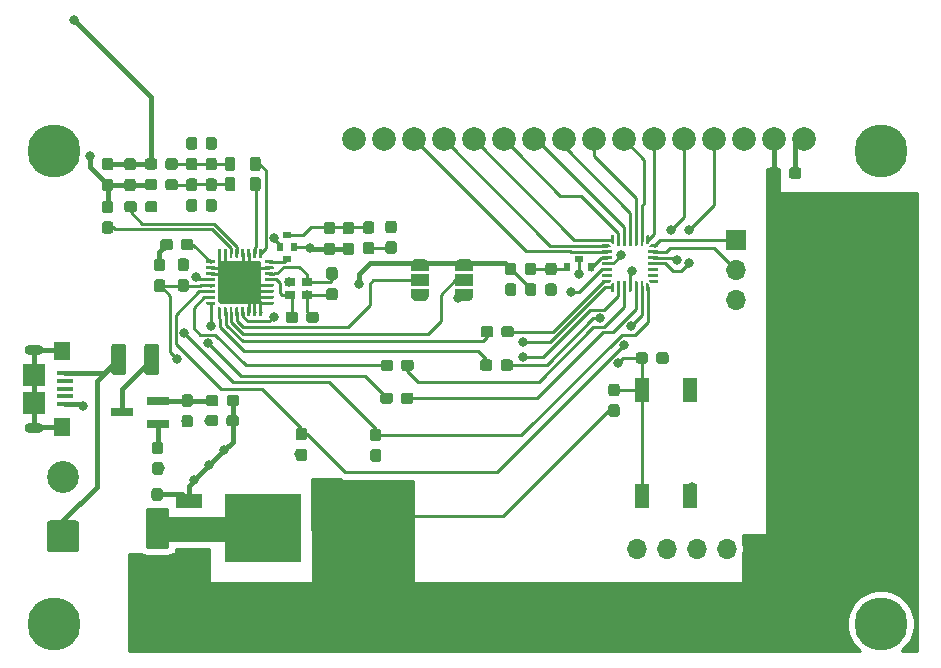
<source format=gbr>
G04 #@! TF.GenerationSoftware,KiCad,Pcbnew,(5.1.5)-3*
G04 #@! TF.CreationDate,2021-10-16T16:50:23+02:00*
G04 #@! TF.ProjectId,reader,72656164-6572-42e6-9b69-6361645f7063,rev?*
G04 #@! TF.SameCoordinates,Original*
G04 #@! TF.FileFunction,Copper,L1,Top*
G04 #@! TF.FilePolarity,Positive*
%FSLAX46Y46*%
G04 Gerber Fmt 4.6, Leading zero omitted, Abs format (unit mm)*
G04 Created by KiCad (PCBNEW (5.1.5)-3) date 2021-10-16 16:50:23*
%MOMM*%
%LPD*%
G04 APERTURE LIST*
%ADD10R,1.500000X1.000000*%
%ADD11C,0.100000*%
%ADD12C,2.000000*%
%ADD13C,4.500000*%
%ADD14O,1.700000X1.700000*%
%ADD15R,1.700000X1.700000*%
%ADD16R,0.800000X0.500000*%
%ADD17R,0.500000X0.800000*%
%ADD18R,1.900000X0.800000*%
%ADD19R,0.900000X0.800000*%
%ADD20R,6.400000X5.800000*%
%ADD21R,2.200000X1.200000*%
%ADD22R,1.200000X2.000000*%
%ADD23C,2.700000*%
%ADD24O,1.600000X0.900000*%
%ADD25R,1.900000X1.900000*%
%ADD26R,1.400000X1.600000*%
%ADD27R,1.350000X0.400000*%
%ADD28C,0.800000*%
%ADD29C,0.400000*%
%ADD30C,0.250000*%
%ADD31C,0.254000*%
G04 APERTURE END LIST*
D10*
X144750000Y-107500000D03*
G04 #@! TA.AperFunction,SMDPad,CuDef*
D11*
G36*
X145499398Y-108800000D02*
G01*
X145499398Y-108824534D01*
X145494588Y-108873365D01*
X145485016Y-108921490D01*
X145470772Y-108968445D01*
X145451995Y-109013778D01*
X145428864Y-109057051D01*
X145401604Y-109097850D01*
X145370476Y-109135779D01*
X145335779Y-109170476D01*
X145297850Y-109201604D01*
X145257051Y-109228864D01*
X145213778Y-109251995D01*
X145168445Y-109270772D01*
X145121490Y-109285016D01*
X145073365Y-109294588D01*
X145024534Y-109299398D01*
X145000000Y-109299398D01*
X145000000Y-109300000D01*
X144500000Y-109300000D01*
X144500000Y-109299398D01*
X144475466Y-109299398D01*
X144426635Y-109294588D01*
X144378510Y-109285016D01*
X144331555Y-109270772D01*
X144286222Y-109251995D01*
X144242949Y-109228864D01*
X144202150Y-109201604D01*
X144164221Y-109170476D01*
X144129524Y-109135779D01*
X144098396Y-109097850D01*
X144071136Y-109057051D01*
X144048005Y-109013778D01*
X144029228Y-108968445D01*
X144014984Y-108921490D01*
X144005412Y-108873365D01*
X144000602Y-108824534D01*
X144000602Y-108800000D01*
X144000000Y-108800000D01*
X144000000Y-108250000D01*
X145500000Y-108250000D01*
X145500000Y-108800000D01*
X145499398Y-108800000D01*
G37*
G04 #@! TD.AperFunction*
G04 #@! TA.AperFunction,SMDPad,CuDef*
G36*
X144000000Y-106750000D02*
G01*
X144000000Y-106200000D01*
X144000602Y-106200000D01*
X144000602Y-106175466D01*
X144005412Y-106126635D01*
X144014984Y-106078510D01*
X144029228Y-106031555D01*
X144048005Y-105986222D01*
X144071136Y-105942949D01*
X144098396Y-105902150D01*
X144129524Y-105864221D01*
X144164221Y-105829524D01*
X144202150Y-105798396D01*
X144242949Y-105771136D01*
X144286222Y-105748005D01*
X144331555Y-105729228D01*
X144378510Y-105714984D01*
X144426635Y-105705412D01*
X144475466Y-105700602D01*
X144500000Y-105700602D01*
X144500000Y-105700000D01*
X145000000Y-105700000D01*
X145000000Y-105700602D01*
X145024534Y-105700602D01*
X145073365Y-105705412D01*
X145121490Y-105714984D01*
X145168445Y-105729228D01*
X145213778Y-105748005D01*
X145257051Y-105771136D01*
X145297850Y-105798396D01*
X145335779Y-105829524D01*
X145370476Y-105864221D01*
X145401604Y-105902150D01*
X145428864Y-105942949D01*
X145451995Y-105986222D01*
X145470772Y-106031555D01*
X145485016Y-106078510D01*
X145494588Y-106126635D01*
X145499398Y-106175466D01*
X145499398Y-106200000D01*
X145500000Y-106200000D01*
X145500000Y-106750000D01*
X144000000Y-106750000D01*
G37*
G04 #@! TD.AperFunction*
D10*
X148500000Y-107500000D03*
G04 #@! TA.AperFunction,SMDPad,CuDef*
D11*
G36*
X149249398Y-108800000D02*
G01*
X149249398Y-108824534D01*
X149244588Y-108873365D01*
X149235016Y-108921490D01*
X149220772Y-108968445D01*
X149201995Y-109013778D01*
X149178864Y-109057051D01*
X149151604Y-109097850D01*
X149120476Y-109135779D01*
X149085779Y-109170476D01*
X149047850Y-109201604D01*
X149007051Y-109228864D01*
X148963778Y-109251995D01*
X148918445Y-109270772D01*
X148871490Y-109285016D01*
X148823365Y-109294588D01*
X148774534Y-109299398D01*
X148750000Y-109299398D01*
X148750000Y-109300000D01*
X148250000Y-109300000D01*
X148250000Y-109299398D01*
X148225466Y-109299398D01*
X148176635Y-109294588D01*
X148128510Y-109285016D01*
X148081555Y-109270772D01*
X148036222Y-109251995D01*
X147992949Y-109228864D01*
X147952150Y-109201604D01*
X147914221Y-109170476D01*
X147879524Y-109135779D01*
X147848396Y-109097850D01*
X147821136Y-109057051D01*
X147798005Y-109013778D01*
X147779228Y-108968445D01*
X147764984Y-108921490D01*
X147755412Y-108873365D01*
X147750602Y-108824534D01*
X147750602Y-108800000D01*
X147750000Y-108800000D01*
X147750000Y-108250000D01*
X149250000Y-108250000D01*
X149250000Y-108800000D01*
X149249398Y-108800000D01*
G37*
G04 #@! TD.AperFunction*
G04 #@! TA.AperFunction,SMDPad,CuDef*
G36*
X147750000Y-106750000D02*
G01*
X147750000Y-106200000D01*
X147750602Y-106200000D01*
X147750602Y-106175466D01*
X147755412Y-106126635D01*
X147764984Y-106078510D01*
X147779228Y-106031555D01*
X147798005Y-105986222D01*
X147821136Y-105942949D01*
X147848396Y-105902150D01*
X147879524Y-105864221D01*
X147914221Y-105829524D01*
X147952150Y-105798396D01*
X147992949Y-105771136D01*
X148036222Y-105748005D01*
X148081555Y-105729228D01*
X148128510Y-105714984D01*
X148176635Y-105705412D01*
X148225466Y-105700602D01*
X148250000Y-105700602D01*
X148250000Y-105700000D01*
X148750000Y-105700000D01*
X148750000Y-105700602D01*
X148774534Y-105700602D01*
X148823365Y-105705412D01*
X148871490Y-105714984D01*
X148918445Y-105729228D01*
X148963778Y-105748005D01*
X149007051Y-105771136D01*
X149047850Y-105798396D01*
X149085779Y-105829524D01*
X149120476Y-105864221D01*
X149151604Y-105902150D01*
X149178864Y-105942949D01*
X149201995Y-105986222D01*
X149220772Y-106031555D01*
X149235016Y-106078510D01*
X149244588Y-106126635D01*
X149249398Y-106175466D01*
X149249398Y-106200000D01*
X149250000Y-106200000D01*
X149250000Y-106750000D01*
X147750000Y-106750000D01*
G37*
G04 #@! TD.AperFunction*
D12*
X139160000Y-95600000D03*
X141700000Y-95600000D03*
X144240000Y-95600000D03*
X146780000Y-95600000D03*
X149320000Y-95600000D03*
X151860000Y-95600000D03*
X154400000Y-95600000D03*
X156940000Y-95600000D03*
X159480000Y-95600000D03*
X162020000Y-95600000D03*
X164560000Y-95600000D03*
X167100000Y-95600000D03*
X169640000Y-95600000D03*
X172180000Y-95600000D03*
X174720000Y-95600000D03*
X177260000Y-95600000D03*
D13*
X183760000Y-136600000D03*
X113760000Y-136600000D03*
X113760000Y-96600000D03*
X183760000Y-96600000D03*
D14*
X163090000Y-130250000D03*
X165630000Y-130250000D03*
X168170000Y-130250000D03*
X170710000Y-130250000D03*
D15*
X173250000Y-130250000D03*
G04 #@! TA.AperFunction,SMDPad,CuDef*
D11*
G36*
X128927691Y-98776053D02*
G01*
X128948926Y-98779203D01*
X128969750Y-98784419D01*
X128989962Y-98791651D01*
X129009368Y-98800830D01*
X129027781Y-98811866D01*
X129045024Y-98824654D01*
X129060930Y-98839070D01*
X129075346Y-98854976D01*
X129088134Y-98872219D01*
X129099170Y-98890632D01*
X129108349Y-98910038D01*
X129115581Y-98930250D01*
X129120797Y-98951074D01*
X129123947Y-98972309D01*
X129125000Y-98993750D01*
X129125000Y-99756250D01*
X129123947Y-99777691D01*
X129120797Y-99798926D01*
X129115581Y-99819750D01*
X129108349Y-99839962D01*
X129099170Y-99859368D01*
X129088134Y-99877781D01*
X129075346Y-99895024D01*
X129060930Y-99910930D01*
X129045024Y-99925346D01*
X129027781Y-99938134D01*
X129009368Y-99949170D01*
X128989962Y-99958349D01*
X128969750Y-99965581D01*
X128948926Y-99970797D01*
X128927691Y-99973947D01*
X128906250Y-99975000D01*
X128468750Y-99975000D01*
X128447309Y-99973947D01*
X128426074Y-99970797D01*
X128405250Y-99965581D01*
X128385038Y-99958349D01*
X128365632Y-99949170D01*
X128347219Y-99938134D01*
X128329976Y-99925346D01*
X128314070Y-99910930D01*
X128299654Y-99895024D01*
X128286866Y-99877781D01*
X128275830Y-99859368D01*
X128266651Y-99839962D01*
X128259419Y-99819750D01*
X128254203Y-99798926D01*
X128251053Y-99777691D01*
X128250000Y-99756250D01*
X128250000Y-98993750D01*
X128251053Y-98972309D01*
X128254203Y-98951074D01*
X128259419Y-98930250D01*
X128266651Y-98910038D01*
X128275830Y-98890632D01*
X128286866Y-98872219D01*
X128299654Y-98854976D01*
X128314070Y-98839070D01*
X128329976Y-98824654D01*
X128347219Y-98811866D01*
X128365632Y-98800830D01*
X128385038Y-98791651D01*
X128405250Y-98784419D01*
X128426074Y-98779203D01*
X128447309Y-98776053D01*
X128468750Y-98775000D01*
X128906250Y-98775000D01*
X128927691Y-98776053D01*
G37*
G04 #@! TD.AperFunction*
G04 #@! TA.AperFunction,SMDPad,CuDef*
G36*
X131052691Y-98776053D02*
G01*
X131073926Y-98779203D01*
X131094750Y-98784419D01*
X131114962Y-98791651D01*
X131134368Y-98800830D01*
X131152781Y-98811866D01*
X131170024Y-98824654D01*
X131185930Y-98839070D01*
X131200346Y-98854976D01*
X131213134Y-98872219D01*
X131224170Y-98890632D01*
X131233349Y-98910038D01*
X131240581Y-98930250D01*
X131245797Y-98951074D01*
X131248947Y-98972309D01*
X131250000Y-98993750D01*
X131250000Y-99756250D01*
X131248947Y-99777691D01*
X131245797Y-99798926D01*
X131240581Y-99819750D01*
X131233349Y-99839962D01*
X131224170Y-99859368D01*
X131213134Y-99877781D01*
X131200346Y-99895024D01*
X131185930Y-99910930D01*
X131170024Y-99925346D01*
X131152781Y-99938134D01*
X131134368Y-99949170D01*
X131114962Y-99958349D01*
X131094750Y-99965581D01*
X131073926Y-99970797D01*
X131052691Y-99973947D01*
X131031250Y-99975000D01*
X130593750Y-99975000D01*
X130572309Y-99973947D01*
X130551074Y-99970797D01*
X130530250Y-99965581D01*
X130510038Y-99958349D01*
X130490632Y-99949170D01*
X130472219Y-99938134D01*
X130454976Y-99925346D01*
X130439070Y-99910930D01*
X130424654Y-99895024D01*
X130411866Y-99877781D01*
X130400830Y-99859368D01*
X130391651Y-99839962D01*
X130384419Y-99819750D01*
X130379203Y-99798926D01*
X130376053Y-99777691D01*
X130375000Y-99756250D01*
X130375000Y-98993750D01*
X130376053Y-98972309D01*
X130379203Y-98951074D01*
X130384419Y-98930250D01*
X130391651Y-98910038D01*
X130400830Y-98890632D01*
X130411866Y-98872219D01*
X130424654Y-98854976D01*
X130439070Y-98839070D01*
X130454976Y-98824654D01*
X130472219Y-98811866D01*
X130490632Y-98800830D01*
X130510038Y-98791651D01*
X130530250Y-98784419D01*
X130551074Y-98779203D01*
X130572309Y-98776053D01*
X130593750Y-98775000D01*
X131031250Y-98775000D01*
X131052691Y-98776053D01*
G37*
G04 #@! TD.AperFunction*
G04 #@! TA.AperFunction,SMDPad,CuDef*
G36*
X128927691Y-97076053D02*
G01*
X128948926Y-97079203D01*
X128969750Y-97084419D01*
X128989962Y-97091651D01*
X129009368Y-97100830D01*
X129027781Y-97111866D01*
X129045024Y-97124654D01*
X129060930Y-97139070D01*
X129075346Y-97154976D01*
X129088134Y-97172219D01*
X129099170Y-97190632D01*
X129108349Y-97210038D01*
X129115581Y-97230250D01*
X129120797Y-97251074D01*
X129123947Y-97272309D01*
X129125000Y-97293750D01*
X129125000Y-98056250D01*
X129123947Y-98077691D01*
X129120797Y-98098926D01*
X129115581Y-98119750D01*
X129108349Y-98139962D01*
X129099170Y-98159368D01*
X129088134Y-98177781D01*
X129075346Y-98195024D01*
X129060930Y-98210930D01*
X129045024Y-98225346D01*
X129027781Y-98238134D01*
X129009368Y-98249170D01*
X128989962Y-98258349D01*
X128969750Y-98265581D01*
X128948926Y-98270797D01*
X128927691Y-98273947D01*
X128906250Y-98275000D01*
X128468750Y-98275000D01*
X128447309Y-98273947D01*
X128426074Y-98270797D01*
X128405250Y-98265581D01*
X128385038Y-98258349D01*
X128365632Y-98249170D01*
X128347219Y-98238134D01*
X128329976Y-98225346D01*
X128314070Y-98210930D01*
X128299654Y-98195024D01*
X128286866Y-98177781D01*
X128275830Y-98159368D01*
X128266651Y-98139962D01*
X128259419Y-98119750D01*
X128254203Y-98098926D01*
X128251053Y-98077691D01*
X128250000Y-98056250D01*
X128250000Y-97293750D01*
X128251053Y-97272309D01*
X128254203Y-97251074D01*
X128259419Y-97230250D01*
X128266651Y-97210038D01*
X128275830Y-97190632D01*
X128286866Y-97172219D01*
X128299654Y-97154976D01*
X128314070Y-97139070D01*
X128329976Y-97124654D01*
X128347219Y-97111866D01*
X128365632Y-97100830D01*
X128385038Y-97091651D01*
X128405250Y-97084419D01*
X128426074Y-97079203D01*
X128447309Y-97076053D01*
X128468750Y-97075000D01*
X128906250Y-97075000D01*
X128927691Y-97076053D01*
G37*
G04 #@! TD.AperFunction*
G04 #@! TA.AperFunction,SMDPad,CuDef*
G36*
X131052691Y-97076053D02*
G01*
X131073926Y-97079203D01*
X131094750Y-97084419D01*
X131114962Y-97091651D01*
X131134368Y-97100830D01*
X131152781Y-97111866D01*
X131170024Y-97124654D01*
X131185930Y-97139070D01*
X131200346Y-97154976D01*
X131213134Y-97172219D01*
X131224170Y-97190632D01*
X131233349Y-97210038D01*
X131240581Y-97230250D01*
X131245797Y-97251074D01*
X131248947Y-97272309D01*
X131250000Y-97293750D01*
X131250000Y-98056250D01*
X131248947Y-98077691D01*
X131245797Y-98098926D01*
X131240581Y-98119750D01*
X131233349Y-98139962D01*
X131224170Y-98159368D01*
X131213134Y-98177781D01*
X131200346Y-98195024D01*
X131185930Y-98210930D01*
X131170024Y-98225346D01*
X131152781Y-98238134D01*
X131134368Y-98249170D01*
X131114962Y-98258349D01*
X131094750Y-98265581D01*
X131073926Y-98270797D01*
X131052691Y-98273947D01*
X131031250Y-98275000D01*
X130593750Y-98275000D01*
X130572309Y-98273947D01*
X130551074Y-98270797D01*
X130530250Y-98265581D01*
X130510038Y-98258349D01*
X130490632Y-98249170D01*
X130472219Y-98238134D01*
X130454976Y-98225346D01*
X130439070Y-98210930D01*
X130424654Y-98195024D01*
X130411866Y-98177781D01*
X130400830Y-98159368D01*
X130391651Y-98139962D01*
X130384419Y-98119750D01*
X130379203Y-98098926D01*
X130376053Y-98077691D01*
X130375000Y-98056250D01*
X130375000Y-97293750D01*
X130376053Y-97272309D01*
X130379203Y-97251074D01*
X130384419Y-97230250D01*
X130391651Y-97210038D01*
X130400830Y-97190632D01*
X130411866Y-97172219D01*
X130424654Y-97154976D01*
X130439070Y-97139070D01*
X130454976Y-97124654D01*
X130472219Y-97111866D01*
X130490632Y-97100830D01*
X130510038Y-97091651D01*
X130530250Y-97084419D01*
X130551074Y-97079203D01*
X130572309Y-97076053D01*
X130593750Y-97075000D01*
X131031250Y-97075000D01*
X131052691Y-97076053D01*
G37*
G04 #@! TD.AperFunction*
D16*
X158240000Y-105760000D03*
D17*
X157240000Y-106360000D03*
D16*
X158240000Y-106960000D03*
D17*
X159240000Y-106360000D03*
G04 #@! TA.AperFunction,SMDPad,CuDef*
D11*
G36*
X122800779Y-122931144D02*
G01*
X122823834Y-122934563D01*
X122846443Y-122940227D01*
X122868387Y-122948079D01*
X122889457Y-122958044D01*
X122909448Y-122970026D01*
X122928168Y-122983910D01*
X122945438Y-122999562D01*
X122961090Y-123016832D01*
X122974974Y-123035552D01*
X122986956Y-123055543D01*
X122996921Y-123076613D01*
X123004773Y-123098557D01*
X123010437Y-123121166D01*
X123013856Y-123144221D01*
X123015000Y-123167500D01*
X123015000Y-123742500D01*
X123013856Y-123765779D01*
X123010437Y-123788834D01*
X123004773Y-123811443D01*
X122996921Y-123833387D01*
X122986956Y-123854457D01*
X122974974Y-123874448D01*
X122961090Y-123893168D01*
X122945438Y-123910438D01*
X122928168Y-123926090D01*
X122909448Y-123939974D01*
X122889457Y-123951956D01*
X122868387Y-123961921D01*
X122846443Y-123969773D01*
X122823834Y-123975437D01*
X122800779Y-123978856D01*
X122777500Y-123980000D01*
X122302500Y-123980000D01*
X122279221Y-123978856D01*
X122256166Y-123975437D01*
X122233557Y-123969773D01*
X122211613Y-123961921D01*
X122190543Y-123951956D01*
X122170552Y-123939974D01*
X122151832Y-123926090D01*
X122134562Y-123910438D01*
X122118910Y-123893168D01*
X122105026Y-123874448D01*
X122093044Y-123854457D01*
X122083079Y-123833387D01*
X122075227Y-123811443D01*
X122069563Y-123788834D01*
X122066144Y-123765779D01*
X122065000Y-123742500D01*
X122065000Y-123167500D01*
X122066144Y-123144221D01*
X122069563Y-123121166D01*
X122075227Y-123098557D01*
X122083079Y-123076613D01*
X122093044Y-123055543D01*
X122105026Y-123035552D01*
X122118910Y-123016832D01*
X122134562Y-122999562D01*
X122151832Y-122983910D01*
X122170552Y-122970026D01*
X122190543Y-122958044D01*
X122211613Y-122948079D01*
X122233557Y-122940227D01*
X122256166Y-122934563D01*
X122279221Y-122931144D01*
X122302500Y-122930000D01*
X122777500Y-122930000D01*
X122800779Y-122931144D01*
G37*
G04 #@! TD.AperFunction*
G04 #@! TA.AperFunction,SMDPad,CuDef*
G36*
X122800779Y-121181144D02*
G01*
X122823834Y-121184563D01*
X122846443Y-121190227D01*
X122868387Y-121198079D01*
X122889457Y-121208044D01*
X122909448Y-121220026D01*
X122928168Y-121233910D01*
X122945438Y-121249562D01*
X122961090Y-121266832D01*
X122974974Y-121285552D01*
X122986956Y-121305543D01*
X122996921Y-121326613D01*
X123004773Y-121348557D01*
X123010437Y-121371166D01*
X123013856Y-121394221D01*
X123015000Y-121417500D01*
X123015000Y-121992500D01*
X123013856Y-122015779D01*
X123010437Y-122038834D01*
X123004773Y-122061443D01*
X122996921Y-122083387D01*
X122986956Y-122104457D01*
X122974974Y-122124448D01*
X122961090Y-122143168D01*
X122945438Y-122160438D01*
X122928168Y-122176090D01*
X122909448Y-122189974D01*
X122889457Y-122201956D01*
X122868387Y-122211921D01*
X122846443Y-122219773D01*
X122823834Y-122225437D01*
X122800779Y-122228856D01*
X122777500Y-122230000D01*
X122302500Y-122230000D01*
X122279221Y-122228856D01*
X122256166Y-122225437D01*
X122233557Y-122219773D01*
X122211613Y-122211921D01*
X122190543Y-122201956D01*
X122170552Y-122189974D01*
X122151832Y-122176090D01*
X122134562Y-122160438D01*
X122118910Y-122143168D01*
X122105026Y-122124448D01*
X122093044Y-122104457D01*
X122083079Y-122083387D01*
X122075227Y-122061443D01*
X122069563Y-122038834D01*
X122066144Y-122015779D01*
X122065000Y-121992500D01*
X122065000Y-121417500D01*
X122066144Y-121394221D01*
X122069563Y-121371166D01*
X122075227Y-121348557D01*
X122083079Y-121326613D01*
X122093044Y-121305543D01*
X122105026Y-121285552D01*
X122118910Y-121266832D01*
X122134562Y-121249562D01*
X122151832Y-121233910D01*
X122170552Y-121220026D01*
X122190543Y-121208044D01*
X122211613Y-121198079D01*
X122233557Y-121190227D01*
X122256166Y-121184563D01*
X122279221Y-121181144D01*
X122302500Y-121180000D01*
X122777500Y-121180000D01*
X122800779Y-121181144D01*
G37*
G04 #@! TD.AperFunction*
D18*
X119540000Y-118705000D03*
X122540000Y-117755000D03*
X122540000Y-119655000D03*
D17*
X134090000Y-104690000D03*
D16*
X133490000Y-103690000D03*
D17*
X132890000Y-104690000D03*
D16*
X133490000Y-105690000D03*
D19*
X133750000Y-107650000D03*
X135150000Y-107650000D03*
X135150000Y-108750000D03*
X133750000Y-108750000D03*
G04 #@! TA.AperFunction,SMDPad,CuDef*
D11*
G36*
X161138779Y-103725865D02*
G01*
X161147221Y-103728425D01*
X161155001Y-103732584D01*
X161161820Y-103738180D01*
X161167416Y-103744999D01*
X161171575Y-103752779D01*
X161174135Y-103761221D01*
X161175000Y-103770000D01*
X161175000Y-104435000D01*
X161174135Y-104443779D01*
X161171575Y-104452221D01*
X161167416Y-104460001D01*
X161161820Y-104466820D01*
X161155001Y-104472416D01*
X161147221Y-104476575D01*
X161138779Y-104479135D01*
X161130000Y-104480000D01*
X161103640Y-104480000D01*
X161094861Y-104479135D01*
X161086419Y-104476575D01*
X161078639Y-104472416D01*
X161071820Y-104466820D01*
X160938180Y-104333180D01*
X160932584Y-104326361D01*
X160928425Y-104318581D01*
X160925865Y-104310139D01*
X160925000Y-104301360D01*
X160925000Y-103770000D01*
X160925865Y-103761221D01*
X160928425Y-103752779D01*
X160932584Y-103744999D01*
X160938180Y-103738180D01*
X160944999Y-103732584D01*
X160952779Y-103728425D01*
X160961221Y-103725865D01*
X160970000Y-103725000D01*
X161130000Y-103725000D01*
X161138779Y-103725865D01*
G37*
G04 #@! TD.AperFunction*
G04 #@! TA.AperFunction,SMDPad,CuDef*
G36*
X161618626Y-103725301D02*
G01*
X161624693Y-103726201D01*
X161630643Y-103727691D01*
X161636418Y-103729758D01*
X161641962Y-103732380D01*
X161647223Y-103735533D01*
X161652150Y-103739187D01*
X161656694Y-103743306D01*
X161660813Y-103747850D01*
X161664467Y-103752777D01*
X161667620Y-103758038D01*
X161670242Y-103763582D01*
X161672309Y-103769357D01*
X161673799Y-103775307D01*
X161674699Y-103781374D01*
X161675000Y-103787500D01*
X161675000Y-104537500D01*
X161674699Y-104543626D01*
X161673799Y-104549693D01*
X161672309Y-104555643D01*
X161670242Y-104561418D01*
X161667620Y-104566962D01*
X161664467Y-104572223D01*
X161660813Y-104577150D01*
X161656694Y-104581694D01*
X161652150Y-104585813D01*
X161647223Y-104589467D01*
X161641962Y-104592620D01*
X161636418Y-104595242D01*
X161630643Y-104597309D01*
X161624693Y-104598799D01*
X161618626Y-104599699D01*
X161612500Y-104600000D01*
X161487500Y-104600000D01*
X161481374Y-104599699D01*
X161475307Y-104598799D01*
X161469357Y-104597309D01*
X161463582Y-104595242D01*
X161458038Y-104592620D01*
X161452777Y-104589467D01*
X161447850Y-104585813D01*
X161443306Y-104581694D01*
X161439187Y-104577150D01*
X161435533Y-104572223D01*
X161432380Y-104566962D01*
X161429758Y-104561418D01*
X161427691Y-104555643D01*
X161426201Y-104549693D01*
X161425301Y-104543626D01*
X161425000Y-104537500D01*
X161425000Y-103787500D01*
X161425301Y-103781374D01*
X161426201Y-103775307D01*
X161427691Y-103769357D01*
X161429758Y-103763582D01*
X161432380Y-103758038D01*
X161435533Y-103752777D01*
X161439187Y-103747850D01*
X161443306Y-103743306D01*
X161447850Y-103739187D01*
X161452777Y-103735533D01*
X161458038Y-103732380D01*
X161463582Y-103729758D01*
X161469357Y-103727691D01*
X161475307Y-103726201D01*
X161481374Y-103725301D01*
X161487500Y-103725000D01*
X161612500Y-103725000D01*
X161618626Y-103725301D01*
G37*
G04 #@! TD.AperFunction*
G04 #@! TA.AperFunction,SMDPad,CuDef*
G36*
X162118626Y-103725301D02*
G01*
X162124693Y-103726201D01*
X162130643Y-103727691D01*
X162136418Y-103729758D01*
X162141962Y-103732380D01*
X162147223Y-103735533D01*
X162152150Y-103739187D01*
X162156694Y-103743306D01*
X162160813Y-103747850D01*
X162164467Y-103752777D01*
X162167620Y-103758038D01*
X162170242Y-103763582D01*
X162172309Y-103769357D01*
X162173799Y-103775307D01*
X162174699Y-103781374D01*
X162175000Y-103787500D01*
X162175000Y-104537500D01*
X162174699Y-104543626D01*
X162173799Y-104549693D01*
X162172309Y-104555643D01*
X162170242Y-104561418D01*
X162167620Y-104566962D01*
X162164467Y-104572223D01*
X162160813Y-104577150D01*
X162156694Y-104581694D01*
X162152150Y-104585813D01*
X162147223Y-104589467D01*
X162141962Y-104592620D01*
X162136418Y-104595242D01*
X162130643Y-104597309D01*
X162124693Y-104598799D01*
X162118626Y-104599699D01*
X162112500Y-104600000D01*
X161987500Y-104600000D01*
X161981374Y-104599699D01*
X161975307Y-104598799D01*
X161969357Y-104597309D01*
X161963582Y-104595242D01*
X161958038Y-104592620D01*
X161952777Y-104589467D01*
X161947850Y-104585813D01*
X161943306Y-104581694D01*
X161939187Y-104577150D01*
X161935533Y-104572223D01*
X161932380Y-104566962D01*
X161929758Y-104561418D01*
X161927691Y-104555643D01*
X161926201Y-104549693D01*
X161925301Y-104543626D01*
X161925000Y-104537500D01*
X161925000Y-103787500D01*
X161925301Y-103781374D01*
X161926201Y-103775307D01*
X161927691Y-103769357D01*
X161929758Y-103763582D01*
X161932380Y-103758038D01*
X161935533Y-103752777D01*
X161939187Y-103747850D01*
X161943306Y-103743306D01*
X161947850Y-103739187D01*
X161952777Y-103735533D01*
X161958038Y-103732380D01*
X161963582Y-103729758D01*
X161969357Y-103727691D01*
X161975307Y-103726201D01*
X161981374Y-103725301D01*
X161987500Y-103725000D01*
X162112500Y-103725000D01*
X162118626Y-103725301D01*
G37*
G04 #@! TD.AperFunction*
G04 #@! TA.AperFunction,SMDPad,CuDef*
G36*
X162618626Y-103725301D02*
G01*
X162624693Y-103726201D01*
X162630643Y-103727691D01*
X162636418Y-103729758D01*
X162641962Y-103732380D01*
X162647223Y-103735533D01*
X162652150Y-103739187D01*
X162656694Y-103743306D01*
X162660813Y-103747850D01*
X162664467Y-103752777D01*
X162667620Y-103758038D01*
X162670242Y-103763582D01*
X162672309Y-103769357D01*
X162673799Y-103775307D01*
X162674699Y-103781374D01*
X162675000Y-103787500D01*
X162675000Y-104537500D01*
X162674699Y-104543626D01*
X162673799Y-104549693D01*
X162672309Y-104555643D01*
X162670242Y-104561418D01*
X162667620Y-104566962D01*
X162664467Y-104572223D01*
X162660813Y-104577150D01*
X162656694Y-104581694D01*
X162652150Y-104585813D01*
X162647223Y-104589467D01*
X162641962Y-104592620D01*
X162636418Y-104595242D01*
X162630643Y-104597309D01*
X162624693Y-104598799D01*
X162618626Y-104599699D01*
X162612500Y-104600000D01*
X162487500Y-104600000D01*
X162481374Y-104599699D01*
X162475307Y-104598799D01*
X162469357Y-104597309D01*
X162463582Y-104595242D01*
X162458038Y-104592620D01*
X162452777Y-104589467D01*
X162447850Y-104585813D01*
X162443306Y-104581694D01*
X162439187Y-104577150D01*
X162435533Y-104572223D01*
X162432380Y-104566962D01*
X162429758Y-104561418D01*
X162427691Y-104555643D01*
X162426201Y-104549693D01*
X162425301Y-104543626D01*
X162425000Y-104537500D01*
X162425000Y-103787500D01*
X162425301Y-103781374D01*
X162426201Y-103775307D01*
X162427691Y-103769357D01*
X162429758Y-103763582D01*
X162432380Y-103758038D01*
X162435533Y-103752777D01*
X162439187Y-103747850D01*
X162443306Y-103743306D01*
X162447850Y-103739187D01*
X162452777Y-103735533D01*
X162458038Y-103732380D01*
X162463582Y-103729758D01*
X162469357Y-103727691D01*
X162475307Y-103726201D01*
X162481374Y-103725301D01*
X162487500Y-103725000D01*
X162612500Y-103725000D01*
X162618626Y-103725301D01*
G37*
G04 #@! TD.AperFunction*
G04 #@! TA.AperFunction,SMDPad,CuDef*
G36*
X163118626Y-103725301D02*
G01*
X163124693Y-103726201D01*
X163130643Y-103727691D01*
X163136418Y-103729758D01*
X163141962Y-103732380D01*
X163147223Y-103735533D01*
X163152150Y-103739187D01*
X163156694Y-103743306D01*
X163160813Y-103747850D01*
X163164467Y-103752777D01*
X163167620Y-103758038D01*
X163170242Y-103763582D01*
X163172309Y-103769357D01*
X163173799Y-103775307D01*
X163174699Y-103781374D01*
X163175000Y-103787500D01*
X163175000Y-104537500D01*
X163174699Y-104543626D01*
X163173799Y-104549693D01*
X163172309Y-104555643D01*
X163170242Y-104561418D01*
X163167620Y-104566962D01*
X163164467Y-104572223D01*
X163160813Y-104577150D01*
X163156694Y-104581694D01*
X163152150Y-104585813D01*
X163147223Y-104589467D01*
X163141962Y-104592620D01*
X163136418Y-104595242D01*
X163130643Y-104597309D01*
X163124693Y-104598799D01*
X163118626Y-104599699D01*
X163112500Y-104600000D01*
X162987500Y-104600000D01*
X162981374Y-104599699D01*
X162975307Y-104598799D01*
X162969357Y-104597309D01*
X162963582Y-104595242D01*
X162958038Y-104592620D01*
X162952777Y-104589467D01*
X162947850Y-104585813D01*
X162943306Y-104581694D01*
X162939187Y-104577150D01*
X162935533Y-104572223D01*
X162932380Y-104566962D01*
X162929758Y-104561418D01*
X162927691Y-104555643D01*
X162926201Y-104549693D01*
X162925301Y-104543626D01*
X162925000Y-104537500D01*
X162925000Y-103787500D01*
X162925301Y-103781374D01*
X162926201Y-103775307D01*
X162927691Y-103769357D01*
X162929758Y-103763582D01*
X162932380Y-103758038D01*
X162935533Y-103752777D01*
X162939187Y-103747850D01*
X162943306Y-103743306D01*
X162947850Y-103739187D01*
X162952777Y-103735533D01*
X162958038Y-103732380D01*
X162963582Y-103729758D01*
X162969357Y-103727691D01*
X162975307Y-103726201D01*
X162981374Y-103725301D01*
X162987500Y-103725000D01*
X163112500Y-103725000D01*
X163118626Y-103725301D01*
G37*
G04 #@! TD.AperFunction*
G04 #@! TA.AperFunction,SMDPad,CuDef*
G36*
X163618626Y-103725301D02*
G01*
X163624693Y-103726201D01*
X163630643Y-103727691D01*
X163636418Y-103729758D01*
X163641962Y-103732380D01*
X163647223Y-103735533D01*
X163652150Y-103739187D01*
X163656694Y-103743306D01*
X163660813Y-103747850D01*
X163664467Y-103752777D01*
X163667620Y-103758038D01*
X163670242Y-103763582D01*
X163672309Y-103769357D01*
X163673799Y-103775307D01*
X163674699Y-103781374D01*
X163675000Y-103787500D01*
X163675000Y-104537500D01*
X163674699Y-104543626D01*
X163673799Y-104549693D01*
X163672309Y-104555643D01*
X163670242Y-104561418D01*
X163667620Y-104566962D01*
X163664467Y-104572223D01*
X163660813Y-104577150D01*
X163656694Y-104581694D01*
X163652150Y-104585813D01*
X163647223Y-104589467D01*
X163641962Y-104592620D01*
X163636418Y-104595242D01*
X163630643Y-104597309D01*
X163624693Y-104598799D01*
X163618626Y-104599699D01*
X163612500Y-104600000D01*
X163487500Y-104600000D01*
X163481374Y-104599699D01*
X163475307Y-104598799D01*
X163469357Y-104597309D01*
X163463582Y-104595242D01*
X163458038Y-104592620D01*
X163452777Y-104589467D01*
X163447850Y-104585813D01*
X163443306Y-104581694D01*
X163439187Y-104577150D01*
X163435533Y-104572223D01*
X163432380Y-104566962D01*
X163429758Y-104561418D01*
X163427691Y-104555643D01*
X163426201Y-104549693D01*
X163425301Y-104543626D01*
X163425000Y-104537500D01*
X163425000Y-103787500D01*
X163425301Y-103781374D01*
X163426201Y-103775307D01*
X163427691Y-103769357D01*
X163429758Y-103763582D01*
X163432380Y-103758038D01*
X163435533Y-103752777D01*
X163439187Y-103747850D01*
X163443306Y-103743306D01*
X163447850Y-103739187D01*
X163452777Y-103735533D01*
X163458038Y-103732380D01*
X163463582Y-103729758D01*
X163469357Y-103727691D01*
X163475307Y-103726201D01*
X163481374Y-103725301D01*
X163487500Y-103725000D01*
X163612500Y-103725000D01*
X163618626Y-103725301D01*
G37*
G04 #@! TD.AperFunction*
G04 #@! TA.AperFunction,SMDPad,CuDef*
G36*
X164138779Y-103725865D02*
G01*
X164147221Y-103728425D01*
X164155001Y-103732584D01*
X164161820Y-103738180D01*
X164167416Y-103744999D01*
X164171575Y-103752779D01*
X164174135Y-103761221D01*
X164175000Y-103770000D01*
X164175000Y-104301360D01*
X164174135Y-104310139D01*
X164171575Y-104318581D01*
X164167416Y-104326361D01*
X164161820Y-104333180D01*
X164028180Y-104466820D01*
X164021361Y-104472416D01*
X164013581Y-104476575D01*
X164005139Y-104479135D01*
X163996360Y-104480000D01*
X163970000Y-104480000D01*
X163961221Y-104479135D01*
X163952779Y-104476575D01*
X163944999Y-104472416D01*
X163938180Y-104466820D01*
X163932584Y-104460001D01*
X163928425Y-104452221D01*
X163925865Y-104443779D01*
X163925000Y-104435000D01*
X163925000Y-103770000D01*
X163925865Y-103761221D01*
X163928425Y-103752779D01*
X163932584Y-103744999D01*
X163938180Y-103738180D01*
X163944999Y-103732584D01*
X163952779Y-103728425D01*
X163961221Y-103725865D01*
X163970000Y-103725000D01*
X164130000Y-103725000D01*
X164138779Y-103725865D01*
G37*
G04 #@! TD.AperFunction*
G04 #@! TA.AperFunction,SMDPad,CuDef*
G36*
X164888779Y-104475865D02*
G01*
X164897221Y-104478425D01*
X164905001Y-104482584D01*
X164911820Y-104488180D01*
X164917416Y-104494999D01*
X164921575Y-104502779D01*
X164924135Y-104511221D01*
X164925000Y-104520000D01*
X164925000Y-104680000D01*
X164924135Y-104688779D01*
X164921575Y-104697221D01*
X164917416Y-104705001D01*
X164911820Y-104711820D01*
X164905001Y-104717416D01*
X164897221Y-104721575D01*
X164888779Y-104724135D01*
X164880000Y-104725000D01*
X164215000Y-104725000D01*
X164206221Y-104724135D01*
X164197779Y-104721575D01*
X164189999Y-104717416D01*
X164183180Y-104711820D01*
X164177584Y-104705001D01*
X164173425Y-104697221D01*
X164170865Y-104688779D01*
X164170000Y-104680000D01*
X164170000Y-104653640D01*
X164170865Y-104644861D01*
X164173425Y-104636419D01*
X164177584Y-104628639D01*
X164183180Y-104621820D01*
X164316820Y-104488180D01*
X164323639Y-104482584D01*
X164331419Y-104478425D01*
X164339861Y-104475865D01*
X164348640Y-104475000D01*
X164880000Y-104475000D01*
X164888779Y-104475865D01*
G37*
G04 #@! TD.AperFunction*
G04 #@! TA.AperFunction,SMDPad,CuDef*
G36*
X164868626Y-104975301D02*
G01*
X164874693Y-104976201D01*
X164880643Y-104977691D01*
X164886418Y-104979758D01*
X164891962Y-104982380D01*
X164897223Y-104985533D01*
X164902150Y-104989187D01*
X164906694Y-104993306D01*
X164910813Y-104997850D01*
X164914467Y-105002777D01*
X164917620Y-105008038D01*
X164920242Y-105013582D01*
X164922309Y-105019357D01*
X164923799Y-105025307D01*
X164924699Y-105031374D01*
X164925000Y-105037500D01*
X164925000Y-105162500D01*
X164924699Y-105168626D01*
X164923799Y-105174693D01*
X164922309Y-105180643D01*
X164920242Y-105186418D01*
X164917620Y-105191962D01*
X164914467Y-105197223D01*
X164910813Y-105202150D01*
X164906694Y-105206694D01*
X164902150Y-105210813D01*
X164897223Y-105214467D01*
X164891962Y-105217620D01*
X164886418Y-105220242D01*
X164880643Y-105222309D01*
X164874693Y-105223799D01*
X164868626Y-105224699D01*
X164862500Y-105225000D01*
X164112500Y-105225000D01*
X164106374Y-105224699D01*
X164100307Y-105223799D01*
X164094357Y-105222309D01*
X164088582Y-105220242D01*
X164083038Y-105217620D01*
X164077777Y-105214467D01*
X164072850Y-105210813D01*
X164068306Y-105206694D01*
X164064187Y-105202150D01*
X164060533Y-105197223D01*
X164057380Y-105191962D01*
X164054758Y-105186418D01*
X164052691Y-105180643D01*
X164051201Y-105174693D01*
X164050301Y-105168626D01*
X164050000Y-105162500D01*
X164050000Y-105037500D01*
X164050301Y-105031374D01*
X164051201Y-105025307D01*
X164052691Y-105019357D01*
X164054758Y-105013582D01*
X164057380Y-105008038D01*
X164060533Y-105002777D01*
X164064187Y-104997850D01*
X164068306Y-104993306D01*
X164072850Y-104989187D01*
X164077777Y-104985533D01*
X164083038Y-104982380D01*
X164088582Y-104979758D01*
X164094357Y-104977691D01*
X164100307Y-104976201D01*
X164106374Y-104975301D01*
X164112500Y-104975000D01*
X164862500Y-104975000D01*
X164868626Y-104975301D01*
G37*
G04 #@! TD.AperFunction*
G04 #@! TA.AperFunction,SMDPad,CuDef*
G36*
X164868626Y-105475301D02*
G01*
X164874693Y-105476201D01*
X164880643Y-105477691D01*
X164886418Y-105479758D01*
X164891962Y-105482380D01*
X164897223Y-105485533D01*
X164902150Y-105489187D01*
X164906694Y-105493306D01*
X164910813Y-105497850D01*
X164914467Y-105502777D01*
X164917620Y-105508038D01*
X164920242Y-105513582D01*
X164922309Y-105519357D01*
X164923799Y-105525307D01*
X164924699Y-105531374D01*
X164925000Y-105537500D01*
X164925000Y-105662500D01*
X164924699Y-105668626D01*
X164923799Y-105674693D01*
X164922309Y-105680643D01*
X164920242Y-105686418D01*
X164917620Y-105691962D01*
X164914467Y-105697223D01*
X164910813Y-105702150D01*
X164906694Y-105706694D01*
X164902150Y-105710813D01*
X164897223Y-105714467D01*
X164891962Y-105717620D01*
X164886418Y-105720242D01*
X164880643Y-105722309D01*
X164874693Y-105723799D01*
X164868626Y-105724699D01*
X164862500Y-105725000D01*
X164112500Y-105725000D01*
X164106374Y-105724699D01*
X164100307Y-105723799D01*
X164094357Y-105722309D01*
X164088582Y-105720242D01*
X164083038Y-105717620D01*
X164077777Y-105714467D01*
X164072850Y-105710813D01*
X164068306Y-105706694D01*
X164064187Y-105702150D01*
X164060533Y-105697223D01*
X164057380Y-105691962D01*
X164054758Y-105686418D01*
X164052691Y-105680643D01*
X164051201Y-105674693D01*
X164050301Y-105668626D01*
X164050000Y-105662500D01*
X164050000Y-105537500D01*
X164050301Y-105531374D01*
X164051201Y-105525307D01*
X164052691Y-105519357D01*
X164054758Y-105513582D01*
X164057380Y-105508038D01*
X164060533Y-105502777D01*
X164064187Y-105497850D01*
X164068306Y-105493306D01*
X164072850Y-105489187D01*
X164077777Y-105485533D01*
X164083038Y-105482380D01*
X164088582Y-105479758D01*
X164094357Y-105477691D01*
X164100307Y-105476201D01*
X164106374Y-105475301D01*
X164112500Y-105475000D01*
X164862500Y-105475000D01*
X164868626Y-105475301D01*
G37*
G04 #@! TD.AperFunction*
G04 #@! TA.AperFunction,SMDPad,CuDef*
G36*
X164868626Y-105975301D02*
G01*
X164874693Y-105976201D01*
X164880643Y-105977691D01*
X164886418Y-105979758D01*
X164891962Y-105982380D01*
X164897223Y-105985533D01*
X164902150Y-105989187D01*
X164906694Y-105993306D01*
X164910813Y-105997850D01*
X164914467Y-106002777D01*
X164917620Y-106008038D01*
X164920242Y-106013582D01*
X164922309Y-106019357D01*
X164923799Y-106025307D01*
X164924699Y-106031374D01*
X164925000Y-106037500D01*
X164925000Y-106162500D01*
X164924699Y-106168626D01*
X164923799Y-106174693D01*
X164922309Y-106180643D01*
X164920242Y-106186418D01*
X164917620Y-106191962D01*
X164914467Y-106197223D01*
X164910813Y-106202150D01*
X164906694Y-106206694D01*
X164902150Y-106210813D01*
X164897223Y-106214467D01*
X164891962Y-106217620D01*
X164886418Y-106220242D01*
X164880643Y-106222309D01*
X164874693Y-106223799D01*
X164868626Y-106224699D01*
X164862500Y-106225000D01*
X164112500Y-106225000D01*
X164106374Y-106224699D01*
X164100307Y-106223799D01*
X164094357Y-106222309D01*
X164088582Y-106220242D01*
X164083038Y-106217620D01*
X164077777Y-106214467D01*
X164072850Y-106210813D01*
X164068306Y-106206694D01*
X164064187Y-106202150D01*
X164060533Y-106197223D01*
X164057380Y-106191962D01*
X164054758Y-106186418D01*
X164052691Y-106180643D01*
X164051201Y-106174693D01*
X164050301Y-106168626D01*
X164050000Y-106162500D01*
X164050000Y-106037500D01*
X164050301Y-106031374D01*
X164051201Y-106025307D01*
X164052691Y-106019357D01*
X164054758Y-106013582D01*
X164057380Y-106008038D01*
X164060533Y-106002777D01*
X164064187Y-105997850D01*
X164068306Y-105993306D01*
X164072850Y-105989187D01*
X164077777Y-105985533D01*
X164083038Y-105982380D01*
X164088582Y-105979758D01*
X164094357Y-105977691D01*
X164100307Y-105976201D01*
X164106374Y-105975301D01*
X164112500Y-105975000D01*
X164862500Y-105975000D01*
X164868626Y-105975301D01*
G37*
G04 #@! TD.AperFunction*
G04 #@! TA.AperFunction,SMDPad,CuDef*
G36*
X164868626Y-106475301D02*
G01*
X164874693Y-106476201D01*
X164880643Y-106477691D01*
X164886418Y-106479758D01*
X164891962Y-106482380D01*
X164897223Y-106485533D01*
X164902150Y-106489187D01*
X164906694Y-106493306D01*
X164910813Y-106497850D01*
X164914467Y-106502777D01*
X164917620Y-106508038D01*
X164920242Y-106513582D01*
X164922309Y-106519357D01*
X164923799Y-106525307D01*
X164924699Y-106531374D01*
X164925000Y-106537500D01*
X164925000Y-106662500D01*
X164924699Y-106668626D01*
X164923799Y-106674693D01*
X164922309Y-106680643D01*
X164920242Y-106686418D01*
X164917620Y-106691962D01*
X164914467Y-106697223D01*
X164910813Y-106702150D01*
X164906694Y-106706694D01*
X164902150Y-106710813D01*
X164897223Y-106714467D01*
X164891962Y-106717620D01*
X164886418Y-106720242D01*
X164880643Y-106722309D01*
X164874693Y-106723799D01*
X164868626Y-106724699D01*
X164862500Y-106725000D01*
X164112500Y-106725000D01*
X164106374Y-106724699D01*
X164100307Y-106723799D01*
X164094357Y-106722309D01*
X164088582Y-106720242D01*
X164083038Y-106717620D01*
X164077777Y-106714467D01*
X164072850Y-106710813D01*
X164068306Y-106706694D01*
X164064187Y-106702150D01*
X164060533Y-106697223D01*
X164057380Y-106691962D01*
X164054758Y-106686418D01*
X164052691Y-106680643D01*
X164051201Y-106674693D01*
X164050301Y-106668626D01*
X164050000Y-106662500D01*
X164050000Y-106537500D01*
X164050301Y-106531374D01*
X164051201Y-106525307D01*
X164052691Y-106519357D01*
X164054758Y-106513582D01*
X164057380Y-106508038D01*
X164060533Y-106502777D01*
X164064187Y-106497850D01*
X164068306Y-106493306D01*
X164072850Y-106489187D01*
X164077777Y-106485533D01*
X164083038Y-106482380D01*
X164088582Y-106479758D01*
X164094357Y-106477691D01*
X164100307Y-106476201D01*
X164106374Y-106475301D01*
X164112500Y-106475000D01*
X164862500Y-106475000D01*
X164868626Y-106475301D01*
G37*
G04 #@! TD.AperFunction*
G04 #@! TA.AperFunction,SMDPad,CuDef*
G36*
X164868626Y-106975301D02*
G01*
X164874693Y-106976201D01*
X164880643Y-106977691D01*
X164886418Y-106979758D01*
X164891962Y-106982380D01*
X164897223Y-106985533D01*
X164902150Y-106989187D01*
X164906694Y-106993306D01*
X164910813Y-106997850D01*
X164914467Y-107002777D01*
X164917620Y-107008038D01*
X164920242Y-107013582D01*
X164922309Y-107019357D01*
X164923799Y-107025307D01*
X164924699Y-107031374D01*
X164925000Y-107037500D01*
X164925000Y-107162500D01*
X164924699Y-107168626D01*
X164923799Y-107174693D01*
X164922309Y-107180643D01*
X164920242Y-107186418D01*
X164917620Y-107191962D01*
X164914467Y-107197223D01*
X164910813Y-107202150D01*
X164906694Y-107206694D01*
X164902150Y-107210813D01*
X164897223Y-107214467D01*
X164891962Y-107217620D01*
X164886418Y-107220242D01*
X164880643Y-107222309D01*
X164874693Y-107223799D01*
X164868626Y-107224699D01*
X164862500Y-107225000D01*
X164112500Y-107225000D01*
X164106374Y-107224699D01*
X164100307Y-107223799D01*
X164094357Y-107222309D01*
X164088582Y-107220242D01*
X164083038Y-107217620D01*
X164077777Y-107214467D01*
X164072850Y-107210813D01*
X164068306Y-107206694D01*
X164064187Y-107202150D01*
X164060533Y-107197223D01*
X164057380Y-107191962D01*
X164054758Y-107186418D01*
X164052691Y-107180643D01*
X164051201Y-107174693D01*
X164050301Y-107168626D01*
X164050000Y-107162500D01*
X164050000Y-107037500D01*
X164050301Y-107031374D01*
X164051201Y-107025307D01*
X164052691Y-107019357D01*
X164054758Y-107013582D01*
X164057380Y-107008038D01*
X164060533Y-107002777D01*
X164064187Y-106997850D01*
X164068306Y-106993306D01*
X164072850Y-106989187D01*
X164077777Y-106985533D01*
X164083038Y-106982380D01*
X164088582Y-106979758D01*
X164094357Y-106977691D01*
X164100307Y-106976201D01*
X164106374Y-106975301D01*
X164112500Y-106975000D01*
X164862500Y-106975000D01*
X164868626Y-106975301D01*
G37*
G04 #@! TD.AperFunction*
G04 #@! TA.AperFunction,SMDPad,CuDef*
G36*
X164888779Y-107475865D02*
G01*
X164897221Y-107478425D01*
X164905001Y-107482584D01*
X164911820Y-107488180D01*
X164917416Y-107494999D01*
X164921575Y-107502779D01*
X164924135Y-107511221D01*
X164925000Y-107520000D01*
X164925000Y-107680000D01*
X164924135Y-107688779D01*
X164921575Y-107697221D01*
X164917416Y-107705001D01*
X164911820Y-107711820D01*
X164905001Y-107717416D01*
X164897221Y-107721575D01*
X164888779Y-107724135D01*
X164880000Y-107725000D01*
X164348640Y-107725000D01*
X164339861Y-107724135D01*
X164331419Y-107721575D01*
X164323639Y-107717416D01*
X164316820Y-107711820D01*
X164183180Y-107578180D01*
X164177584Y-107571361D01*
X164173425Y-107563581D01*
X164170865Y-107555139D01*
X164170000Y-107546360D01*
X164170000Y-107520000D01*
X164170865Y-107511221D01*
X164173425Y-107502779D01*
X164177584Y-107494999D01*
X164183180Y-107488180D01*
X164189999Y-107482584D01*
X164197779Y-107478425D01*
X164206221Y-107475865D01*
X164215000Y-107475000D01*
X164880000Y-107475000D01*
X164888779Y-107475865D01*
G37*
G04 #@! TD.AperFunction*
G04 #@! TA.AperFunction,SMDPad,CuDef*
G36*
X164005139Y-107720865D02*
G01*
X164013581Y-107723425D01*
X164021361Y-107727584D01*
X164028180Y-107733180D01*
X164161820Y-107866820D01*
X164167416Y-107873639D01*
X164171575Y-107881419D01*
X164174135Y-107889861D01*
X164175000Y-107898640D01*
X164175000Y-108430000D01*
X164174135Y-108438779D01*
X164171575Y-108447221D01*
X164167416Y-108455001D01*
X164161820Y-108461820D01*
X164155001Y-108467416D01*
X164147221Y-108471575D01*
X164138779Y-108474135D01*
X164130000Y-108475000D01*
X163970000Y-108475000D01*
X163961221Y-108474135D01*
X163952779Y-108471575D01*
X163944999Y-108467416D01*
X163938180Y-108461820D01*
X163932584Y-108455001D01*
X163928425Y-108447221D01*
X163925865Y-108438779D01*
X163925000Y-108430000D01*
X163925000Y-107765000D01*
X163925865Y-107756221D01*
X163928425Y-107747779D01*
X163932584Y-107739999D01*
X163938180Y-107733180D01*
X163944999Y-107727584D01*
X163952779Y-107723425D01*
X163961221Y-107720865D01*
X163970000Y-107720000D01*
X163996360Y-107720000D01*
X164005139Y-107720865D01*
G37*
G04 #@! TD.AperFunction*
G04 #@! TA.AperFunction,SMDPad,CuDef*
G36*
X163618626Y-107600301D02*
G01*
X163624693Y-107601201D01*
X163630643Y-107602691D01*
X163636418Y-107604758D01*
X163641962Y-107607380D01*
X163647223Y-107610533D01*
X163652150Y-107614187D01*
X163656694Y-107618306D01*
X163660813Y-107622850D01*
X163664467Y-107627777D01*
X163667620Y-107633038D01*
X163670242Y-107638582D01*
X163672309Y-107644357D01*
X163673799Y-107650307D01*
X163674699Y-107656374D01*
X163675000Y-107662500D01*
X163675000Y-108412500D01*
X163674699Y-108418626D01*
X163673799Y-108424693D01*
X163672309Y-108430643D01*
X163670242Y-108436418D01*
X163667620Y-108441962D01*
X163664467Y-108447223D01*
X163660813Y-108452150D01*
X163656694Y-108456694D01*
X163652150Y-108460813D01*
X163647223Y-108464467D01*
X163641962Y-108467620D01*
X163636418Y-108470242D01*
X163630643Y-108472309D01*
X163624693Y-108473799D01*
X163618626Y-108474699D01*
X163612500Y-108475000D01*
X163487500Y-108475000D01*
X163481374Y-108474699D01*
X163475307Y-108473799D01*
X163469357Y-108472309D01*
X163463582Y-108470242D01*
X163458038Y-108467620D01*
X163452777Y-108464467D01*
X163447850Y-108460813D01*
X163443306Y-108456694D01*
X163439187Y-108452150D01*
X163435533Y-108447223D01*
X163432380Y-108441962D01*
X163429758Y-108436418D01*
X163427691Y-108430643D01*
X163426201Y-108424693D01*
X163425301Y-108418626D01*
X163425000Y-108412500D01*
X163425000Y-107662500D01*
X163425301Y-107656374D01*
X163426201Y-107650307D01*
X163427691Y-107644357D01*
X163429758Y-107638582D01*
X163432380Y-107633038D01*
X163435533Y-107627777D01*
X163439187Y-107622850D01*
X163443306Y-107618306D01*
X163447850Y-107614187D01*
X163452777Y-107610533D01*
X163458038Y-107607380D01*
X163463582Y-107604758D01*
X163469357Y-107602691D01*
X163475307Y-107601201D01*
X163481374Y-107600301D01*
X163487500Y-107600000D01*
X163612500Y-107600000D01*
X163618626Y-107600301D01*
G37*
G04 #@! TD.AperFunction*
G04 #@! TA.AperFunction,SMDPad,CuDef*
G36*
X163118626Y-107600301D02*
G01*
X163124693Y-107601201D01*
X163130643Y-107602691D01*
X163136418Y-107604758D01*
X163141962Y-107607380D01*
X163147223Y-107610533D01*
X163152150Y-107614187D01*
X163156694Y-107618306D01*
X163160813Y-107622850D01*
X163164467Y-107627777D01*
X163167620Y-107633038D01*
X163170242Y-107638582D01*
X163172309Y-107644357D01*
X163173799Y-107650307D01*
X163174699Y-107656374D01*
X163175000Y-107662500D01*
X163175000Y-108412500D01*
X163174699Y-108418626D01*
X163173799Y-108424693D01*
X163172309Y-108430643D01*
X163170242Y-108436418D01*
X163167620Y-108441962D01*
X163164467Y-108447223D01*
X163160813Y-108452150D01*
X163156694Y-108456694D01*
X163152150Y-108460813D01*
X163147223Y-108464467D01*
X163141962Y-108467620D01*
X163136418Y-108470242D01*
X163130643Y-108472309D01*
X163124693Y-108473799D01*
X163118626Y-108474699D01*
X163112500Y-108475000D01*
X162987500Y-108475000D01*
X162981374Y-108474699D01*
X162975307Y-108473799D01*
X162969357Y-108472309D01*
X162963582Y-108470242D01*
X162958038Y-108467620D01*
X162952777Y-108464467D01*
X162947850Y-108460813D01*
X162943306Y-108456694D01*
X162939187Y-108452150D01*
X162935533Y-108447223D01*
X162932380Y-108441962D01*
X162929758Y-108436418D01*
X162927691Y-108430643D01*
X162926201Y-108424693D01*
X162925301Y-108418626D01*
X162925000Y-108412500D01*
X162925000Y-107662500D01*
X162925301Y-107656374D01*
X162926201Y-107650307D01*
X162927691Y-107644357D01*
X162929758Y-107638582D01*
X162932380Y-107633038D01*
X162935533Y-107627777D01*
X162939187Y-107622850D01*
X162943306Y-107618306D01*
X162947850Y-107614187D01*
X162952777Y-107610533D01*
X162958038Y-107607380D01*
X162963582Y-107604758D01*
X162969357Y-107602691D01*
X162975307Y-107601201D01*
X162981374Y-107600301D01*
X162987500Y-107600000D01*
X163112500Y-107600000D01*
X163118626Y-107600301D01*
G37*
G04 #@! TD.AperFunction*
G04 #@! TA.AperFunction,SMDPad,CuDef*
G36*
X162618626Y-107600301D02*
G01*
X162624693Y-107601201D01*
X162630643Y-107602691D01*
X162636418Y-107604758D01*
X162641962Y-107607380D01*
X162647223Y-107610533D01*
X162652150Y-107614187D01*
X162656694Y-107618306D01*
X162660813Y-107622850D01*
X162664467Y-107627777D01*
X162667620Y-107633038D01*
X162670242Y-107638582D01*
X162672309Y-107644357D01*
X162673799Y-107650307D01*
X162674699Y-107656374D01*
X162675000Y-107662500D01*
X162675000Y-108412500D01*
X162674699Y-108418626D01*
X162673799Y-108424693D01*
X162672309Y-108430643D01*
X162670242Y-108436418D01*
X162667620Y-108441962D01*
X162664467Y-108447223D01*
X162660813Y-108452150D01*
X162656694Y-108456694D01*
X162652150Y-108460813D01*
X162647223Y-108464467D01*
X162641962Y-108467620D01*
X162636418Y-108470242D01*
X162630643Y-108472309D01*
X162624693Y-108473799D01*
X162618626Y-108474699D01*
X162612500Y-108475000D01*
X162487500Y-108475000D01*
X162481374Y-108474699D01*
X162475307Y-108473799D01*
X162469357Y-108472309D01*
X162463582Y-108470242D01*
X162458038Y-108467620D01*
X162452777Y-108464467D01*
X162447850Y-108460813D01*
X162443306Y-108456694D01*
X162439187Y-108452150D01*
X162435533Y-108447223D01*
X162432380Y-108441962D01*
X162429758Y-108436418D01*
X162427691Y-108430643D01*
X162426201Y-108424693D01*
X162425301Y-108418626D01*
X162425000Y-108412500D01*
X162425000Y-107662500D01*
X162425301Y-107656374D01*
X162426201Y-107650307D01*
X162427691Y-107644357D01*
X162429758Y-107638582D01*
X162432380Y-107633038D01*
X162435533Y-107627777D01*
X162439187Y-107622850D01*
X162443306Y-107618306D01*
X162447850Y-107614187D01*
X162452777Y-107610533D01*
X162458038Y-107607380D01*
X162463582Y-107604758D01*
X162469357Y-107602691D01*
X162475307Y-107601201D01*
X162481374Y-107600301D01*
X162487500Y-107600000D01*
X162612500Y-107600000D01*
X162618626Y-107600301D01*
G37*
G04 #@! TD.AperFunction*
G04 #@! TA.AperFunction,SMDPad,CuDef*
G36*
X162118626Y-107600301D02*
G01*
X162124693Y-107601201D01*
X162130643Y-107602691D01*
X162136418Y-107604758D01*
X162141962Y-107607380D01*
X162147223Y-107610533D01*
X162152150Y-107614187D01*
X162156694Y-107618306D01*
X162160813Y-107622850D01*
X162164467Y-107627777D01*
X162167620Y-107633038D01*
X162170242Y-107638582D01*
X162172309Y-107644357D01*
X162173799Y-107650307D01*
X162174699Y-107656374D01*
X162175000Y-107662500D01*
X162175000Y-108412500D01*
X162174699Y-108418626D01*
X162173799Y-108424693D01*
X162172309Y-108430643D01*
X162170242Y-108436418D01*
X162167620Y-108441962D01*
X162164467Y-108447223D01*
X162160813Y-108452150D01*
X162156694Y-108456694D01*
X162152150Y-108460813D01*
X162147223Y-108464467D01*
X162141962Y-108467620D01*
X162136418Y-108470242D01*
X162130643Y-108472309D01*
X162124693Y-108473799D01*
X162118626Y-108474699D01*
X162112500Y-108475000D01*
X161987500Y-108475000D01*
X161981374Y-108474699D01*
X161975307Y-108473799D01*
X161969357Y-108472309D01*
X161963582Y-108470242D01*
X161958038Y-108467620D01*
X161952777Y-108464467D01*
X161947850Y-108460813D01*
X161943306Y-108456694D01*
X161939187Y-108452150D01*
X161935533Y-108447223D01*
X161932380Y-108441962D01*
X161929758Y-108436418D01*
X161927691Y-108430643D01*
X161926201Y-108424693D01*
X161925301Y-108418626D01*
X161925000Y-108412500D01*
X161925000Y-107662500D01*
X161925301Y-107656374D01*
X161926201Y-107650307D01*
X161927691Y-107644357D01*
X161929758Y-107638582D01*
X161932380Y-107633038D01*
X161935533Y-107627777D01*
X161939187Y-107622850D01*
X161943306Y-107618306D01*
X161947850Y-107614187D01*
X161952777Y-107610533D01*
X161958038Y-107607380D01*
X161963582Y-107604758D01*
X161969357Y-107602691D01*
X161975307Y-107601201D01*
X161981374Y-107600301D01*
X161987500Y-107600000D01*
X162112500Y-107600000D01*
X162118626Y-107600301D01*
G37*
G04 #@! TD.AperFunction*
G04 #@! TA.AperFunction,SMDPad,CuDef*
G36*
X161618626Y-107600301D02*
G01*
X161624693Y-107601201D01*
X161630643Y-107602691D01*
X161636418Y-107604758D01*
X161641962Y-107607380D01*
X161647223Y-107610533D01*
X161652150Y-107614187D01*
X161656694Y-107618306D01*
X161660813Y-107622850D01*
X161664467Y-107627777D01*
X161667620Y-107633038D01*
X161670242Y-107638582D01*
X161672309Y-107644357D01*
X161673799Y-107650307D01*
X161674699Y-107656374D01*
X161675000Y-107662500D01*
X161675000Y-108412500D01*
X161674699Y-108418626D01*
X161673799Y-108424693D01*
X161672309Y-108430643D01*
X161670242Y-108436418D01*
X161667620Y-108441962D01*
X161664467Y-108447223D01*
X161660813Y-108452150D01*
X161656694Y-108456694D01*
X161652150Y-108460813D01*
X161647223Y-108464467D01*
X161641962Y-108467620D01*
X161636418Y-108470242D01*
X161630643Y-108472309D01*
X161624693Y-108473799D01*
X161618626Y-108474699D01*
X161612500Y-108475000D01*
X161487500Y-108475000D01*
X161481374Y-108474699D01*
X161475307Y-108473799D01*
X161469357Y-108472309D01*
X161463582Y-108470242D01*
X161458038Y-108467620D01*
X161452777Y-108464467D01*
X161447850Y-108460813D01*
X161443306Y-108456694D01*
X161439187Y-108452150D01*
X161435533Y-108447223D01*
X161432380Y-108441962D01*
X161429758Y-108436418D01*
X161427691Y-108430643D01*
X161426201Y-108424693D01*
X161425301Y-108418626D01*
X161425000Y-108412500D01*
X161425000Y-107662500D01*
X161425301Y-107656374D01*
X161426201Y-107650307D01*
X161427691Y-107644357D01*
X161429758Y-107638582D01*
X161432380Y-107633038D01*
X161435533Y-107627777D01*
X161439187Y-107622850D01*
X161443306Y-107618306D01*
X161447850Y-107614187D01*
X161452777Y-107610533D01*
X161458038Y-107607380D01*
X161463582Y-107604758D01*
X161469357Y-107602691D01*
X161475307Y-107601201D01*
X161481374Y-107600301D01*
X161487500Y-107600000D01*
X161612500Y-107600000D01*
X161618626Y-107600301D01*
G37*
G04 #@! TD.AperFunction*
G04 #@! TA.AperFunction,SMDPad,CuDef*
G36*
X161138779Y-107720865D02*
G01*
X161147221Y-107723425D01*
X161155001Y-107727584D01*
X161161820Y-107733180D01*
X161167416Y-107739999D01*
X161171575Y-107747779D01*
X161174135Y-107756221D01*
X161175000Y-107765000D01*
X161175000Y-108430000D01*
X161174135Y-108438779D01*
X161171575Y-108447221D01*
X161167416Y-108455001D01*
X161161820Y-108461820D01*
X161155001Y-108467416D01*
X161147221Y-108471575D01*
X161138779Y-108474135D01*
X161130000Y-108475000D01*
X160970000Y-108475000D01*
X160961221Y-108474135D01*
X160952779Y-108471575D01*
X160944999Y-108467416D01*
X160938180Y-108461820D01*
X160932584Y-108455001D01*
X160928425Y-108447221D01*
X160925865Y-108438779D01*
X160925000Y-108430000D01*
X160925000Y-107898640D01*
X160925865Y-107889861D01*
X160928425Y-107881419D01*
X160932584Y-107873639D01*
X160938180Y-107866820D01*
X161071820Y-107733180D01*
X161078639Y-107727584D01*
X161086419Y-107723425D01*
X161094861Y-107720865D01*
X161103640Y-107720000D01*
X161130000Y-107720000D01*
X161138779Y-107720865D01*
G37*
G04 #@! TD.AperFunction*
G04 #@! TA.AperFunction,SMDPad,CuDef*
G36*
X160893779Y-107475865D02*
G01*
X160902221Y-107478425D01*
X160910001Y-107482584D01*
X160916820Y-107488180D01*
X160922416Y-107494999D01*
X160926575Y-107502779D01*
X160929135Y-107511221D01*
X160930000Y-107520000D01*
X160930000Y-107546360D01*
X160929135Y-107555139D01*
X160926575Y-107563581D01*
X160922416Y-107571361D01*
X160916820Y-107578180D01*
X160783180Y-107711820D01*
X160776361Y-107717416D01*
X160768581Y-107721575D01*
X160760139Y-107724135D01*
X160751360Y-107725000D01*
X160220000Y-107725000D01*
X160211221Y-107724135D01*
X160202779Y-107721575D01*
X160194999Y-107717416D01*
X160188180Y-107711820D01*
X160182584Y-107705001D01*
X160178425Y-107697221D01*
X160175865Y-107688779D01*
X160175000Y-107680000D01*
X160175000Y-107520000D01*
X160175865Y-107511221D01*
X160178425Y-107502779D01*
X160182584Y-107494999D01*
X160188180Y-107488180D01*
X160194999Y-107482584D01*
X160202779Y-107478425D01*
X160211221Y-107475865D01*
X160220000Y-107475000D01*
X160885000Y-107475000D01*
X160893779Y-107475865D01*
G37*
G04 #@! TD.AperFunction*
G04 #@! TA.AperFunction,SMDPad,CuDef*
G36*
X160993626Y-106975301D02*
G01*
X160999693Y-106976201D01*
X161005643Y-106977691D01*
X161011418Y-106979758D01*
X161016962Y-106982380D01*
X161022223Y-106985533D01*
X161027150Y-106989187D01*
X161031694Y-106993306D01*
X161035813Y-106997850D01*
X161039467Y-107002777D01*
X161042620Y-107008038D01*
X161045242Y-107013582D01*
X161047309Y-107019357D01*
X161048799Y-107025307D01*
X161049699Y-107031374D01*
X161050000Y-107037500D01*
X161050000Y-107162500D01*
X161049699Y-107168626D01*
X161048799Y-107174693D01*
X161047309Y-107180643D01*
X161045242Y-107186418D01*
X161042620Y-107191962D01*
X161039467Y-107197223D01*
X161035813Y-107202150D01*
X161031694Y-107206694D01*
X161027150Y-107210813D01*
X161022223Y-107214467D01*
X161016962Y-107217620D01*
X161011418Y-107220242D01*
X161005643Y-107222309D01*
X160999693Y-107223799D01*
X160993626Y-107224699D01*
X160987500Y-107225000D01*
X160237500Y-107225000D01*
X160231374Y-107224699D01*
X160225307Y-107223799D01*
X160219357Y-107222309D01*
X160213582Y-107220242D01*
X160208038Y-107217620D01*
X160202777Y-107214467D01*
X160197850Y-107210813D01*
X160193306Y-107206694D01*
X160189187Y-107202150D01*
X160185533Y-107197223D01*
X160182380Y-107191962D01*
X160179758Y-107186418D01*
X160177691Y-107180643D01*
X160176201Y-107174693D01*
X160175301Y-107168626D01*
X160175000Y-107162500D01*
X160175000Y-107037500D01*
X160175301Y-107031374D01*
X160176201Y-107025307D01*
X160177691Y-107019357D01*
X160179758Y-107013582D01*
X160182380Y-107008038D01*
X160185533Y-107002777D01*
X160189187Y-106997850D01*
X160193306Y-106993306D01*
X160197850Y-106989187D01*
X160202777Y-106985533D01*
X160208038Y-106982380D01*
X160213582Y-106979758D01*
X160219357Y-106977691D01*
X160225307Y-106976201D01*
X160231374Y-106975301D01*
X160237500Y-106975000D01*
X160987500Y-106975000D01*
X160993626Y-106975301D01*
G37*
G04 #@! TD.AperFunction*
G04 #@! TA.AperFunction,SMDPad,CuDef*
G36*
X160993626Y-106475301D02*
G01*
X160999693Y-106476201D01*
X161005643Y-106477691D01*
X161011418Y-106479758D01*
X161016962Y-106482380D01*
X161022223Y-106485533D01*
X161027150Y-106489187D01*
X161031694Y-106493306D01*
X161035813Y-106497850D01*
X161039467Y-106502777D01*
X161042620Y-106508038D01*
X161045242Y-106513582D01*
X161047309Y-106519357D01*
X161048799Y-106525307D01*
X161049699Y-106531374D01*
X161050000Y-106537500D01*
X161050000Y-106662500D01*
X161049699Y-106668626D01*
X161048799Y-106674693D01*
X161047309Y-106680643D01*
X161045242Y-106686418D01*
X161042620Y-106691962D01*
X161039467Y-106697223D01*
X161035813Y-106702150D01*
X161031694Y-106706694D01*
X161027150Y-106710813D01*
X161022223Y-106714467D01*
X161016962Y-106717620D01*
X161011418Y-106720242D01*
X161005643Y-106722309D01*
X160999693Y-106723799D01*
X160993626Y-106724699D01*
X160987500Y-106725000D01*
X160237500Y-106725000D01*
X160231374Y-106724699D01*
X160225307Y-106723799D01*
X160219357Y-106722309D01*
X160213582Y-106720242D01*
X160208038Y-106717620D01*
X160202777Y-106714467D01*
X160197850Y-106710813D01*
X160193306Y-106706694D01*
X160189187Y-106702150D01*
X160185533Y-106697223D01*
X160182380Y-106691962D01*
X160179758Y-106686418D01*
X160177691Y-106680643D01*
X160176201Y-106674693D01*
X160175301Y-106668626D01*
X160175000Y-106662500D01*
X160175000Y-106537500D01*
X160175301Y-106531374D01*
X160176201Y-106525307D01*
X160177691Y-106519357D01*
X160179758Y-106513582D01*
X160182380Y-106508038D01*
X160185533Y-106502777D01*
X160189187Y-106497850D01*
X160193306Y-106493306D01*
X160197850Y-106489187D01*
X160202777Y-106485533D01*
X160208038Y-106482380D01*
X160213582Y-106479758D01*
X160219357Y-106477691D01*
X160225307Y-106476201D01*
X160231374Y-106475301D01*
X160237500Y-106475000D01*
X160987500Y-106475000D01*
X160993626Y-106475301D01*
G37*
G04 #@! TD.AperFunction*
G04 #@! TA.AperFunction,SMDPad,CuDef*
G36*
X160993626Y-105975301D02*
G01*
X160999693Y-105976201D01*
X161005643Y-105977691D01*
X161011418Y-105979758D01*
X161016962Y-105982380D01*
X161022223Y-105985533D01*
X161027150Y-105989187D01*
X161031694Y-105993306D01*
X161035813Y-105997850D01*
X161039467Y-106002777D01*
X161042620Y-106008038D01*
X161045242Y-106013582D01*
X161047309Y-106019357D01*
X161048799Y-106025307D01*
X161049699Y-106031374D01*
X161050000Y-106037500D01*
X161050000Y-106162500D01*
X161049699Y-106168626D01*
X161048799Y-106174693D01*
X161047309Y-106180643D01*
X161045242Y-106186418D01*
X161042620Y-106191962D01*
X161039467Y-106197223D01*
X161035813Y-106202150D01*
X161031694Y-106206694D01*
X161027150Y-106210813D01*
X161022223Y-106214467D01*
X161016962Y-106217620D01*
X161011418Y-106220242D01*
X161005643Y-106222309D01*
X160999693Y-106223799D01*
X160993626Y-106224699D01*
X160987500Y-106225000D01*
X160237500Y-106225000D01*
X160231374Y-106224699D01*
X160225307Y-106223799D01*
X160219357Y-106222309D01*
X160213582Y-106220242D01*
X160208038Y-106217620D01*
X160202777Y-106214467D01*
X160197850Y-106210813D01*
X160193306Y-106206694D01*
X160189187Y-106202150D01*
X160185533Y-106197223D01*
X160182380Y-106191962D01*
X160179758Y-106186418D01*
X160177691Y-106180643D01*
X160176201Y-106174693D01*
X160175301Y-106168626D01*
X160175000Y-106162500D01*
X160175000Y-106037500D01*
X160175301Y-106031374D01*
X160176201Y-106025307D01*
X160177691Y-106019357D01*
X160179758Y-106013582D01*
X160182380Y-106008038D01*
X160185533Y-106002777D01*
X160189187Y-105997850D01*
X160193306Y-105993306D01*
X160197850Y-105989187D01*
X160202777Y-105985533D01*
X160208038Y-105982380D01*
X160213582Y-105979758D01*
X160219357Y-105977691D01*
X160225307Y-105976201D01*
X160231374Y-105975301D01*
X160237500Y-105975000D01*
X160987500Y-105975000D01*
X160993626Y-105975301D01*
G37*
G04 #@! TD.AperFunction*
G04 #@! TA.AperFunction,SMDPad,CuDef*
G36*
X160993626Y-105475301D02*
G01*
X160999693Y-105476201D01*
X161005643Y-105477691D01*
X161011418Y-105479758D01*
X161016962Y-105482380D01*
X161022223Y-105485533D01*
X161027150Y-105489187D01*
X161031694Y-105493306D01*
X161035813Y-105497850D01*
X161039467Y-105502777D01*
X161042620Y-105508038D01*
X161045242Y-105513582D01*
X161047309Y-105519357D01*
X161048799Y-105525307D01*
X161049699Y-105531374D01*
X161050000Y-105537500D01*
X161050000Y-105662500D01*
X161049699Y-105668626D01*
X161048799Y-105674693D01*
X161047309Y-105680643D01*
X161045242Y-105686418D01*
X161042620Y-105691962D01*
X161039467Y-105697223D01*
X161035813Y-105702150D01*
X161031694Y-105706694D01*
X161027150Y-105710813D01*
X161022223Y-105714467D01*
X161016962Y-105717620D01*
X161011418Y-105720242D01*
X161005643Y-105722309D01*
X160999693Y-105723799D01*
X160993626Y-105724699D01*
X160987500Y-105725000D01*
X160237500Y-105725000D01*
X160231374Y-105724699D01*
X160225307Y-105723799D01*
X160219357Y-105722309D01*
X160213582Y-105720242D01*
X160208038Y-105717620D01*
X160202777Y-105714467D01*
X160197850Y-105710813D01*
X160193306Y-105706694D01*
X160189187Y-105702150D01*
X160185533Y-105697223D01*
X160182380Y-105691962D01*
X160179758Y-105686418D01*
X160177691Y-105680643D01*
X160176201Y-105674693D01*
X160175301Y-105668626D01*
X160175000Y-105662500D01*
X160175000Y-105537500D01*
X160175301Y-105531374D01*
X160176201Y-105525307D01*
X160177691Y-105519357D01*
X160179758Y-105513582D01*
X160182380Y-105508038D01*
X160185533Y-105502777D01*
X160189187Y-105497850D01*
X160193306Y-105493306D01*
X160197850Y-105489187D01*
X160202777Y-105485533D01*
X160208038Y-105482380D01*
X160213582Y-105479758D01*
X160219357Y-105477691D01*
X160225307Y-105476201D01*
X160231374Y-105475301D01*
X160237500Y-105475000D01*
X160987500Y-105475000D01*
X160993626Y-105475301D01*
G37*
G04 #@! TD.AperFunction*
G04 #@! TA.AperFunction,SMDPad,CuDef*
G36*
X160993626Y-104975301D02*
G01*
X160999693Y-104976201D01*
X161005643Y-104977691D01*
X161011418Y-104979758D01*
X161016962Y-104982380D01*
X161022223Y-104985533D01*
X161027150Y-104989187D01*
X161031694Y-104993306D01*
X161035813Y-104997850D01*
X161039467Y-105002777D01*
X161042620Y-105008038D01*
X161045242Y-105013582D01*
X161047309Y-105019357D01*
X161048799Y-105025307D01*
X161049699Y-105031374D01*
X161050000Y-105037500D01*
X161050000Y-105162500D01*
X161049699Y-105168626D01*
X161048799Y-105174693D01*
X161047309Y-105180643D01*
X161045242Y-105186418D01*
X161042620Y-105191962D01*
X161039467Y-105197223D01*
X161035813Y-105202150D01*
X161031694Y-105206694D01*
X161027150Y-105210813D01*
X161022223Y-105214467D01*
X161016962Y-105217620D01*
X161011418Y-105220242D01*
X161005643Y-105222309D01*
X160999693Y-105223799D01*
X160993626Y-105224699D01*
X160987500Y-105225000D01*
X160237500Y-105225000D01*
X160231374Y-105224699D01*
X160225307Y-105223799D01*
X160219357Y-105222309D01*
X160213582Y-105220242D01*
X160208038Y-105217620D01*
X160202777Y-105214467D01*
X160197850Y-105210813D01*
X160193306Y-105206694D01*
X160189187Y-105202150D01*
X160185533Y-105197223D01*
X160182380Y-105191962D01*
X160179758Y-105186418D01*
X160177691Y-105180643D01*
X160176201Y-105174693D01*
X160175301Y-105168626D01*
X160175000Y-105162500D01*
X160175000Y-105037500D01*
X160175301Y-105031374D01*
X160176201Y-105025307D01*
X160177691Y-105019357D01*
X160179758Y-105013582D01*
X160182380Y-105008038D01*
X160185533Y-105002777D01*
X160189187Y-104997850D01*
X160193306Y-104993306D01*
X160197850Y-104989187D01*
X160202777Y-104985533D01*
X160208038Y-104982380D01*
X160213582Y-104979758D01*
X160219357Y-104977691D01*
X160225307Y-104976201D01*
X160231374Y-104975301D01*
X160237500Y-104975000D01*
X160987500Y-104975000D01*
X160993626Y-104975301D01*
G37*
G04 #@! TD.AperFunction*
G04 #@! TA.AperFunction,SMDPad,CuDef*
G36*
X160760139Y-104475865D02*
G01*
X160768581Y-104478425D01*
X160776361Y-104482584D01*
X160783180Y-104488180D01*
X160916820Y-104621820D01*
X160922416Y-104628639D01*
X160926575Y-104636419D01*
X160929135Y-104644861D01*
X160930000Y-104653640D01*
X160930000Y-104680000D01*
X160929135Y-104688779D01*
X160926575Y-104697221D01*
X160922416Y-104705001D01*
X160916820Y-104711820D01*
X160910001Y-104717416D01*
X160902221Y-104721575D01*
X160893779Y-104724135D01*
X160885000Y-104725000D01*
X160220000Y-104725000D01*
X160211221Y-104724135D01*
X160202779Y-104721575D01*
X160194999Y-104717416D01*
X160188180Y-104711820D01*
X160182584Y-104705001D01*
X160178425Y-104697221D01*
X160175865Y-104688779D01*
X160175000Y-104680000D01*
X160175000Y-104520000D01*
X160175865Y-104511221D01*
X160178425Y-104502779D01*
X160182584Y-104494999D01*
X160188180Y-104488180D01*
X160194999Y-104482584D01*
X160202779Y-104478425D01*
X160211221Y-104475865D01*
X160220000Y-104475000D01*
X160751360Y-104475000D01*
X160760139Y-104475865D01*
G37*
G04 #@! TD.AperFunction*
G04 #@! TA.AperFunction,SMDPad,CuDef*
G36*
X132293626Y-105825301D02*
G01*
X132299693Y-105826201D01*
X132305643Y-105827691D01*
X132311418Y-105829758D01*
X132316962Y-105832380D01*
X132322223Y-105835533D01*
X132327150Y-105839187D01*
X132331694Y-105843306D01*
X132335813Y-105847850D01*
X132339467Y-105852777D01*
X132342620Y-105858038D01*
X132345242Y-105863582D01*
X132347309Y-105869357D01*
X132348799Y-105875307D01*
X132349699Y-105881374D01*
X132350000Y-105887500D01*
X132350000Y-106012500D01*
X132349699Y-106018626D01*
X132348799Y-106024693D01*
X132347309Y-106030643D01*
X132345242Y-106036418D01*
X132342620Y-106041962D01*
X132339467Y-106047223D01*
X132335813Y-106052150D01*
X132331694Y-106056694D01*
X132327150Y-106060813D01*
X132322223Y-106064467D01*
X132316962Y-106067620D01*
X132311418Y-106070242D01*
X132305643Y-106072309D01*
X132299693Y-106073799D01*
X132293626Y-106074699D01*
X132287500Y-106075000D01*
X131662500Y-106075000D01*
X131656374Y-106074699D01*
X131650307Y-106073799D01*
X131644357Y-106072309D01*
X131638582Y-106070242D01*
X131633038Y-106067620D01*
X131627777Y-106064467D01*
X131622850Y-106060813D01*
X131618306Y-106056694D01*
X131614187Y-106052150D01*
X131610533Y-106047223D01*
X131607380Y-106041962D01*
X131604758Y-106036418D01*
X131602691Y-106030643D01*
X131601201Y-106024693D01*
X131600301Y-106018626D01*
X131600000Y-106012500D01*
X131600000Y-105887500D01*
X131600301Y-105881374D01*
X131601201Y-105875307D01*
X131602691Y-105869357D01*
X131604758Y-105863582D01*
X131607380Y-105858038D01*
X131610533Y-105852777D01*
X131614187Y-105847850D01*
X131618306Y-105843306D01*
X131622850Y-105839187D01*
X131627777Y-105835533D01*
X131633038Y-105832380D01*
X131638582Y-105829758D01*
X131644357Y-105827691D01*
X131650307Y-105826201D01*
X131656374Y-105825301D01*
X131662500Y-105825000D01*
X132287500Y-105825000D01*
X132293626Y-105825301D01*
G37*
G04 #@! TD.AperFunction*
G04 #@! TA.AperFunction,SMDPad,CuDef*
G36*
X132293626Y-106325301D02*
G01*
X132299693Y-106326201D01*
X132305643Y-106327691D01*
X132311418Y-106329758D01*
X132316962Y-106332380D01*
X132322223Y-106335533D01*
X132327150Y-106339187D01*
X132331694Y-106343306D01*
X132335813Y-106347850D01*
X132339467Y-106352777D01*
X132342620Y-106358038D01*
X132345242Y-106363582D01*
X132347309Y-106369357D01*
X132348799Y-106375307D01*
X132349699Y-106381374D01*
X132350000Y-106387500D01*
X132350000Y-106512500D01*
X132349699Y-106518626D01*
X132348799Y-106524693D01*
X132347309Y-106530643D01*
X132345242Y-106536418D01*
X132342620Y-106541962D01*
X132339467Y-106547223D01*
X132335813Y-106552150D01*
X132331694Y-106556694D01*
X132327150Y-106560813D01*
X132322223Y-106564467D01*
X132316962Y-106567620D01*
X132311418Y-106570242D01*
X132305643Y-106572309D01*
X132299693Y-106573799D01*
X132293626Y-106574699D01*
X132287500Y-106575000D01*
X131662500Y-106575000D01*
X131656374Y-106574699D01*
X131650307Y-106573799D01*
X131644357Y-106572309D01*
X131638582Y-106570242D01*
X131633038Y-106567620D01*
X131627777Y-106564467D01*
X131622850Y-106560813D01*
X131618306Y-106556694D01*
X131614187Y-106552150D01*
X131610533Y-106547223D01*
X131607380Y-106541962D01*
X131604758Y-106536418D01*
X131602691Y-106530643D01*
X131601201Y-106524693D01*
X131600301Y-106518626D01*
X131600000Y-106512500D01*
X131600000Y-106387500D01*
X131600301Y-106381374D01*
X131601201Y-106375307D01*
X131602691Y-106369357D01*
X131604758Y-106363582D01*
X131607380Y-106358038D01*
X131610533Y-106352777D01*
X131614187Y-106347850D01*
X131618306Y-106343306D01*
X131622850Y-106339187D01*
X131627777Y-106335533D01*
X131633038Y-106332380D01*
X131638582Y-106329758D01*
X131644357Y-106327691D01*
X131650307Y-106326201D01*
X131656374Y-106325301D01*
X131662500Y-106325000D01*
X132287500Y-106325000D01*
X132293626Y-106325301D01*
G37*
G04 #@! TD.AperFunction*
G04 #@! TA.AperFunction,SMDPad,CuDef*
G36*
X132293626Y-106825301D02*
G01*
X132299693Y-106826201D01*
X132305643Y-106827691D01*
X132311418Y-106829758D01*
X132316962Y-106832380D01*
X132322223Y-106835533D01*
X132327150Y-106839187D01*
X132331694Y-106843306D01*
X132335813Y-106847850D01*
X132339467Y-106852777D01*
X132342620Y-106858038D01*
X132345242Y-106863582D01*
X132347309Y-106869357D01*
X132348799Y-106875307D01*
X132349699Y-106881374D01*
X132350000Y-106887500D01*
X132350000Y-107012500D01*
X132349699Y-107018626D01*
X132348799Y-107024693D01*
X132347309Y-107030643D01*
X132345242Y-107036418D01*
X132342620Y-107041962D01*
X132339467Y-107047223D01*
X132335813Y-107052150D01*
X132331694Y-107056694D01*
X132327150Y-107060813D01*
X132322223Y-107064467D01*
X132316962Y-107067620D01*
X132311418Y-107070242D01*
X132305643Y-107072309D01*
X132299693Y-107073799D01*
X132293626Y-107074699D01*
X132287500Y-107075000D01*
X131662500Y-107075000D01*
X131656374Y-107074699D01*
X131650307Y-107073799D01*
X131644357Y-107072309D01*
X131638582Y-107070242D01*
X131633038Y-107067620D01*
X131627777Y-107064467D01*
X131622850Y-107060813D01*
X131618306Y-107056694D01*
X131614187Y-107052150D01*
X131610533Y-107047223D01*
X131607380Y-107041962D01*
X131604758Y-107036418D01*
X131602691Y-107030643D01*
X131601201Y-107024693D01*
X131600301Y-107018626D01*
X131600000Y-107012500D01*
X131600000Y-106887500D01*
X131600301Y-106881374D01*
X131601201Y-106875307D01*
X131602691Y-106869357D01*
X131604758Y-106863582D01*
X131607380Y-106858038D01*
X131610533Y-106852777D01*
X131614187Y-106847850D01*
X131618306Y-106843306D01*
X131622850Y-106839187D01*
X131627777Y-106835533D01*
X131633038Y-106832380D01*
X131638582Y-106829758D01*
X131644357Y-106827691D01*
X131650307Y-106826201D01*
X131656374Y-106825301D01*
X131662500Y-106825000D01*
X132287500Y-106825000D01*
X132293626Y-106825301D01*
G37*
G04 #@! TD.AperFunction*
G04 #@! TA.AperFunction,SMDPad,CuDef*
G36*
X132293626Y-107325301D02*
G01*
X132299693Y-107326201D01*
X132305643Y-107327691D01*
X132311418Y-107329758D01*
X132316962Y-107332380D01*
X132322223Y-107335533D01*
X132327150Y-107339187D01*
X132331694Y-107343306D01*
X132335813Y-107347850D01*
X132339467Y-107352777D01*
X132342620Y-107358038D01*
X132345242Y-107363582D01*
X132347309Y-107369357D01*
X132348799Y-107375307D01*
X132349699Y-107381374D01*
X132350000Y-107387500D01*
X132350000Y-107512500D01*
X132349699Y-107518626D01*
X132348799Y-107524693D01*
X132347309Y-107530643D01*
X132345242Y-107536418D01*
X132342620Y-107541962D01*
X132339467Y-107547223D01*
X132335813Y-107552150D01*
X132331694Y-107556694D01*
X132327150Y-107560813D01*
X132322223Y-107564467D01*
X132316962Y-107567620D01*
X132311418Y-107570242D01*
X132305643Y-107572309D01*
X132299693Y-107573799D01*
X132293626Y-107574699D01*
X132287500Y-107575000D01*
X131662500Y-107575000D01*
X131656374Y-107574699D01*
X131650307Y-107573799D01*
X131644357Y-107572309D01*
X131638582Y-107570242D01*
X131633038Y-107567620D01*
X131627777Y-107564467D01*
X131622850Y-107560813D01*
X131618306Y-107556694D01*
X131614187Y-107552150D01*
X131610533Y-107547223D01*
X131607380Y-107541962D01*
X131604758Y-107536418D01*
X131602691Y-107530643D01*
X131601201Y-107524693D01*
X131600301Y-107518626D01*
X131600000Y-107512500D01*
X131600000Y-107387500D01*
X131600301Y-107381374D01*
X131601201Y-107375307D01*
X131602691Y-107369357D01*
X131604758Y-107363582D01*
X131607380Y-107358038D01*
X131610533Y-107352777D01*
X131614187Y-107347850D01*
X131618306Y-107343306D01*
X131622850Y-107339187D01*
X131627777Y-107335533D01*
X131633038Y-107332380D01*
X131638582Y-107329758D01*
X131644357Y-107327691D01*
X131650307Y-107326201D01*
X131656374Y-107325301D01*
X131662500Y-107325000D01*
X132287500Y-107325000D01*
X132293626Y-107325301D01*
G37*
G04 #@! TD.AperFunction*
G04 #@! TA.AperFunction,SMDPad,CuDef*
G36*
X132293626Y-107825301D02*
G01*
X132299693Y-107826201D01*
X132305643Y-107827691D01*
X132311418Y-107829758D01*
X132316962Y-107832380D01*
X132322223Y-107835533D01*
X132327150Y-107839187D01*
X132331694Y-107843306D01*
X132335813Y-107847850D01*
X132339467Y-107852777D01*
X132342620Y-107858038D01*
X132345242Y-107863582D01*
X132347309Y-107869357D01*
X132348799Y-107875307D01*
X132349699Y-107881374D01*
X132350000Y-107887500D01*
X132350000Y-108012500D01*
X132349699Y-108018626D01*
X132348799Y-108024693D01*
X132347309Y-108030643D01*
X132345242Y-108036418D01*
X132342620Y-108041962D01*
X132339467Y-108047223D01*
X132335813Y-108052150D01*
X132331694Y-108056694D01*
X132327150Y-108060813D01*
X132322223Y-108064467D01*
X132316962Y-108067620D01*
X132311418Y-108070242D01*
X132305643Y-108072309D01*
X132299693Y-108073799D01*
X132293626Y-108074699D01*
X132287500Y-108075000D01*
X131662500Y-108075000D01*
X131656374Y-108074699D01*
X131650307Y-108073799D01*
X131644357Y-108072309D01*
X131638582Y-108070242D01*
X131633038Y-108067620D01*
X131627777Y-108064467D01*
X131622850Y-108060813D01*
X131618306Y-108056694D01*
X131614187Y-108052150D01*
X131610533Y-108047223D01*
X131607380Y-108041962D01*
X131604758Y-108036418D01*
X131602691Y-108030643D01*
X131601201Y-108024693D01*
X131600301Y-108018626D01*
X131600000Y-108012500D01*
X131600000Y-107887500D01*
X131600301Y-107881374D01*
X131601201Y-107875307D01*
X131602691Y-107869357D01*
X131604758Y-107863582D01*
X131607380Y-107858038D01*
X131610533Y-107852777D01*
X131614187Y-107847850D01*
X131618306Y-107843306D01*
X131622850Y-107839187D01*
X131627777Y-107835533D01*
X131633038Y-107832380D01*
X131638582Y-107829758D01*
X131644357Y-107827691D01*
X131650307Y-107826201D01*
X131656374Y-107825301D01*
X131662500Y-107825000D01*
X132287500Y-107825000D01*
X132293626Y-107825301D01*
G37*
G04 #@! TD.AperFunction*
G04 #@! TA.AperFunction,SMDPad,CuDef*
G36*
X132293626Y-108325301D02*
G01*
X132299693Y-108326201D01*
X132305643Y-108327691D01*
X132311418Y-108329758D01*
X132316962Y-108332380D01*
X132322223Y-108335533D01*
X132327150Y-108339187D01*
X132331694Y-108343306D01*
X132335813Y-108347850D01*
X132339467Y-108352777D01*
X132342620Y-108358038D01*
X132345242Y-108363582D01*
X132347309Y-108369357D01*
X132348799Y-108375307D01*
X132349699Y-108381374D01*
X132350000Y-108387500D01*
X132350000Y-108512500D01*
X132349699Y-108518626D01*
X132348799Y-108524693D01*
X132347309Y-108530643D01*
X132345242Y-108536418D01*
X132342620Y-108541962D01*
X132339467Y-108547223D01*
X132335813Y-108552150D01*
X132331694Y-108556694D01*
X132327150Y-108560813D01*
X132322223Y-108564467D01*
X132316962Y-108567620D01*
X132311418Y-108570242D01*
X132305643Y-108572309D01*
X132299693Y-108573799D01*
X132293626Y-108574699D01*
X132287500Y-108575000D01*
X131662500Y-108575000D01*
X131656374Y-108574699D01*
X131650307Y-108573799D01*
X131644357Y-108572309D01*
X131638582Y-108570242D01*
X131633038Y-108567620D01*
X131627777Y-108564467D01*
X131622850Y-108560813D01*
X131618306Y-108556694D01*
X131614187Y-108552150D01*
X131610533Y-108547223D01*
X131607380Y-108541962D01*
X131604758Y-108536418D01*
X131602691Y-108530643D01*
X131601201Y-108524693D01*
X131600301Y-108518626D01*
X131600000Y-108512500D01*
X131600000Y-108387500D01*
X131600301Y-108381374D01*
X131601201Y-108375307D01*
X131602691Y-108369357D01*
X131604758Y-108363582D01*
X131607380Y-108358038D01*
X131610533Y-108352777D01*
X131614187Y-108347850D01*
X131618306Y-108343306D01*
X131622850Y-108339187D01*
X131627777Y-108335533D01*
X131633038Y-108332380D01*
X131638582Y-108329758D01*
X131644357Y-108327691D01*
X131650307Y-108326201D01*
X131656374Y-108325301D01*
X131662500Y-108325000D01*
X132287500Y-108325000D01*
X132293626Y-108325301D01*
G37*
G04 #@! TD.AperFunction*
G04 #@! TA.AperFunction,SMDPad,CuDef*
G36*
X132293626Y-108825301D02*
G01*
X132299693Y-108826201D01*
X132305643Y-108827691D01*
X132311418Y-108829758D01*
X132316962Y-108832380D01*
X132322223Y-108835533D01*
X132327150Y-108839187D01*
X132331694Y-108843306D01*
X132335813Y-108847850D01*
X132339467Y-108852777D01*
X132342620Y-108858038D01*
X132345242Y-108863582D01*
X132347309Y-108869357D01*
X132348799Y-108875307D01*
X132349699Y-108881374D01*
X132350000Y-108887500D01*
X132350000Y-109012500D01*
X132349699Y-109018626D01*
X132348799Y-109024693D01*
X132347309Y-109030643D01*
X132345242Y-109036418D01*
X132342620Y-109041962D01*
X132339467Y-109047223D01*
X132335813Y-109052150D01*
X132331694Y-109056694D01*
X132327150Y-109060813D01*
X132322223Y-109064467D01*
X132316962Y-109067620D01*
X132311418Y-109070242D01*
X132305643Y-109072309D01*
X132299693Y-109073799D01*
X132293626Y-109074699D01*
X132287500Y-109075000D01*
X131662500Y-109075000D01*
X131656374Y-109074699D01*
X131650307Y-109073799D01*
X131644357Y-109072309D01*
X131638582Y-109070242D01*
X131633038Y-109067620D01*
X131627777Y-109064467D01*
X131622850Y-109060813D01*
X131618306Y-109056694D01*
X131614187Y-109052150D01*
X131610533Y-109047223D01*
X131607380Y-109041962D01*
X131604758Y-109036418D01*
X131602691Y-109030643D01*
X131601201Y-109024693D01*
X131600301Y-109018626D01*
X131600000Y-109012500D01*
X131600000Y-108887500D01*
X131600301Y-108881374D01*
X131601201Y-108875307D01*
X131602691Y-108869357D01*
X131604758Y-108863582D01*
X131607380Y-108858038D01*
X131610533Y-108852777D01*
X131614187Y-108847850D01*
X131618306Y-108843306D01*
X131622850Y-108839187D01*
X131627777Y-108835533D01*
X131633038Y-108832380D01*
X131638582Y-108829758D01*
X131644357Y-108827691D01*
X131650307Y-108826201D01*
X131656374Y-108825301D01*
X131662500Y-108825000D01*
X132287500Y-108825000D01*
X132293626Y-108825301D01*
G37*
G04 #@! TD.AperFunction*
G04 #@! TA.AperFunction,SMDPad,CuDef*
G36*
X132293626Y-109325301D02*
G01*
X132299693Y-109326201D01*
X132305643Y-109327691D01*
X132311418Y-109329758D01*
X132316962Y-109332380D01*
X132322223Y-109335533D01*
X132327150Y-109339187D01*
X132331694Y-109343306D01*
X132335813Y-109347850D01*
X132339467Y-109352777D01*
X132342620Y-109358038D01*
X132345242Y-109363582D01*
X132347309Y-109369357D01*
X132348799Y-109375307D01*
X132349699Y-109381374D01*
X132350000Y-109387500D01*
X132350000Y-109512500D01*
X132349699Y-109518626D01*
X132348799Y-109524693D01*
X132347309Y-109530643D01*
X132345242Y-109536418D01*
X132342620Y-109541962D01*
X132339467Y-109547223D01*
X132335813Y-109552150D01*
X132331694Y-109556694D01*
X132327150Y-109560813D01*
X132322223Y-109564467D01*
X132316962Y-109567620D01*
X132311418Y-109570242D01*
X132305643Y-109572309D01*
X132299693Y-109573799D01*
X132293626Y-109574699D01*
X132287500Y-109575000D01*
X131662500Y-109575000D01*
X131656374Y-109574699D01*
X131650307Y-109573799D01*
X131644357Y-109572309D01*
X131638582Y-109570242D01*
X131633038Y-109567620D01*
X131627777Y-109564467D01*
X131622850Y-109560813D01*
X131618306Y-109556694D01*
X131614187Y-109552150D01*
X131610533Y-109547223D01*
X131607380Y-109541962D01*
X131604758Y-109536418D01*
X131602691Y-109530643D01*
X131601201Y-109524693D01*
X131600301Y-109518626D01*
X131600000Y-109512500D01*
X131600000Y-109387500D01*
X131600301Y-109381374D01*
X131601201Y-109375307D01*
X131602691Y-109369357D01*
X131604758Y-109363582D01*
X131607380Y-109358038D01*
X131610533Y-109352777D01*
X131614187Y-109347850D01*
X131618306Y-109343306D01*
X131622850Y-109339187D01*
X131627777Y-109335533D01*
X131633038Y-109332380D01*
X131638582Y-109329758D01*
X131644357Y-109327691D01*
X131650307Y-109326201D01*
X131656374Y-109325301D01*
X131662500Y-109325000D01*
X132287500Y-109325000D01*
X132293626Y-109325301D01*
G37*
G04 #@! TD.AperFunction*
G04 #@! TA.AperFunction,SMDPad,CuDef*
G36*
X131318626Y-109800301D02*
G01*
X131324693Y-109801201D01*
X131330643Y-109802691D01*
X131336418Y-109804758D01*
X131341962Y-109807380D01*
X131347223Y-109810533D01*
X131352150Y-109814187D01*
X131356694Y-109818306D01*
X131360813Y-109822850D01*
X131364467Y-109827777D01*
X131367620Y-109833038D01*
X131370242Y-109838582D01*
X131372309Y-109844357D01*
X131373799Y-109850307D01*
X131374699Y-109856374D01*
X131375000Y-109862500D01*
X131375000Y-110487500D01*
X131374699Y-110493626D01*
X131373799Y-110499693D01*
X131372309Y-110505643D01*
X131370242Y-110511418D01*
X131367620Y-110516962D01*
X131364467Y-110522223D01*
X131360813Y-110527150D01*
X131356694Y-110531694D01*
X131352150Y-110535813D01*
X131347223Y-110539467D01*
X131341962Y-110542620D01*
X131336418Y-110545242D01*
X131330643Y-110547309D01*
X131324693Y-110548799D01*
X131318626Y-110549699D01*
X131312500Y-110550000D01*
X131187500Y-110550000D01*
X131181374Y-110549699D01*
X131175307Y-110548799D01*
X131169357Y-110547309D01*
X131163582Y-110545242D01*
X131158038Y-110542620D01*
X131152777Y-110539467D01*
X131147850Y-110535813D01*
X131143306Y-110531694D01*
X131139187Y-110527150D01*
X131135533Y-110522223D01*
X131132380Y-110516962D01*
X131129758Y-110511418D01*
X131127691Y-110505643D01*
X131126201Y-110499693D01*
X131125301Y-110493626D01*
X131125000Y-110487500D01*
X131125000Y-109862500D01*
X131125301Y-109856374D01*
X131126201Y-109850307D01*
X131127691Y-109844357D01*
X131129758Y-109838582D01*
X131132380Y-109833038D01*
X131135533Y-109827777D01*
X131139187Y-109822850D01*
X131143306Y-109818306D01*
X131147850Y-109814187D01*
X131152777Y-109810533D01*
X131158038Y-109807380D01*
X131163582Y-109804758D01*
X131169357Y-109802691D01*
X131175307Y-109801201D01*
X131181374Y-109800301D01*
X131187500Y-109800000D01*
X131312500Y-109800000D01*
X131318626Y-109800301D01*
G37*
G04 #@! TD.AperFunction*
G04 #@! TA.AperFunction,SMDPad,CuDef*
G36*
X130818626Y-109800301D02*
G01*
X130824693Y-109801201D01*
X130830643Y-109802691D01*
X130836418Y-109804758D01*
X130841962Y-109807380D01*
X130847223Y-109810533D01*
X130852150Y-109814187D01*
X130856694Y-109818306D01*
X130860813Y-109822850D01*
X130864467Y-109827777D01*
X130867620Y-109833038D01*
X130870242Y-109838582D01*
X130872309Y-109844357D01*
X130873799Y-109850307D01*
X130874699Y-109856374D01*
X130875000Y-109862500D01*
X130875000Y-110487500D01*
X130874699Y-110493626D01*
X130873799Y-110499693D01*
X130872309Y-110505643D01*
X130870242Y-110511418D01*
X130867620Y-110516962D01*
X130864467Y-110522223D01*
X130860813Y-110527150D01*
X130856694Y-110531694D01*
X130852150Y-110535813D01*
X130847223Y-110539467D01*
X130841962Y-110542620D01*
X130836418Y-110545242D01*
X130830643Y-110547309D01*
X130824693Y-110548799D01*
X130818626Y-110549699D01*
X130812500Y-110550000D01*
X130687500Y-110550000D01*
X130681374Y-110549699D01*
X130675307Y-110548799D01*
X130669357Y-110547309D01*
X130663582Y-110545242D01*
X130658038Y-110542620D01*
X130652777Y-110539467D01*
X130647850Y-110535813D01*
X130643306Y-110531694D01*
X130639187Y-110527150D01*
X130635533Y-110522223D01*
X130632380Y-110516962D01*
X130629758Y-110511418D01*
X130627691Y-110505643D01*
X130626201Y-110499693D01*
X130625301Y-110493626D01*
X130625000Y-110487500D01*
X130625000Y-109862500D01*
X130625301Y-109856374D01*
X130626201Y-109850307D01*
X130627691Y-109844357D01*
X130629758Y-109838582D01*
X130632380Y-109833038D01*
X130635533Y-109827777D01*
X130639187Y-109822850D01*
X130643306Y-109818306D01*
X130647850Y-109814187D01*
X130652777Y-109810533D01*
X130658038Y-109807380D01*
X130663582Y-109804758D01*
X130669357Y-109802691D01*
X130675307Y-109801201D01*
X130681374Y-109800301D01*
X130687500Y-109800000D01*
X130812500Y-109800000D01*
X130818626Y-109800301D01*
G37*
G04 #@! TD.AperFunction*
G04 #@! TA.AperFunction,SMDPad,CuDef*
G36*
X130318626Y-109800301D02*
G01*
X130324693Y-109801201D01*
X130330643Y-109802691D01*
X130336418Y-109804758D01*
X130341962Y-109807380D01*
X130347223Y-109810533D01*
X130352150Y-109814187D01*
X130356694Y-109818306D01*
X130360813Y-109822850D01*
X130364467Y-109827777D01*
X130367620Y-109833038D01*
X130370242Y-109838582D01*
X130372309Y-109844357D01*
X130373799Y-109850307D01*
X130374699Y-109856374D01*
X130375000Y-109862500D01*
X130375000Y-110487500D01*
X130374699Y-110493626D01*
X130373799Y-110499693D01*
X130372309Y-110505643D01*
X130370242Y-110511418D01*
X130367620Y-110516962D01*
X130364467Y-110522223D01*
X130360813Y-110527150D01*
X130356694Y-110531694D01*
X130352150Y-110535813D01*
X130347223Y-110539467D01*
X130341962Y-110542620D01*
X130336418Y-110545242D01*
X130330643Y-110547309D01*
X130324693Y-110548799D01*
X130318626Y-110549699D01*
X130312500Y-110550000D01*
X130187500Y-110550000D01*
X130181374Y-110549699D01*
X130175307Y-110548799D01*
X130169357Y-110547309D01*
X130163582Y-110545242D01*
X130158038Y-110542620D01*
X130152777Y-110539467D01*
X130147850Y-110535813D01*
X130143306Y-110531694D01*
X130139187Y-110527150D01*
X130135533Y-110522223D01*
X130132380Y-110516962D01*
X130129758Y-110511418D01*
X130127691Y-110505643D01*
X130126201Y-110499693D01*
X130125301Y-110493626D01*
X130125000Y-110487500D01*
X130125000Y-109862500D01*
X130125301Y-109856374D01*
X130126201Y-109850307D01*
X130127691Y-109844357D01*
X130129758Y-109838582D01*
X130132380Y-109833038D01*
X130135533Y-109827777D01*
X130139187Y-109822850D01*
X130143306Y-109818306D01*
X130147850Y-109814187D01*
X130152777Y-109810533D01*
X130158038Y-109807380D01*
X130163582Y-109804758D01*
X130169357Y-109802691D01*
X130175307Y-109801201D01*
X130181374Y-109800301D01*
X130187500Y-109800000D01*
X130312500Y-109800000D01*
X130318626Y-109800301D01*
G37*
G04 #@! TD.AperFunction*
G04 #@! TA.AperFunction,SMDPad,CuDef*
G36*
X129818626Y-109800301D02*
G01*
X129824693Y-109801201D01*
X129830643Y-109802691D01*
X129836418Y-109804758D01*
X129841962Y-109807380D01*
X129847223Y-109810533D01*
X129852150Y-109814187D01*
X129856694Y-109818306D01*
X129860813Y-109822850D01*
X129864467Y-109827777D01*
X129867620Y-109833038D01*
X129870242Y-109838582D01*
X129872309Y-109844357D01*
X129873799Y-109850307D01*
X129874699Y-109856374D01*
X129875000Y-109862500D01*
X129875000Y-110487500D01*
X129874699Y-110493626D01*
X129873799Y-110499693D01*
X129872309Y-110505643D01*
X129870242Y-110511418D01*
X129867620Y-110516962D01*
X129864467Y-110522223D01*
X129860813Y-110527150D01*
X129856694Y-110531694D01*
X129852150Y-110535813D01*
X129847223Y-110539467D01*
X129841962Y-110542620D01*
X129836418Y-110545242D01*
X129830643Y-110547309D01*
X129824693Y-110548799D01*
X129818626Y-110549699D01*
X129812500Y-110550000D01*
X129687500Y-110550000D01*
X129681374Y-110549699D01*
X129675307Y-110548799D01*
X129669357Y-110547309D01*
X129663582Y-110545242D01*
X129658038Y-110542620D01*
X129652777Y-110539467D01*
X129647850Y-110535813D01*
X129643306Y-110531694D01*
X129639187Y-110527150D01*
X129635533Y-110522223D01*
X129632380Y-110516962D01*
X129629758Y-110511418D01*
X129627691Y-110505643D01*
X129626201Y-110499693D01*
X129625301Y-110493626D01*
X129625000Y-110487500D01*
X129625000Y-109862500D01*
X129625301Y-109856374D01*
X129626201Y-109850307D01*
X129627691Y-109844357D01*
X129629758Y-109838582D01*
X129632380Y-109833038D01*
X129635533Y-109827777D01*
X129639187Y-109822850D01*
X129643306Y-109818306D01*
X129647850Y-109814187D01*
X129652777Y-109810533D01*
X129658038Y-109807380D01*
X129663582Y-109804758D01*
X129669357Y-109802691D01*
X129675307Y-109801201D01*
X129681374Y-109800301D01*
X129687500Y-109800000D01*
X129812500Y-109800000D01*
X129818626Y-109800301D01*
G37*
G04 #@! TD.AperFunction*
G04 #@! TA.AperFunction,SMDPad,CuDef*
G36*
X129318626Y-109800301D02*
G01*
X129324693Y-109801201D01*
X129330643Y-109802691D01*
X129336418Y-109804758D01*
X129341962Y-109807380D01*
X129347223Y-109810533D01*
X129352150Y-109814187D01*
X129356694Y-109818306D01*
X129360813Y-109822850D01*
X129364467Y-109827777D01*
X129367620Y-109833038D01*
X129370242Y-109838582D01*
X129372309Y-109844357D01*
X129373799Y-109850307D01*
X129374699Y-109856374D01*
X129375000Y-109862500D01*
X129375000Y-110487500D01*
X129374699Y-110493626D01*
X129373799Y-110499693D01*
X129372309Y-110505643D01*
X129370242Y-110511418D01*
X129367620Y-110516962D01*
X129364467Y-110522223D01*
X129360813Y-110527150D01*
X129356694Y-110531694D01*
X129352150Y-110535813D01*
X129347223Y-110539467D01*
X129341962Y-110542620D01*
X129336418Y-110545242D01*
X129330643Y-110547309D01*
X129324693Y-110548799D01*
X129318626Y-110549699D01*
X129312500Y-110550000D01*
X129187500Y-110550000D01*
X129181374Y-110549699D01*
X129175307Y-110548799D01*
X129169357Y-110547309D01*
X129163582Y-110545242D01*
X129158038Y-110542620D01*
X129152777Y-110539467D01*
X129147850Y-110535813D01*
X129143306Y-110531694D01*
X129139187Y-110527150D01*
X129135533Y-110522223D01*
X129132380Y-110516962D01*
X129129758Y-110511418D01*
X129127691Y-110505643D01*
X129126201Y-110499693D01*
X129125301Y-110493626D01*
X129125000Y-110487500D01*
X129125000Y-109862500D01*
X129125301Y-109856374D01*
X129126201Y-109850307D01*
X129127691Y-109844357D01*
X129129758Y-109838582D01*
X129132380Y-109833038D01*
X129135533Y-109827777D01*
X129139187Y-109822850D01*
X129143306Y-109818306D01*
X129147850Y-109814187D01*
X129152777Y-109810533D01*
X129158038Y-109807380D01*
X129163582Y-109804758D01*
X129169357Y-109802691D01*
X129175307Y-109801201D01*
X129181374Y-109800301D01*
X129187500Y-109800000D01*
X129312500Y-109800000D01*
X129318626Y-109800301D01*
G37*
G04 #@! TD.AperFunction*
G04 #@! TA.AperFunction,SMDPad,CuDef*
G36*
X128818626Y-109800301D02*
G01*
X128824693Y-109801201D01*
X128830643Y-109802691D01*
X128836418Y-109804758D01*
X128841962Y-109807380D01*
X128847223Y-109810533D01*
X128852150Y-109814187D01*
X128856694Y-109818306D01*
X128860813Y-109822850D01*
X128864467Y-109827777D01*
X128867620Y-109833038D01*
X128870242Y-109838582D01*
X128872309Y-109844357D01*
X128873799Y-109850307D01*
X128874699Y-109856374D01*
X128875000Y-109862500D01*
X128875000Y-110487500D01*
X128874699Y-110493626D01*
X128873799Y-110499693D01*
X128872309Y-110505643D01*
X128870242Y-110511418D01*
X128867620Y-110516962D01*
X128864467Y-110522223D01*
X128860813Y-110527150D01*
X128856694Y-110531694D01*
X128852150Y-110535813D01*
X128847223Y-110539467D01*
X128841962Y-110542620D01*
X128836418Y-110545242D01*
X128830643Y-110547309D01*
X128824693Y-110548799D01*
X128818626Y-110549699D01*
X128812500Y-110550000D01*
X128687500Y-110550000D01*
X128681374Y-110549699D01*
X128675307Y-110548799D01*
X128669357Y-110547309D01*
X128663582Y-110545242D01*
X128658038Y-110542620D01*
X128652777Y-110539467D01*
X128647850Y-110535813D01*
X128643306Y-110531694D01*
X128639187Y-110527150D01*
X128635533Y-110522223D01*
X128632380Y-110516962D01*
X128629758Y-110511418D01*
X128627691Y-110505643D01*
X128626201Y-110499693D01*
X128625301Y-110493626D01*
X128625000Y-110487500D01*
X128625000Y-109862500D01*
X128625301Y-109856374D01*
X128626201Y-109850307D01*
X128627691Y-109844357D01*
X128629758Y-109838582D01*
X128632380Y-109833038D01*
X128635533Y-109827777D01*
X128639187Y-109822850D01*
X128643306Y-109818306D01*
X128647850Y-109814187D01*
X128652777Y-109810533D01*
X128658038Y-109807380D01*
X128663582Y-109804758D01*
X128669357Y-109802691D01*
X128675307Y-109801201D01*
X128681374Y-109800301D01*
X128687500Y-109800000D01*
X128812500Y-109800000D01*
X128818626Y-109800301D01*
G37*
G04 #@! TD.AperFunction*
G04 #@! TA.AperFunction,SMDPad,CuDef*
G36*
X128318626Y-109800301D02*
G01*
X128324693Y-109801201D01*
X128330643Y-109802691D01*
X128336418Y-109804758D01*
X128341962Y-109807380D01*
X128347223Y-109810533D01*
X128352150Y-109814187D01*
X128356694Y-109818306D01*
X128360813Y-109822850D01*
X128364467Y-109827777D01*
X128367620Y-109833038D01*
X128370242Y-109838582D01*
X128372309Y-109844357D01*
X128373799Y-109850307D01*
X128374699Y-109856374D01*
X128375000Y-109862500D01*
X128375000Y-110487500D01*
X128374699Y-110493626D01*
X128373799Y-110499693D01*
X128372309Y-110505643D01*
X128370242Y-110511418D01*
X128367620Y-110516962D01*
X128364467Y-110522223D01*
X128360813Y-110527150D01*
X128356694Y-110531694D01*
X128352150Y-110535813D01*
X128347223Y-110539467D01*
X128341962Y-110542620D01*
X128336418Y-110545242D01*
X128330643Y-110547309D01*
X128324693Y-110548799D01*
X128318626Y-110549699D01*
X128312500Y-110550000D01*
X128187500Y-110550000D01*
X128181374Y-110549699D01*
X128175307Y-110548799D01*
X128169357Y-110547309D01*
X128163582Y-110545242D01*
X128158038Y-110542620D01*
X128152777Y-110539467D01*
X128147850Y-110535813D01*
X128143306Y-110531694D01*
X128139187Y-110527150D01*
X128135533Y-110522223D01*
X128132380Y-110516962D01*
X128129758Y-110511418D01*
X128127691Y-110505643D01*
X128126201Y-110499693D01*
X128125301Y-110493626D01*
X128125000Y-110487500D01*
X128125000Y-109862500D01*
X128125301Y-109856374D01*
X128126201Y-109850307D01*
X128127691Y-109844357D01*
X128129758Y-109838582D01*
X128132380Y-109833038D01*
X128135533Y-109827777D01*
X128139187Y-109822850D01*
X128143306Y-109818306D01*
X128147850Y-109814187D01*
X128152777Y-109810533D01*
X128158038Y-109807380D01*
X128163582Y-109804758D01*
X128169357Y-109802691D01*
X128175307Y-109801201D01*
X128181374Y-109800301D01*
X128187500Y-109800000D01*
X128312500Y-109800000D01*
X128318626Y-109800301D01*
G37*
G04 #@! TD.AperFunction*
G04 #@! TA.AperFunction,SMDPad,CuDef*
G36*
X127818626Y-109800301D02*
G01*
X127824693Y-109801201D01*
X127830643Y-109802691D01*
X127836418Y-109804758D01*
X127841962Y-109807380D01*
X127847223Y-109810533D01*
X127852150Y-109814187D01*
X127856694Y-109818306D01*
X127860813Y-109822850D01*
X127864467Y-109827777D01*
X127867620Y-109833038D01*
X127870242Y-109838582D01*
X127872309Y-109844357D01*
X127873799Y-109850307D01*
X127874699Y-109856374D01*
X127875000Y-109862500D01*
X127875000Y-110487500D01*
X127874699Y-110493626D01*
X127873799Y-110499693D01*
X127872309Y-110505643D01*
X127870242Y-110511418D01*
X127867620Y-110516962D01*
X127864467Y-110522223D01*
X127860813Y-110527150D01*
X127856694Y-110531694D01*
X127852150Y-110535813D01*
X127847223Y-110539467D01*
X127841962Y-110542620D01*
X127836418Y-110545242D01*
X127830643Y-110547309D01*
X127824693Y-110548799D01*
X127818626Y-110549699D01*
X127812500Y-110550000D01*
X127687500Y-110550000D01*
X127681374Y-110549699D01*
X127675307Y-110548799D01*
X127669357Y-110547309D01*
X127663582Y-110545242D01*
X127658038Y-110542620D01*
X127652777Y-110539467D01*
X127647850Y-110535813D01*
X127643306Y-110531694D01*
X127639187Y-110527150D01*
X127635533Y-110522223D01*
X127632380Y-110516962D01*
X127629758Y-110511418D01*
X127627691Y-110505643D01*
X127626201Y-110499693D01*
X127625301Y-110493626D01*
X127625000Y-110487500D01*
X127625000Y-109862500D01*
X127625301Y-109856374D01*
X127626201Y-109850307D01*
X127627691Y-109844357D01*
X127629758Y-109838582D01*
X127632380Y-109833038D01*
X127635533Y-109827777D01*
X127639187Y-109822850D01*
X127643306Y-109818306D01*
X127647850Y-109814187D01*
X127652777Y-109810533D01*
X127658038Y-109807380D01*
X127663582Y-109804758D01*
X127669357Y-109802691D01*
X127675307Y-109801201D01*
X127681374Y-109800301D01*
X127687500Y-109800000D01*
X127812500Y-109800000D01*
X127818626Y-109800301D01*
G37*
G04 #@! TD.AperFunction*
G04 #@! TA.AperFunction,SMDPad,CuDef*
G36*
X127343626Y-109325301D02*
G01*
X127349693Y-109326201D01*
X127355643Y-109327691D01*
X127361418Y-109329758D01*
X127366962Y-109332380D01*
X127372223Y-109335533D01*
X127377150Y-109339187D01*
X127381694Y-109343306D01*
X127385813Y-109347850D01*
X127389467Y-109352777D01*
X127392620Y-109358038D01*
X127395242Y-109363582D01*
X127397309Y-109369357D01*
X127398799Y-109375307D01*
X127399699Y-109381374D01*
X127400000Y-109387500D01*
X127400000Y-109512500D01*
X127399699Y-109518626D01*
X127398799Y-109524693D01*
X127397309Y-109530643D01*
X127395242Y-109536418D01*
X127392620Y-109541962D01*
X127389467Y-109547223D01*
X127385813Y-109552150D01*
X127381694Y-109556694D01*
X127377150Y-109560813D01*
X127372223Y-109564467D01*
X127366962Y-109567620D01*
X127361418Y-109570242D01*
X127355643Y-109572309D01*
X127349693Y-109573799D01*
X127343626Y-109574699D01*
X127337500Y-109575000D01*
X126712500Y-109575000D01*
X126706374Y-109574699D01*
X126700307Y-109573799D01*
X126694357Y-109572309D01*
X126688582Y-109570242D01*
X126683038Y-109567620D01*
X126677777Y-109564467D01*
X126672850Y-109560813D01*
X126668306Y-109556694D01*
X126664187Y-109552150D01*
X126660533Y-109547223D01*
X126657380Y-109541962D01*
X126654758Y-109536418D01*
X126652691Y-109530643D01*
X126651201Y-109524693D01*
X126650301Y-109518626D01*
X126650000Y-109512500D01*
X126650000Y-109387500D01*
X126650301Y-109381374D01*
X126651201Y-109375307D01*
X126652691Y-109369357D01*
X126654758Y-109363582D01*
X126657380Y-109358038D01*
X126660533Y-109352777D01*
X126664187Y-109347850D01*
X126668306Y-109343306D01*
X126672850Y-109339187D01*
X126677777Y-109335533D01*
X126683038Y-109332380D01*
X126688582Y-109329758D01*
X126694357Y-109327691D01*
X126700307Y-109326201D01*
X126706374Y-109325301D01*
X126712500Y-109325000D01*
X127337500Y-109325000D01*
X127343626Y-109325301D01*
G37*
G04 #@! TD.AperFunction*
G04 #@! TA.AperFunction,SMDPad,CuDef*
G36*
X127343626Y-108825301D02*
G01*
X127349693Y-108826201D01*
X127355643Y-108827691D01*
X127361418Y-108829758D01*
X127366962Y-108832380D01*
X127372223Y-108835533D01*
X127377150Y-108839187D01*
X127381694Y-108843306D01*
X127385813Y-108847850D01*
X127389467Y-108852777D01*
X127392620Y-108858038D01*
X127395242Y-108863582D01*
X127397309Y-108869357D01*
X127398799Y-108875307D01*
X127399699Y-108881374D01*
X127400000Y-108887500D01*
X127400000Y-109012500D01*
X127399699Y-109018626D01*
X127398799Y-109024693D01*
X127397309Y-109030643D01*
X127395242Y-109036418D01*
X127392620Y-109041962D01*
X127389467Y-109047223D01*
X127385813Y-109052150D01*
X127381694Y-109056694D01*
X127377150Y-109060813D01*
X127372223Y-109064467D01*
X127366962Y-109067620D01*
X127361418Y-109070242D01*
X127355643Y-109072309D01*
X127349693Y-109073799D01*
X127343626Y-109074699D01*
X127337500Y-109075000D01*
X126712500Y-109075000D01*
X126706374Y-109074699D01*
X126700307Y-109073799D01*
X126694357Y-109072309D01*
X126688582Y-109070242D01*
X126683038Y-109067620D01*
X126677777Y-109064467D01*
X126672850Y-109060813D01*
X126668306Y-109056694D01*
X126664187Y-109052150D01*
X126660533Y-109047223D01*
X126657380Y-109041962D01*
X126654758Y-109036418D01*
X126652691Y-109030643D01*
X126651201Y-109024693D01*
X126650301Y-109018626D01*
X126650000Y-109012500D01*
X126650000Y-108887500D01*
X126650301Y-108881374D01*
X126651201Y-108875307D01*
X126652691Y-108869357D01*
X126654758Y-108863582D01*
X126657380Y-108858038D01*
X126660533Y-108852777D01*
X126664187Y-108847850D01*
X126668306Y-108843306D01*
X126672850Y-108839187D01*
X126677777Y-108835533D01*
X126683038Y-108832380D01*
X126688582Y-108829758D01*
X126694357Y-108827691D01*
X126700307Y-108826201D01*
X126706374Y-108825301D01*
X126712500Y-108825000D01*
X127337500Y-108825000D01*
X127343626Y-108825301D01*
G37*
G04 #@! TD.AperFunction*
G04 #@! TA.AperFunction,SMDPad,CuDef*
G36*
X127343626Y-108325301D02*
G01*
X127349693Y-108326201D01*
X127355643Y-108327691D01*
X127361418Y-108329758D01*
X127366962Y-108332380D01*
X127372223Y-108335533D01*
X127377150Y-108339187D01*
X127381694Y-108343306D01*
X127385813Y-108347850D01*
X127389467Y-108352777D01*
X127392620Y-108358038D01*
X127395242Y-108363582D01*
X127397309Y-108369357D01*
X127398799Y-108375307D01*
X127399699Y-108381374D01*
X127400000Y-108387500D01*
X127400000Y-108512500D01*
X127399699Y-108518626D01*
X127398799Y-108524693D01*
X127397309Y-108530643D01*
X127395242Y-108536418D01*
X127392620Y-108541962D01*
X127389467Y-108547223D01*
X127385813Y-108552150D01*
X127381694Y-108556694D01*
X127377150Y-108560813D01*
X127372223Y-108564467D01*
X127366962Y-108567620D01*
X127361418Y-108570242D01*
X127355643Y-108572309D01*
X127349693Y-108573799D01*
X127343626Y-108574699D01*
X127337500Y-108575000D01*
X126712500Y-108575000D01*
X126706374Y-108574699D01*
X126700307Y-108573799D01*
X126694357Y-108572309D01*
X126688582Y-108570242D01*
X126683038Y-108567620D01*
X126677777Y-108564467D01*
X126672850Y-108560813D01*
X126668306Y-108556694D01*
X126664187Y-108552150D01*
X126660533Y-108547223D01*
X126657380Y-108541962D01*
X126654758Y-108536418D01*
X126652691Y-108530643D01*
X126651201Y-108524693D01*
X126650301Y-108518626D01*
X126650000Y-108512500D01*
X126650000Y-108387500D01*
X126650301Y-108381374D01*
X126651201Y-108375307D01*
X126652691Y-108369357D01*
X126654758Y-108363582D01*
X126657380Y-108358038D01*
X126660533Y-108352777D01*
X126664187Y-108347850D01*
X126668306Y-108343306D01*
X126672850Y-108339187D01*
X126677777Y-108335533D01*
X126683038Y-108332380D01*
X126688582Y-108329758D01*
X126694357Y-108327691D01*
X126700307Y-108326201D01*
X126706374Y-108325301D01*
X126712500Y-108325000D01*
X127337500Y-108325000D01*
X127343626Y-108325301D01*
G37*
G04 #@! TD.AperFunction*
G04 #@! TA.AperFunction,SMDPad,CuDef*
G36*
X127343626Y-107825301D02*
G01*
X127349693Y-107826201D01*
X127355643Y-107827691D01*
X127361418Y-107829758D01*
X127366962Y-107832380D01*
X127372223Y-107835533D01*
X127377150Y-107839187D01*
X127381694Y-107843306D01*
X127385813Y-107847850D01*
X127389467Y-107852777D01*
X127392620Y-107858038D01*
X127395242Y-107863582D01*
X127397309Y-107869357D01*
X127398799Y-107875307D01*
X127399699Y-107881374D01*
X127400000Y-107887500D01*
X127400000Y-108012500D01*
X127399699Y-108018626D01*
X127398799Y-108024693D01*
X127397309Y-108030643D01*
X127395242Y-108036418D01*
X127392620Y-108041962D01*
X127389467Y-108047223D01*
X127385813Y-108052150D01*
X127381694Y-108056694D01*
X127377150Y-108060813D01*
X127372223Y-108064467D01*
X127366962Y-108067620D01*
X127361418Y-108070242D01*
X127355643Y-108072309D01*
X127349693Y-108073799D01*
X127343626Y-108074699D01*
X127337500Y-108075000D01*
X126712500Y-108075000D01*
X126706374Y-108074699D01*
X126700307Y-108073799D01*
X126694357Y-108072309D01*
X126688582Y-108070242D01*
X126683038Y-108067620D01*
X126677777Y-108064467D01*
X126672850Y-108060813D01*
X126668306Y-108056694D01*
X126664187Y-108052150D01*
X126660533Y-108047223D01*
X126657380Y-108041962D01*
X126654758Y-108036418D01*
X126652691Y-108030643D01*
X126651201Y-108024693D01*
X126650301Y-108018626D01*
X126650000Y-108012500D01*
X126650000Y-107887500D01*
X126650301Y-107881374D01*
X126651201Y-107875307D01*
X126652691Y-107869357D01*
X126654758Y-107863582D01*
X126657380Y-107858038D01*
X126660533Y-107852777D01*
X126664187Y-107847850D01*
X126668306Y-107843306D01*
X126672850Y-107839187D01*
X126677777Y-107835533D01*
X126683038Y-107832380D01*
X126688582Y-107829758D01*
X126694357Y-107827691D01*
X126700307Y-107826201D01*
X126706374Y-107825301D01*
X126712500Y-107825000D01*
X127337500Y-107825000D01*
X127343626Y-107825301D01*
G37*
G04 #@! TD.AperFunction*
G04 #@! TA.AperFunction,SMDPad,CuDef*
G36*
X127343626Y-107325301D02*
G01*
X127349693Y-107326201D01*
X127355643Y-107327691D01*
X127361418Y-107329758D01*
X127366962Y-107332380D01*
X127372223Y-107335533D01*
X127377150Y-107339187D01*
X127381694Y-107343306D01*
X127385813Y-107347850D01*
X127389467Y-107352777D01*
X127392620Y-107358038D01*
X127395242Y-107363582D01*
X127397309Y-107369357D01*
X127398799Y-107375307D01*
X127399699Y-107381374D01*
X127400000Y-107387500D01*
X127400000Y-107512500D01*
X127399699Y-107518626D01*
X127398799Y-107524693D01*
X127397309Y-107530643D01*
X127395242Y-107536418D01*
X127392620Y-107541962D01*
X127389467Y-107547223D01*
X127385813Y-107552150D01*
X127381694Y-107556694D01*
X127377150Y-107560813D01*
X127372223Y-107564467D01*
X127366962Y-107567620D01*
X127361418Y-107570242D01*
X127355643Y-107572309D01*
X127349693Y-107573799D01*
X127343626Y-107574699D01*
X127337500Y-107575000D01*
X126712500Y-107575000D01*
X126706374Y-107574699D01*
X126700307Y-107573799D01*
X126694357Y-107572309D01*
X126688582Y-107570242D01*
X126683038Y-107567620D01*
X126677777Y-107564467D01*
X126672850Y-107560813D01*
X126668306Y-107556694D01*
X126664187Y-107552150D01*
X126660533Y-107547223D01*
X126657380Y-107541962D01*
X126654758Y-107536418D01*
X126652691Y-107530643D01*
X126651201Y-107524693D01*
X126650301Y-107518626D01*
X126650000Y-107512500D01*
X126650000Y-107387500D01*
X126650301Y-107381374D01*
X126651201Y-107375307D01*
X126652691Y-107369357D01*
X126654758Y-107363582D01*
X126657380Y-107358038D01*
X126660533Y-107352777D01*
X126664187Y-107347850D01*
X126668306Y-107343306D01*
X126672850Y-107339187D01*
X126677777Y-107335533D01*
X126683038Y-107332380D01*
X126688582Y-107329758D01*
X126694357Y-107327691D01*
X126700307Y-107326201D01*
X126706374Y-107325301D01*
X126712500Y-107325000D01*
X127337500Y-107325000D01*
X127343626Y-107325301D01*
G37*
G04 #@! TD.AperFunction*
G04 #@! TA.AperFunction,SMDPad,CuDef*
G36*
X127343626Y-106825301D02*
G01*
X127349693Y-106826201D01*
X127355643Y-106827691D01*
X127361418Y-106829758D01*
X127366962Y-106832380D01*
X127372223Y-106835533D01*
X127377150Y-106839187D01*
X127381694Y-106843306D01*
X127385813Y-106847850D01*
X127389467Y-106852777D01*
X127392620Y-106858038D01*
X127395242Y-106863582D01*
X127397309Y-106869357D01*
X127398799Y-106875307D01*
X127399699Y-106881374D01*
X127400000Y-106887500D01*
X127400000Y-107012500D01*
X127399699Y-107018626D01*
X127398799Y-107024693D01*
X127397309Y-107030643D01*
X127395242Y-107036418D01*
X127392620Y-107041962D01*
X127389467Y-107047223D01*
X127385813Y-107052150D01*
X127381694Y-107056694D01*
X127377150Y-107060813D01*
X127372223Y-107064467D01*
X127366962Y-107067620D01*
X127361418Y-107070242D01*
X127355643Y-107072309D01*
X127349693Y-107073799D01*
X127343626Y-107074699D01*
X127337500Y-107075000D01*
X126712500Y-107075000D01*
X126706374Y-107074699D01*
X126700307Y-107073799D01*
X126694357Y-107072309D01*
X126688582Y-107070242D01*
X126683038Y-107067620D01*
X126677777Y-107064467D01*
X126672850Y-107060813D01*
X126668306Y-107056694D01*
X126664187Y-107052150D01*
X126660533Y-107047223D01*
X126657380Y-107041962D01*
X126654758Y-107036418D01*
X126652691Y-107030643D01*
X126651201Y-107024693D01*
X126650301Y-107018626D01*
X126650000Y-107012500D01*
X126650000Y-106887500D01*
X126650301Y-106881374D01*
X126651201Y-106875307D01*
X126652691Y-106869357D01*
X126654758Y-106863582D01*
X126657380Y-106858038D01*
X126660533Y-106852777D01*
X126664187Y-106847850D01*
X126668306Y-106843306D01*
X126672850Y-106839187D01*
X126677777Y-106835533D01*
X126683038Y-106832380D01*
X126688582Y-106829758D01*
X126694357Y-106827691D01*
X126700307Y-106826201D01*
X126706374Y-106825301D01*
X126712500Y-106825000D01*
X127337500Y-106825000D01*
X127343626Y-106825301D01*
G37*
G04 #@! TD.AperFunction*
G04 #@! TA.AperFunction,SMDPad,CuDef*
G36*
X127343626Y-106325301D02*
G01*
X127349693Y-106326201D01*
X127355643Y-106327691D01*
X127361418Y-106329758D01*
X127366962Y-106332380D01*
X127372223Y-106335533D01*
X127377150Y-106339187D01*
X127381694Y-106343306D01*
X127385813Y-106347850D01*
X127389467Y-106352777D01*
X127392620Y-106358038D01*
X127395242Y-106363582D01*
X127397309Y-106369357D01*
X127398799Y-106375307D01*
X127399699Y-106381374D01*
X127400000Y-106387500D01*
X127400000Y-106512500D01*
X127399699Y-106518626D01*
X127398799Y-106524693D01*
X127397309Y-106530643D01*
X127395242Y-106536418D01*
X127392620Y-106541962D01*
X127389467Y-106547223D01*
X127385813Y-106552150D01*
X127381694Y-106556694D01*
X127377150Y-106560813D01*
X127372223Y-106564467D01*
X127366962Y-106567620D01*
X127361418Y-106570242D01*
X127355643Y-106572309D01*
X127349693Y-106573799D01*
X127343626Y-106574699D01*
X127337500Y-106575000D01*
X126712500Y-106575000D01*
X126706374Y-106574699D01*
X126700307Y-106573799D01*
X126694357Y-106572309D01*
X126688582Y-106570242D01*
X126683038Y-106567620D01*
X126677777Y-106564467D01*
X126672850Y-106560813D01*
X126668306Y-106556694D01*
X126664187Y-106552150D01*
X126660533Y-106547223D01*
X126657380Y-106541962D01*
X126654758Y-106536418D01*
X126652691Y-106530643D01*
X126651201Y-106524693D01*
X126650301Y-106518626D01*
X126650000Y-106512500D01*
X126650000Y-106387500D01*
X126650301Y-106381374D01*
X126651201Y-106375307D01*
X126652691Y-106369357D01*
X126654758Y-106363582D01*
X126657380Y-106358038D01*
X126660533Y-106352777D01*
X126664187Y-106347850D01*
X126668306Y-106343306D01*
X126672850Y-106339187D01*
X126677777Y-106335533D01*
X126683038Y-106332380D01*
X126688582Y-106329758D01*
X126694357Y-106327691D01*
X126700307Y-106326201D01*
X126706374Y-106325301D01*
X126712500Y-106325000D01*
X127337500Y-106325000D01*
X127343626Y-106325301D01*
G37*
G04 #@! TD.AperFunction*
G04 #@! TA.AperFunction,SMDPad,CuDef*
G36*
X127343626Y-105825301D02*
G01*
X127349693Y-105826201D01*
X127355643Y-105827691D01*
X127361418Y-105829758D01*
X127366962Y-105832380D01*
X127372223Y-105835533D01*
X127377150Y-105839187D01*
X127381694Y-105843306D01*
X127385813Y-105847850D01*
X127389467Y-105852777D01*
X127392620Y-105858038D01*
X127395242Y-105863582D01*
X127397309Y-105869357D01*
X127398799Y-105875307D01*
X127399699Y-105881374D01*
X127400000Y-105887500D01*
X127400000Y-106012500D01*
X127399699Y-106018626D01*
X127398799Y-106024693D01*
X127397309Y-106030643D01*
X127395242Y-106036418D01*
X127392620Y-106041962D01*
X127389467Y-106047223D01*
X127385813Y-106052150D01*
X127381694Y-106056694D01*
X127377150Y-106060813D01*
X127372223Y-106064467D01*
X127366962Y-106067620D01*
X127361418Y-106070242D01*
X127355643Y-106072309D01*
X127349693Y-106073799D01*
X127343626Y-106074699D01*
X127337500Y-106075000D01*
X126712500Y-106075000D01*
X126706374Y-106074699D01*
X126700307Y-106073799D01*
X126694357Y-106072309D01*
X126688582Y-106070242D01*
X126683038Y-106067620D01*
X126677777Y-106064467D01*
X126672850Y-106060813D01*
X126668306Y-106056694D01*
X126664187Y-106052150D01*
X126660533Y-106047223D01*
X126657380Y-106041962D01*
X126654758Y-106036418D01*
X126652691Y-106030643D01*
X126651201Y-106024693D01*
X126650301Y-106018626D01*
X126650000Y-106012500D01*
X126650000Y-105887500D01*
X126650301Y-105881374D01*
X126651201Y-105875307D01*
X126652691Y-105869357D01*
X126654758Y-105863582D01*
X126657380Y-105858038D01*
X126660533Y-105852777D01*
X126664187Y-105847850D01*
X126668306Y-105843306D01*
X126672850Y-105839187D01*
X126677777Y-105835533D01*
X126683038Y-105832380D01*
X126688582Y-105829758D01*
X126694357Y-105827691D01*
X126700307Y-105826201D01*
X126706374Y-105825301D01*
X126712500Y-105825000D01*
X127337500Y-105825000D01*
X127343626Y-105825301D01*
G37*
G04 #@! TD.AperFunction*
G04 #@! TA.AperFunction,SMDPad,CuDef*
G36*
X127818626Y-104850301D02*
G01*
X127824693Y-104851201D01*
X127830643Y-104852691D01*
X127836418Y-104854758D01*
X127841962Y-104857380D01*
X127847223Y-104860533D01*
X127852150Y-104864187D01*
X127856694Y-104868306D01*
X127860813Y-104872850D01*
X127864467Y-104877777D01*
X127867620Y-104883038D01*
X127870242Y-104888582D01*
X127872309Y-104894357D01*
X127873799Y-104900307D01*
X127874699Y-104906374D01*
X127875000Y-104912500D01*
X127875000Y-105537500D01*
X127874699Y-105543626D01*
X127873799Y-105549693D01*
X127872309Y-105555643D01*
X127870242Y-105561418D01*
X127867620Y-105566962D01*
X127864467Y-105572223D01*
X127860813Y-105577150D01*
X127856694Y-105581694D01*
X127852150Y-105585813D01*
X127847223Y-105589467D01*
X127841962Y-105592620D01*
X127836418Y-105595242D01*
X127830643Y-105597309D01*
X127824693Y-105598799D01*
X127818626Y-105599699D01*
X127812500Y-105600000D01*
X127687500Y-105600000D01*
X127681374Y-105599699D01*
X127675307Y-105598799D01*
X127669357Y-105597309D01*
X127663582Y-105595242D01*
X127658038Y-105592620D01*
X127652777Y-105589467D01*
X127647850Y-105585813D01*
X127643306Y-105581694D01*
X127639187Y-105577150D01*
X127635533Y-105572223D01*
X127632380Y-105566962D01*
X127629758Y-105561418D01*
X127627691Y-105555643D01*
X127626201Y-105549693D01*
X127625301Y-105543626D01*
X127625000Y-105537500D01*
X127625000Y-104912500D01*
X127625301Y-104906374D01*
X127626201Y-104900307D01*
X127627691Y-104894357D01*
X127629758Y-104888582D01*
X127632380Y-104883038D01*
X127635533Y-104877777D01*
X127639187Y-104872850D01*
X127643306Y-104868306D01*
X127647850Y-104864187D01*
X127652777Y-104860533D01*
X127658038Y-104857380D01*
X127663582Y-104854758D01*
X127669357Y-104852691D01*
X127675307Y-104851201D01*
X127681374Y-104850301D01*
X127687500Y-104850000D01*
X127812500Y-104850000D01*
X127818626Y-104850301D01*
G37*
G04 #@! TD.AperFunction*
G04 #@! TA.AperFunction,SMDPad,CuDef*
G36*
X128318626Y-104850301D02*
G01*
X128324693Y-104851201D01*
X128330643Y-104852691D01*
X128336418Y-104854758D01*
X128341962Y-104857380D01*
X128347223Y-104860533D01*
X128352150Y-104864187D01*
X128356694Y-104868306D01*
X128360813Y-104872850D01*
X128364467Y-104877777D01*
X128367620Y-104883038D01*
X128370242Y-104888582D01*
X128372309Y-104894357D01*
X128373799Y-104900307D01*
X128374699Y-104906374D01*
X128375000Y-104912500D01*
X128375000Y-105537500D01*
X128374699Y-105543626D01*
X128373799Y-105549693D01*
X128372309Y-105555643D01*
X128370242Y-105561418D01*
X128367620Y-105566962D01*
X128364467Y-105572223D01*
X128360813Y-105577150D01*
X128356694Y-105581694D01*
X128352150Y-105585813D01*
X128347223Y-105589467D01*
X128341962Y-105592620D01*
X128336418Y-105595242D01*
X128330643Y-105597309D01*
X128324693Y-105598799D01*
X128318626Y-105599699D01*
X128312500Y-105600000D01*
X128187500Y-105600000D01*
X128181374Y-105599699D01*
X128175307Y-105598799D01*
X128169357Y-105597309D01*
X128163582Y-105595242D01*
X128158038Y-105592620D01*
X128152777Y-105589467D01*
X128147850Y-105585813D01*
X128143306Y-105581694D01*
X128139187Y-105577150D01*
X128135533Y-105572223D01*
X128132380Y-105566962D01*
X128129758Y-105561418D01*
X128127691Y-105555643D01*
X128126201Y-105549693D01*
X128125301Y-105543626D01*
X128125000Y-105537500D01*
X128125000Y-104912500D01*
X128125301Y-104906374D01*
X128126201Y-104900307D01*
X128127691Y-104894357D01*
X128129758Y-104888582D01*
X128132380Y-104883038D01*
X128135533Y-104877777D01*
X128139187Y-104872850D01*
X128143306Y-104868306D01*
X128147850Y-104864187D01*
X128152777Y-104860533D01*
X128158038Y-104857380D01*
X128163582Y-104854758D01*
X128169357Y-104852691D01*
X128175307Y-104851201D01*
X128181374Y-104850301D01*
X128187500Y-104850000D01*
X128312500Y-104850000D01*
X128318626Y-104850301D01*
G37*
G04 #@! TD.AperFunction*
G04 #@! TA.AperFunction,SMDPad,CuDef*
G36*
X128818626Y-104850301D02*
G01*
X128824693Y-104851201D01*
X128830643Y-104852691D01*
X128836418Y-104854758D01*
X128841962Y-104857380D01*
X128847223Y-104860533D01*
X128852150Y-104864187D01*
X128856694Y-104868306D01*
X128860813Y-104872850D01*
X128864467Y-104877777D01*
X128867620Y-104883038D01*
X128870242Y-104888582D01*
X128872309Y-104894357D01*
X128873799Y-104900307D01*
X128874699Y-104906374D01*
X128875000Y-104912500D01*
X128875000Y-105537500D01*
X128874699Y-105543626D01*
X128873799Y-105549693D01*
X128872309Y-105555643D01*
X128870242Y-105561418D01*
X128867620Y-105566962D01*
X128864467Y-105572223D01*
X128860813Y-105577150D01*
X128856694Y-105581694D01*
X128852150Y-105585813D01*
X128847223Y-105589467D01*
X128841962Y-105592620D01*
X128836418Y-105595242D01*
X128830643Y-105597309D01*
X128824693Y-105598799D01*
X128818626Y-105599699D01*
X128812500Y-105600000D01*
X128687500Y-105600000D01*
X128681374Y-105599699D01*
X128675307Y-105598799D01*
X128669357Y-105597309D01*
X128663582Y-105595242D01*
X128658038Y-105592620D01*
X128652777Y-105589467D01*
X128647850Y-105585813D01*
X128643306Y-105581694D01*
X128639187Y-105577150D01*
X128635533Y-105572223D01*
X128632380Y-105566962D01*
X128629758Y-105561418D01*
X128627691Y-105555643D01*
X128626201Y-105549693D01*
X128625301Y-105543626D01*
X128625000Y-105537500D01*
X128625000Y-104912500D01*
X128625301Y-104906374D01*
X128626201Y-104900307D01*
X128627691Y-104894357D01*
X128629758Y-104888582D01*
X128632380Y-104883038D01*
X128635533Y-104877777D01*
X128639187Y-104872850D01*
X128643306Y-104868306D01*
X128647850Y-104864187D01*
X128652777Y-104860533D01*
X128658038Y-104857380D01*
X128663582Y-104854758D01*
X128669357Y-104852691D01*
X128675307Y-104851201D01*
X128681374Y-104850301D01*
X128687500Y-104850000D01*
X128812500Y-104850000D01*
X128818626Y-104850301D01*
G37*
G04 #@! TD.AperFunction*
G04 #@! TA.AperFunction,SMDPad,CuDef*
G36*
X129318626Y-104850301D02*
G01*
X129324693Y-104851201D01*
X129330643Y-104852691D01*
X129336418Y-104854758D01*
X129341962Y-104857380D01*
X129347223Y-104860533D01*
X129352150Y-104864187D01*
X129356694Y-104868306D01*
X129360813Y-104872850D01*
X129364467Y-104877777D01*
X129367620Y-104883038D01*
X129370242Y-104888582D01*
X129372309Y-104894357D01*
X129373799Y-104900307D01*
X129374699Y-104906374D01*
X129375000Y-104912500D01*
X129375000Y-105537500D01*
X129374699Y-105543626D01*
X129373799Y-105549693D01*
X129372309Y-105555643D01*
X129370242Y-105561418D01*
X129367620Y-105566962D01*
X129364467Y-105572223D01*
X129360813Y-105577150D01*
X129356694Y-105581694D01*
X129352150Y-105585813D01*
X129347223Y-105589467D01*
X129341962Y-105592620D01*
X129336418Y-105595242D01*
X129330643Y-105597309D01*
X129324693Y-105598799D01*
X129318626Y-105599699D01*
X129312500Y-105600000D01*
X129187500Y-105600000D01*
X129181374Y-105599699D01*
X129175307Y-105598799D01*
X129169357Y-105597309D01*
X129163582Y-105595242D01*
X129158038Y-105592620D01*
X129152777Y-105589467D01*
X129147850Y-105585813D01*
X129143306Y-105581694D01*
X129139187Y-105577150D01*
X129135533Y-105572223D01*
X129132380Y-105566962D01*
X129129758Y-105561418D01*
X129127691Y-105555643D01*
X129126201Y-105549693D01*
X129125301Y-105543626D01*
X129125000Y-105537500D01*
X129125000Y-104912500D01*
X129125301Y-104906374D01*
X129126201Y-104900307D01*
X129127691Y-104894357D01*
X129129758Y-104888582D01*
X129132380Y-104883038D01*
X129135533Y-104877777D01*
X129139187Y-104872850D01*
X129143306Y-104868306D01*
X129147850Y-104864187D01*
X129152777Y-104860533D01*
X129158038Y-104857380D01*
X129163582Y-104854758D01*
X129169357Y-104852691D01*
X129175307Y-104851201D01*
X129181374Y-104850301D01*
X129187500Y-104850000D01*
X129312500Y-104850000D01*
X129318626Y-104850301D01*
G37*
G04 #@! TD.AperFunction*
G04 #@! TA.AperFunction,SMDPad,CuDef*
G36*
X129818626Y-104850301D02*
G01*
X129824693Y-104851201D01*
X129830643Y-104852691D01*
X129836418Y-104854758D01*
X129841962Y-104857380D01*
X129847223Y-104860533D01*
X129852150Y-104864187D01*
X129856694Y-104868306D01*
X129860813Y-104872850D01*
X129864467Y-104877777D01*
X129867620Y-104883038D01*
X129870242Y-104888582D01*
X129872309Y-104894357D01*
X129873799Y-104900307D01*
X129874699Y-104906374D01*
X129875000Y-104912500D01*
X129875000Y-105537500D01*
X129874699Y-105543626D01*
X129873799Y-105549693D01*
X129872309Y-105555643D01*
X129870242Y-105561418D01*
X129867620Y-105566962D01*
X129864467Y-105572223D01*
X129860813Y-105577150D01*
X129856694Y-105581694D01*
X129852150Y-105585813D01*
X129847223Y-105589467D01*
X129841962Y-105592620D01*
X129836418Y-105595242D01*
X129830643Y-105597309D01*
X129824693Y-105598799D01*
X129818626Y-105599699D01*
X129812500Y-105600000D01*
X129687500Y-105600000D01*
X129681374Y-105599699D01*
X129675307Y-105598799D01*
X129669357Y-105597309D01*
X129663582Y-105595242D01*
X129658038Y-105592620D01*
X129652777Y-105589467D01*
X129647850Y-105585813D01*
X129643306Y-105581694D01*
X129639187Y-105577150D01*
X129635533Y-105572223D01*
X129632380Y-105566962D01*
X129629758Y-105561418D01*
X129627691Y-105555643D01*
X129626201Y-105549693D01*
X129625301Y-105543626D01*
X129625000Y-105537500D01*
X129625000Y-104912500D01*
X129625301Y-104906374D01*
X129626201Y-104900307D01*
X129627691Y-104894357D01*
X129629758Y-104888582D01*
X129632380Y-104883038D01*
X129635533Y-104877777D01*
X129639187Y-104872850D01*
X129643306Y-104868306D01*
X129647850Y-104864187D01*
X129652777Y-104860533D01*
X129658038Y-104857380D01*
X129663582Y-104854758D01*
X129669357Y-104852691D01*
X129675307Y-104851201D01*
X129681374Y-104850301D01*
X129687500Y-104850000D01*
X129812500Y-104850000D01*
X129818626Y-104850301D01*
G37*
G04 #@! TD.AperFunction*
G04 #@! TA.AperFunction,SMDPad,CuDef*
G36*
X130318626Y-104850301D02*
G01*
X130324693Y-104851201D01*
X130330643Y-104852691D01*
X130336418Y-104854758D01*
X130341962Y-104857380D01*
X130347223Y-104860533D01*
X130352150Y-104864187D01*
X130356694Y-104868306D01*
X130360813Y-104872850D01*
X130364467Y-104877777D01*
X130367620Y-104883038D01*
X130370242Y-104888582D01*
X130372309Y-104894357D01*
X130373799Y-104900307D01*
X130374699Y-104906374D01*
X130375000Y-104912500D01*
X130375000Y-105537500D01*
X130374699Y-105543626D01*
X130373799Y-105549693D01*
X130372309Y-105555643D01*
X130370242Y-105561418D01*
X130367620Y-105566962D01*
X130364467Y-105572223D01*
X130360813Y-105577150D01*
X130356694Y-105581694D01*
X130352150Y-105585813D01*
X130347223Y-105589467D01*
X130341962Y-105592620D01*
X130336418Y-105595242D01*
X130330643Y-105597309D01*
X130324693Y-105598799D01*
X130318626Y-105599699D01*
X130312500Y-105600000D01*
X130187500Y-105600000D01*
X130181374Y-105599699D01*
X130175307Y-105598799D01*
X130169357Y-105597309D01*
X130163582Y-105595242D01*
X130158038Y-105592620D01*
X130152777Y-105589467D01*
X130147850Y-105585813D01*
X130143306Y-105581694D01*
X130139187Y-105577150D01*
X130135533Y-105572223D01*
X130132380Y-105566962D01*
X130129758Y-105561418D01*
X130127691Y-105555643D01*
X130126201Y-105549693D01*
X130125301Y-105543626D01*
X130125000Y-105537500D01*
X130125000Y-104912500D01*
X130125301Y-104906374D01*
X130126201Y-104900307D01*
X130127691Y-104894357D01*
X130129758Y-104888582D01*
X130132380Y-104883038D01*
X130135533Y-104877777D01*
X130139187Y-104872850D01*
X130143306Y-104868306D01*
X130147850Y-104864187D01*
X130152777Y-104860533D01*
X130158038Y-104857380D01*
X130163582Y-104854758D01*
X130169357Y-104852691D01*
X130175307Y-104851201D01*
X130181374Y-104850301D01*
X130187500Y-104850000D01*
X130312500Y-104850000D01*
X130318626Y-104850301D01*
G37*
G04 #@! TD.AperFunction*
G04 #@! TA.AperFunction,SMDPad,CuDef*
G36*
X130818626Y-104850301D02*
G01*
X130824693Y-104851201D01*
X130830643Y-104852691D01*
X130836418Y-104854758D01*
X130841962Y-104857380D01*
X130847223Y-104860533D01*
X130852150Y-104864187D01*
X130856694Y-104868306D01*
X130860813Y-104872850D01*
X130864467Y-104877777D01*
X130867620Y-104883038D01*
X130870242Y-104888582D01*
X130872309Y-104894357D01*
X130873799Y-104900307D01*
X130874699Y-104906374D01*
X130875000Y-104912500D01*
X130875000Y-105537500D01*
X130874699Y-105543626D01*
X130873799Y-105549693D01*
X130872309Y-105555643D01*
X130870242Y-105561418D01*
X130867620Y-105566962D01*
X130864467Y-105572223D01*
X130860813Y-105577150D01*
X130856694Y-105581694D01*
X130852150Y-105585813D01*
X130847223Y-105589467D01*
X130841962Y-105592620D01*
X130836418Y-105595242D01*
X130830643Y-105597309D01*
X130824693Y-105598799D01*
X130818626Y-105599699D01*
X130812500Y-105600000D01*
X130687500Y-105600000D01*
X130681374Y-105599699D01*
X130675307Y-105598799D01*
X130669357Y-105597309D01*
X130663582Y-105595242D01*
X130658038Y-105592620D01*
X130652777Y-105589467D01*
X130647850Y-105585813D01*
X130643306Y-105581694D01*
X130639187Y-105577150D01*
X130635533Y-105572223D01*
X130632380Y-105566962D01*
X130629758Y-105561418D01*
X130627691Y-105555643D01*
X130626201Y-105549693D01*
X130625301Y-105543626D01*
X130625000Y-105537500D01*
X130625000Y-104912500D01*
X130625301Y-104906374D01*
X130626201Y-104900307D01*
X130627691Y-104894357D01*
X130629758Y-104888582D01*
X130632380Y-104883038D01*
X130635533Y-104877777D01*
X130639187Y-104872850D01*
X130643306Y-104868306D01*
X130647850Y-104864187D01*
X130652777Y-104860533D01*
X130658038Y-104857380D01*
X130663582Y-104854758D01*
X130669357Y-104852691D01*
X130675307Y-104851201D01*
X130681374Y-104850301D01*
X130687500Y-104850000D01*
X130812500Y-104850000D01*
X130818626Y-104850301D01*
G37*
G04 #@! TD.AperFunction*
G04 #@! TA.AperFunction,SMDPad,CuDef*
G36*
X131318626Y-104850301D02*
G01*
X131324693Y-104851201D01*
X131330643Y-104852691D01*
X131336418Y-104854758D01*
X131341962Y-104857380D01*
X131347223Y-104860533D01*
X131352150Y-104864187D01*
X131356694Y-104868306D01*
X131360813Y-104872850D01*
X131364467Y-104877777D01*
X131367620Y-104883038D01*
X131370242Y-104888582D01*
X131372309Y-104894357D01*
X131373799Y-104900307D01*
X131374699Y-104906374D01*
X131375000Y-104912500D01*
X131375000Y-105537500D01*
X131374699Y-105543626D01*
X131373799Y-105549693D01*
X131372309Y-105555643D01*
X131370242Y-105561418D01*
X131367620Y-105566962D01*
X131364467Y-105572223D01*
X131360813Y-105577150D01*
X131356694Y-105581694D01*
X131352150Y-105585813D01*
X131347223Y-105589467D01*
X131341962Y-105592620D01*
X131336418Y-105595242D01*
X131330643Y-105597309D01*
X131324693Y-105598799D01*
X131318626Y-105599699D01*
X131312500Y-105600000D01*
X131187500Y-105600000D01*
X131181374Y-105599699D01*
X131175307Y-105598799D01*
X131169357Y-105597309D01*
X131163582Y-105595242D01*
X131158038Y-105592620D01*
X131152777Y-105589467D01*
X131147850Y-105585813D01*
X131143306Y-105581694D01*
X131139187Y-105577150D01*
X131135533Y-105572223D01*
X131132380Y-105566962D01*
X131129758Y-105561418D01*
X131127691Y-105555643D01*
X131126201Y-105549693D01*
X131125301Y-105543626D01*
X131125000Y-105537500D01*
X131125000Y-104912500D01*
X131125301Y-104906374D01*
X131126201Y-104900307D01*
X131127691Y-104894357D01*
X131129758Y-104888582D01*
X131132380Y-104883038D01*
X131135533Y-104877777D01*
X131139187Y-104872850D01*
X131143306Y-104868306D01*
X131147850Y-104864187D01*
X131152777Y-104860533D01*
X131158038Y-104857380D01*
X131163582Y-104854758D01*
X131169357Y-104852691D01*
X131175307Y-104851201D01*
X131181374Y-104850301D01*
X131187500Y-104850000D01*
X131312500Y-104850000D01*
X131318626Y-104850301D01*
G37*
G04 #@! TD.AperFunction*
G04 #@! TA.AperFunction,SMDPad,CuDef*
G36*
X131099505Y-105876204D02*
G01*
X131123773Y-105879804D01*
X131147572Y-105885765D01*
X131170671Y-105894030D01*
X131192850Y-105904520D01*
X131213893Y-105917132D01*
X131233599Y-105931747D01*
X131251777Y-105948223D01*
X131268253Y-105966401D01*
X131282868Y-105986107D01*
X131295480Y-106007150D01*
X131305970Y-106029329D01*
X131314235Y-106052428D01*
X131320196Y-106076227D01*
X131323796Y-106100495D01*
X131325000Y-106124999D01*
X131325000Y-109275001D01*
X131323796Y-109299505D01*
X131320196Y-109323773D01*
X131314235Y-109347572D01*
X131305970Y-109370671D01*
X131295480Y-109392850D01*
X131282868Y-109413893D01*
X131268253Y-109433599D01*
X131251777Y-109451777D01*
X131233599Y-109468253D01*
X131213893Y-109482868D01*
X131192850Y-109495480D01*
X131170671Y-109505970D01*
X131147572Y-109514235D01*
X131123773Y-109520196D01*
X131099505Y-109523796D01*
X131075001Y-109525000D01*
X127924999Y-109525000D01*
X127900495Y-109523796D01*
X127876227Y-109520196D01*
X127852428Y-109514235D01*
X127829329Y-109505970D01*
X127807150Y-109495480D01*
X127786107Y-109482868D01*
X127766401Y-109468253D01*
X127748223Y-109451777D01*
X127731747Y-109433599D01*
X127717132Y-109413893D01*
X127704520Y-109392850D01*
X127694030Y-109370671D01*
X127685765Y-109347572D01*
X127679804Y-109323773D01*
X127676204Y-109299505D01*
X127675000Y-109275001D01*
X127675000Y-106124999D01*
X127676204Y-106100495D01*
X127679804Y-106076227D01*
X127685765Y-106052428D01*
X127694030Y-106029329D01*
X127704520Y-106007150D01*
X127717132Y-105986107D01*
X127731747Y-105966401D01*
X127748223Y-105948223D01*
X127766401Y-105931747D01*
X127786107Y-105917132D01*
X127807150Y-105904520D01*
X127829329Y-105894030D01*
X127852428Y-105885765D01*
X127876227Y-105879804D01*
X127900495Y-105876204D01*
X127924999Y-105875000D01*
X131075001Y-105875000D01*
X131099505Y-105876204D01*
G37*
G04 #@! TD.AperFunction*
D20*
X131465000Y-128530000D03*
D21*
X125165000Y-130810000D03*
X125165000Y-128530000D03*
X125165000Y-126250000D03*
D22*
X163575000Y-116800000D03*
X163575000Y-125800000D03*
X167575000Y-125800000D03*
X167575000Y-116800000D03*
G04 #@! TA.AperFunction,SMDPad,CuDef*
D11*
G36*
X134960779Y-120026144D02*
G01*
X134983834Y-120029563D01*
X135006443Y-120035227D01*
X135028387Y-120043079D01*
X135049457Y-120053044D01*
X135069448Y-120065026D01*
X135088168Y-120078910D01*
X135105438Y-120094562D01*
X135121090Y-120111832D01*
X135134974Y-120130552D01*
X135146956Y-120150543D01*
X135156921Y-120171613D01*
X135164773Y-120193557D01*
X135170437Y-120216166D01*
X135173856Y-120239221D01*
X135175000Y-120262500D01*
X135175000Y-120837500D01*
X135173856Y-120860779D01*
X135170437Y-120883834D01*
X135164773Y-120906443D01*
X135156921Y-120928387D01*
X135146956Y-120949457D01*
X135134974Y-120969448D01*
X135121090Y-120988168D01*
X135105438Y-121005438D01*
X135088168Y-121021090D01*
X135069448Y-121034974D01*
X135049457Y-121046956D01*
X135028387Y-121056921D01*
X135006443Y-121064773D01*
X134983834Y-121070437D01*
X134960779Y-121073856D01*
X134937500Y-121075000D01*
X134462500Y-121075000D01*
X134439221Y-121073856D01*
X134416166Y-121070437D01*
X134393557Y-121064773D01*
X134371613Y-121056921D01*
X134350543Y-121046956D01*
X134330552Y-121034974D01*
X134311832Y-121021090D01*
X134294562Y-121005438D01*
X134278910Y-120988168D01*
X134265026Y-120969448D01*
X134253044Y-120949457D01*
X134243079Y-120928387D01*
X134235227Y-120906443D01*
X134229563Y-120883834D01*
X134226144Y-120860779D01*
X134225000Y-120837500D01*
X134225000Y-120262500D01*
X134226144Y-120239221D01*
X134229563Y-120216166D01*
X134235227Y-120193557D01*
X134243079Y-120171613D01*
X134253044Y-120150543D01*
X134265026Y-120130552D01*
X134278910Y-120111832D01*
X134294562Y-120094562D01*
X134311832Y-120078910D01*
X134330552Y-120065026D01*
X134350543Y-120053044D01*
X134371613Y-120043079D01*
X134393557Y-120035227D01*
X134416166Y-120029563D01*
X134439221Y-120026144D01*
X134462500Y-120025000D01*
X134937500Y-120025000D01*
X134960779Y-120026144D01*
G37*
G04 #@! TD.AperFunction*
G04 #@! TA.AperFunction,SMDPad,CuDef*
G36*
X134960779Y-121776144D02*
G01*
X134983834Y-121779563D01*
X135006443Y-121785227D01*
X135028387Y-121793079D01*
X135049457Y-121803044D01*
X135069448Y-121815026D01*
X135088168Y-121828910D01*
X135105438Y-121844562D01*
X135121090Y-121861832D01*
X135134974Y-121880552D01*
X135146956Y-121900543D01*
X135156921Y-121921613D01*
X135164773Y-121943557D01*
X135170437Y-121966166D01*
X135173856Y-121989221D01*
X135175000Y-122012500D01*
X135175000Y-122587500D01*
X135173856Y-122610779D01*
X135170437Y-122633834D01*
X135164773Y-122656443D01*
X135156921Y-122678387D01*
X135146956Y-122699457D01*
X135134974Y-122719448D01*
X135121090Y-122738168D01*
X135105438Y-122755438D01*
X135088168Y-122771090D01*
X135069448Y-122784974D01*
X135049457Y-122796956D01*
X135028387Y-122806921D01*
X135006443Y-122814773D01*
X134983834Y-122820437D01*
X134960779Y-122823856D01*
X134937500Y-122825000D01*
X134462500Y-122825000D01*
X134439221Y-122823856D01*
X134416166Y-122820437D01*
X134393557Y-122814773D01*
X134371613Y-122806921D01*
X134350543Y-122796956D01*
X134330552Y-122784974D01*
X134311832Y-122771090D01*
X134294562Y-122755438D01*
X134278910Y-122738168D01*
X134265026Y-122719448D01*
X134253044Y-122699457D01*
X134243079Y-122678387D01*
X134235227Y-122656443D01*
X134229563Y-122633834D01*
X134226144Y-122610779D01*
X134225000Y-122587500D01*
X134225000Y-122012500D01*
X134226144Y-121989221D01*
X134229563Y-121966166D01*
X134235227Y-121943557D01*
X134243079Y-121921613D01*
X134253044Y-121900543D01*
X134265026Y-121880552D01*
X134278910Y-121861832D01*
X134294562Y-121844562D01*
X134311832Y-121828910D01*
X134330552Y-121815026D01*
X134350543Y-121803044D01*
X134371613Y-121793079D01*
X134393557Y-121785227D01*
X134416166Y-121779563D01*
X134439221Y-121776144D01*
X134462500Y-121775000D01*
X134937500Y-121775000D01*
X134960779Y-121776144D01*
G37*
G04 #@! TD.AperFunction*
G04 #@! TA.AperFunction,SMDPad,CuDef*
G36*
X141260779Y-120076144D02*
G01*
X141283834Y-120079563D01*
X141306443Y-120085227D01*
X141328387Y-120093079D01*
X141349457Y-120103044D01*
X141369448Y-120115026D01*
X141388168Y-120128910D01*
X141405438Y-120144562D01*
X141421090Y-120161832D01*
X141434974Y-120180552D01*
X141446956Y-120200543D01*
X141456921Y-120221613D01*
X141464773Y-120243557D01*
X141470437Y-120266166D01*
X141473856Y-120289221D01*
X141475000Y-120312500D01*
X141475000Y-120887500D01*
X141473856Y-120910779D01*
X141470437Y-120933834D01*
X141464773Y-120956443D01*
X141456921Y-120978387D01*
X141446956Y-120999457D01*
X141434974Y-121019448D01*
X141421090Y-121038168D01*
X141405438Y-121055438D01*
X141388168Y-121071090D01*
X141369448Y-121084974D01*
X141349457Y-121096956D01*
X141328387Y-121106921D01*
X141306443Y-121114773D01*
X141283834Y-121120437D01*
X141260779Y-121123856D01*
X141237500Y-121125000D01*
X140762500Y-121125000D01*
X140739221Y-121123856D01*
X140716166Y-121120437D01*
X140693557Y-121114773D01*
X140671613Y-121106921D01*
X140650543Y-121096956D01*
X140630552Y-121084974D01*
X140611832Y-121071090D01*
X140594562Y-121055438D01*
X140578910Y-121038168D01*
X140565026Y-121019448D01*
X140553044Y-120999457D01*
X140543079Y-120978387D01*
X140535227Y-120956443D01*
X140529563Y-120933834D01*
X140526144Y-120910779D01*
X140525000Y-120887500D01*
X140525000Y-120312500D01*
X140526144Y-120289221D01*
X140529563Y-120266166D01*
X140535227Y-120243557D01*
X140543079Y-120221613D01*
X140553044Y-120200543D01*
X140565026Y-120180552D01*
X140578910Y-120161832D01*
X140594562Y-120144562D01*
X140611832Y-120128910D01*
X140630552Y-120115026D01*
X140650543Y-120103044D01*
X140671613Y-120093079D01*
X140693557Y-120085227D01*
X140716166Y-120079563D01*
X140739221Y-120076144D01*
X140762500Y-120075000D01*
X141237500Y-120075000D01*
X141260779Y-120076144D01*
G37*
G04 #@! TD.AperFunction*
G04 #@! TA.AperFunction,SMDPad,CuDef*
G36*
X141260779Y-121826144D02*
G01*
X141283834Y-121829563D01*
X141306443Y-121835227D01*
X141328387Y-121843079D01*
X141349457Y-121853044D01*
X141369448Y-121865026D01*
X141388168Y-121878910D01*
X141405438Y-121894562D01*
X141421090Y-121911832D01*
X141434974Y-121930552D01*
X141446956Y-121950543D01*
X141456921Y-121971613D01*
X141464773Y-121993557D01*
X141470437Y-122016166D01*
X141473856Y-122039221D01*
X141475000Y-122062500D01*
X141475000Y-122637500D01*
X141473856Y-122660779D01*
X141470437Y-122683834D01*
X141464773Y-122706443D01*
X141456921Y-122728387D01*
X141446956Y-122749457D01*
X141434974Y-122769448D01*
X141421090Y-122788168D01*
X141405438Y-122805438D01*
X141388168Y-122821090D01*
X141369448Y-122834974D01*
X141349457Y-122846956D01*
X141328387Y-122856921D01*
X141306443Y-122864773D01*
X141283834Y-122870437D01*
X141260779Y-122873856D01*
X141237500Y-122875000D01*
X140762500Y-122875000D01*
X140739221Y-122873856D01*
X140716166Y-122870437D01*
X140693557Y-122864773D01*
X140671613Y-122856921D01*
X140650543Y-122846956D01*
X140630552Y-122834974D01*
X140611832Y-122821090D01*
X140594562Y-122805438D01*
X140578910Y-122788168D01*
X140565026Y-122769448D01*
X140553044Y-122749457D01*
X140543079Y-122728387D01*
X140535227Y-122706443D01*
X140529563Y-122683834D01*
X140526144Y-122660779D01*
X140525000Y-122637500D01*
X140525000Y-122062500D01*
X140526144Y-122039221D01*
X140529563Y-122016166D01*
X140535227Y-121993557D01*
X140543079Y-121971613D01*
X140553044Y-121950543D01*
X140565026Y-121930552D01*
X140578910Y-121911832D01*
X140594562Y-121894562D01*
X140611832Y-121878910D01*
X140630552Y-121865026D01*
X140650543Y-121853044D01*
X140671613Y-121843079D01*
X140693557Y-121835227D01*
X140716166Y-121829563D01*
X140739221Y-121826144D01*
X140762500Y-121825000D01*
X141237500Y-121825000D01*
X141260779Y-121826144D01*
G37*
G04 #@! TD.AperFunction*
G04 #@! TA.AperFunction,SMDPad,CuDef*
G36*
X142250779Y-114246144D02*
G01*
X142273834Y-114249563D01*
X142296443Y-114255227D01*
X142318387Y-114263079D01*
X142339457Y-114273044D01*
X142359448Y-114285026D01*
X142378168Y-114298910D01*
X142395438Y-114314562D01*
X142411090Y-114331832D01*
X142424974Y-114350552D01*
X142436956Y-114370543D01*
X142446921Y-114391613D01*
X142454773Y-114413557D01*
X142460437Y-114436166D01*
X142463856Y-114459221D01*
X142465000Y-114482500D01*
X142465000Y-114957500D01*
X142463856Y-114980779D01*
X142460437Y-115003834D01*
X142454773Y-115026443D01*
X142446921Y-115048387D01*
X142436956Y-115069457D01*
X142424974Y-115089448D01*
X142411090Y-115108168D01*
X142395438Y-115125438D01*
X142378168Y-115141090D01*
X142359448Y-115154974D01*
X142339457Y-115166956D01*
X142318387Y-115176921D01*
X142296443Y-115184773D01*
X142273834Y-115190437D01*
X142250779Y-115193856D01*
X142227500Y-115195000D01*
X141652500Y-115195000D01*
X141629221Y-115193856D01*
X141606166Y-115190437D01*
X141583557Y-115184773D01*
X141561613Y-115176921D01*
X141540543Y-115166956D01*
X141520552Y-115154974D01*
X141501832Y-115141090D01*
X141484562Y-115125438D01*
X141468910Y-115108168D01*
X141455026Y-115089448D01*
X141443044Y-115069457D01*
X141433079Y-115048387D01*
X141425227Y-115026443D01*
X141419563Y-115003834D01*
X141416144Y-114980779D01*
X141415000Y-114957500D01*
X141415000Y-114482500D01*
X141416144Y-114459221D01*
X141419563Y-114436166D01*
X141425227Y-114413557D01*
X141433079Y-114391613D01*
X141443044Y-114370543D01*
X141455026Y-114350552D01*
X141468910Y-114331832D01*
X141484562Y-114314562D01*
X141501832Y-114298910D01*
X141520552Y-114285026D01*
X141540543Y-114273044D01*
X141561613Y-114263079D01*
X141583557Y-114255227D01*
X141606166Y-114249563D01*
X141629221Y-114246144D01*
X141652500Y-114245000D01*
X142227500Y-114245000D01*
X142250779Y-114246144D01*
G37*
G04 #@! TD.AperFunction*
G04 #@! TA.AperFunction,SMDPad,CuDef*
G36*
X144000779Y-114246144D02*
G01*
X144023834Y-114249563D01*
X144046443Y-114255227D01*
X144068387Y-114263079D01*
X144089457Y-114273044D01*
X144109448Y-114285026D01*
X144128168Y-114298910D01*
X144145438Y-114314562D01*
X144161090Y-114331832D01*
X144174974Y-114350552D01*
X144186956Y-114370543D01*
X144196921Y-114391613D01*
X144204773Y-114413557D01*
X144210437Y-114436166D01*
X144213856Y-114459221D01*
X144215000Y-114482500D01*
X144215000Y-114957500D01*
X144213856Y-114980779D01*
X144210437Y-115003834D01*
X144204773Y-115026443D01*
X144196921Y-115048387D01*
X144186956Y-115069457D01*
X144174974Y-115089448D01*
X144161090Y-115108168D01*
X144145438Y-115125438D01*
X144128168Y-115141090D01*
X144109448Y-115154974D01*
X144089457Y-115166956D01*
X144068387Y-115176921D01*
X144046443Y-115184773D01*
X144023834Y-115190437D01*
X144000779Y-115193856D01*
X143977500Y-115195000D01*
X143402500Y-115195000D01*
X143379221Y-115193856D01*
X143356166Y-115190437D01*
X143333557Y-115184773D01*
X143311613Y-115176921D01*
X143290543Y-115166956D01*
X143270552Y-115154974D01*
X143251832Y-115141090D01*
X143234562Y-115125438D01*
X143218910Y-115108168D01*
X143205026Y-115089448D01*
X143193044Y-115069457D01*
X143183079Y-115048387D01*
X143175227Y-115026443D01*
X143169563Y-115003834D01*
X143166144Y-114980779D01*
X143165000Y-114957500D01*
X143165000Y-114482500D01*
X143166144Y-114459221D01*
X143169563Y-114436166D01*
X143175227Y-114413557D01*
X143183079Y-114391613D01*
X143193044Y-114370543D01*
X143205026Y-114350552D01*
X143218910Y-114331832D01*
X143234562Y-114314562D01*
X143251832Y-114298910D01*
X143270552Y-114285026D01*
X143290543Y-114273044D01*
X143311613Y-114263079D01*
X143333557Y-114255227D01*
X143356166Y-114249563D01*
X143379221Y-114246144D01*
X143402500Y-114245000D01*
X143977500Y-114245000D01*
X144000779Y-114246144D01*
G37*
G04 #@! TD.AperFunction*
G04 #@! TA.AperFunction,SMDPad,CuDef*
G36*
X142230779Y-117026144D02*
G01*
X142253834Y-117029563D01*
X142276443Y-117035227D01*
X142298387Y-117043079D01*
X142319457Y-117053044D01*
X142339448Y-117065026D01*
X142358168Y-117078910D01*
X142375438Y-117094562D01*
X142391090Y-117111832D01*
X142404974Y-117130552D01*
X142416956Y-117150543D01*
X142426921Y-117171613D01*
X142434773Y-117193557D01*
X142440437Y-117216166D01*
X142443856Y-117239221D01*
X142445000Y-117262500D01*
X142445000Y-117737500D01*
X142443856Y-117760779D01*
X142440437Y-117783834D01*
X142434773Y-117806443D01*
X142426921Y-117828387D01*
X142416956Y-117849457D01*
X142404974Y-117869448D01*
X142391090Y-117888168D01*
X142375438Y-117905438D01*
X142358168Y-117921090D01*
X142339448Y-117934974D01*
X142319457Y-117946956D01*
X142298387Y-117956921D01*
X142276443Y-117964773D01*
X142253834Y-117970437D01*
X142230779Y-117973856D01*
X142207500Y-117975000D01*
X141632500Y-117975000D01*
X141609221Y-117973856D01*
X141586166Y-117970437D01*
X141563557Y-117964773D01*
X141541613Y-117956921D01*
X141520543Y-117946956D01*
X141500552Y-117934974D01*
X141481832Y-117921090D01*
X141464562Y-117905438D01*
X141448910Y-117888168D01*
X141435026Y-117869448D01*
X141423044Y-117849457D01*
X141413079Y-117828387D01*
X141405227Y-117806443D01*
X141399563Y-117783834D01*
X141396144Y-117760779D01*
X141395000Y-117737500D01*
X141395000Y-117262500D01*
X141396144Y-117239221D01*
X141399563Y-117216166D01*
X141405227Y-117193557D01*
X141413079Y-117171613D01*
X141423044Y-117150543D01*
X141435026Y-117130552D01*
X141448910Y-117111832D01*
X141464562Y-117094562D01*
X141481832Y-117078910D01*
X141500552Y-117065026D01*
X141520543Y-117053044D01*
X141541613Y-117043079D01*
X141563557Y-117035227D01*
X141586166Y-117029563D01*
X141609221Y-117026144D01*
X141632500Y-117025000D01*
X142207500Y-117025000D01*
X142230779Y-117026144D01*
G37*
G04 #@! TD.AperFunction*
G04 #@! TA.AperFunction,SMDPad,CuDef*
G36*
X143980779Y-117026144D02*
G01*
X144003834Y-117029563D01*
X144026443Y-117035227D01*
X144048387Y-117043079D01*
X144069457Y-117053044D01*
X144089448Y-117065026D01*
X144108168Y-117078910D01*
X144125438Y-117094562D01*
X144141090Y-117111832D01*
X144154974Y-117130552D01*
X144166956Y-117150543D01*
X144176921Y-117171613D01*
X144184773Y-117193557D01*
X144190437Y-117216166D01*
X144193856Y-117239221D01*
X144195000Y-117262500D01*
X144195000Y-117737500D01*
X144193856Y-117760779D01*
X144190437Y-117783834D01*
X144184773Y-117806443D01*
X144176921Y-117828387D01*
X144166956Y-117849457D01*
X144154974Y-117869448D01*
X144141090Y-117888168D01*
X144125438Y-117905438D01*
X144108168Y-117921090D01*
X144089448Y-117934974D01*
X144069457Y-117946956D01*
X144048387Y-117956921D01*
X144026443Y-117964773D01*
X144003834Y-117970437D01*
X143980779Y-117973856D01*
X143957500Y-117975000D01*
X143382500Y-117975000D01*
X143359221Y-117973856D01*
X143336166Y-117970437D01*
X143313557Y-117964773D01*
X143291613Y-117956921D01*
X143270543Y-117946956D01*
X143250552Y-117934974D01*
X143231832Y-117921090D01*
X143214562Y-117905438D01*
X143198910Y-117888168D01*
X143185026Y-117869448D01*
X143173044Y-117849457D01*
X143163079Y-117828387D01*
X143155227Y-117806443D01*
X143149563Y-117783834D01*
X143146144Y-117760779D01*
X143145000Y-117737500D01*
X143145000Y-117262500D01*
X143146144Y-117239221D01*
X143149563Y-117216166D01*
X143155227Y-117193557D01*
X143163079Y-117171613D01*
X143173044Y-117150543D01*
X143185026Y-117130552D01*
X143198910Y-117111832D01*
X143214562Y-117094562D01*
X143231832Y-117078910D01*
X143250552Y-117065026D01*
X143270543Y-117053044D01*
X143291613Y-117043079D01*
X143313557Y-117035227D01*
X143336166Y-117029563D01*
X143359221Y-117026144D01*
X143382500Y-117025000D01*
X143957500Y-117025000D01*
X143980779Y-117026144D01*
G37*
G04 #@! TD.AperFunction*
G04 #@! TA.AperFunction,SMDPad,CuDef*
G36*
X150660779Y-114226144D02*
G01*
X150683834Y-114229563D01*
X150706443Y-114235227D01*
X150728387Y-114243079D01*
X150749457Y-114253044D01*
X150769448Y-114265026D01*
X150788168Y-114278910D01*
X150805438Y-114294562D01*
X150821090Y-114311832D01*
X150834974Y-114330552D01*
X150846956Y-114350543D01*
X150856921Y-114371613D01*
X150864773Y-114393557D01*
X150870437Y-114416166D01*
X150873856Y-114439221D01*
X150875000Y-114462500D01*
X150875000Y-114937500D01*
X150873856Y-114960779D01*
X150870437Y-114983834D01*
X150864773Y-115006443D01*
X150856921Y-115028387D01*
X150846956Y-115049457D01*
X150834974Y-115069448D01*
X150821090Y-115088168D01*
X150805438Y-115105438D01*
X150788168Y-115121090D01*
X150769448Y-115134974D01*
X150749457Y-115146956D01*
X150728387Y-115156921D01*
X150706443Y-115164773D01*
X150683834Y-115170437D01*
X150660779Y-115173856D01*
X150637500Y-115175000D01*
X150062500Y-115175000D01*
X150039221Y-115173856D01*
X150016166Y-115170437D01*
X149993557Y-115164773D01*
X149971613Y-115156921D01*
X149950543Y-115146956D01*
X149930552Y-115134974D01*
X149911832Y-115121090D01*
X149894562Y-115105438D01*
X149878910Y-115088168D01*
X149865026Y-115069448D01*
X149853044Y-115049457D01*
X149843079Y-115028387D01*
X149835227Y-115006443D01*
X149829563Y-114983834D01*
X149826144Y-114960779D01*
X149825000Y-114937500D01*
X149825000Y-114462500D01*
X149826144Y-114439221D01*
X149829563Y-114416166D01*
X149835227Y-114393557D01*
X149843079Y-114371613D01*
X149853044Y-114350543D01*
X149865026Y-114330552D01*
X149878910Y-114311832D01*
X149894562Y-114294562D01*
X149911832Y-114278910D01*
X149930552Y-114265026D01*
X149950543Y-114253044D01*
X149971613Y-114243079D01*
X149993557Y-114235227D01*
X150016166Y-114229563D01*
X150039221Y-114226144D01*
X150062500Y-114225000D01*
X150637500Y-114225000D01*
X150660779Y-114226144D01*
G37*
G04 #@! TD.AperFunction*
G04 #@! TA.AperFunction,SMDPad,CuDef*
G36*
X152410779Y-114226144D02*
G01*
X152433834Y-114229563D01*
X152456443Y-114235227D01*
X152478387Y-114243079D01*
X152499457Y-114253044D01*
X152519448Y-114265026D01*
X152538168Y-114278910D01*
X152555438Y-114294562D01*
X152571090Y-114311832D01*
X152584974Y-114330552D01*
X152596956Y-114350543D01*
X152606921Y-114371613D01*
X152614773Y-114393557D01*
X152620437Y-114416166D01*
X152623856Y-114439221D01*
X152625000Y-114462500D01*
X152625000Y-114937500D01*
X152623856Y-114960779D01*
X152620437Y-114983834D01*
X152614773Y-115006443D01*
X152606921Y-115028387D01*
X152596956Y-115049457D01*
X152584974Y-115069448D01*
X152571090Y-115088168D01*
X152555438Y-115105438D01*
X152538168Y-115121090D01*
X152519448Y-115134974D01*
X152499457Y-115146956D01*
X152478387Y-115156921D01*
X152456443Y-115164773D01*
X152433834Y-115170437D01*
X152410779Y-115173856D01*
X152387500Y-115175000D01*
X151812500Y-115175000D01*
X151789221Y-115173856D01*
X151766166Y-115170437D01*
X151743557Y-115164773D01*
X151721613Y-115156921D01*
X151700543Y-115146956D01*
X151680552Y-115134974D01*
X151661832Y-115121090D01*
X151644562Y-115105438D01*
X151628910Y-115088168D01*
X151615026Y-115069448D01*
X151603044Y-115049457D01*
X151593079Y-115028387D01*
X151585227Y-115006443D01*
X151579563Y-114983834D01*
X151576144Y-114960779D01*
X151575000Y-114937500D01*
X151575000Y-114462500D01*
X151576144Y-114439221D01*
X151579563Y-114416166D01*
X151585227Y-114393557D01*
X151593079Y-114371613D01*
X151603044Y-114350543D01*
X151615026Y-114330552D01*
X151628910Y-114311832D01*
X151644562Y-114294562D01*
X151661832Y-114278910D01*
X151680552Y-114265026D01*
X151700543Y-114253044D01*
X151721613Y-114243079D01*
X151743557Y-114235227D01*
X151766166Y-114229563D01*
X151789221Y-114226144D01*
X151812500Y-114225000D01*
X152387500Y-114225000D01*
X152410779Y-114226144D01*
G37*
G04 #@! TD.AperFunction*
G04 #@! TA.AperFunction,SMDPad,CuDef*
G36*
X150730779Y-111406144D02*
G01*
X150753834Y-111409563D01*
X150776443Y-111415227D01*
X150798387Y-111423079D01*
X150819457Y-111433044D01*
X150839448Y-111445026D01*
X150858168Y-111458910D01*
X150875438Y-111474562D01*
X150891090Y-111491832D01*
X150904974Y-111510552D01*
X150916956Y-111530543D01*
X150926921Y-111551613D01*
X150934773Y-111573557D01*
X150940437Y-111596166D01*
X150943856Y-111619221D01*
X150945000Y-111642500D01*
X150945000Y-112117500D01*
X150943856Y-112140779D01*
X150940437Y-112163834D01*
X150934773Y-112186443D01*
X150926921Y-112208387D01*
X150916956Y-112229457D01*
X150904974Y-112249448D01*
X150891090Y-112268168D01*
X150875438Y-112285438D01*
X150858168Y-112301090D01*
X150839448Y-112314974D01*
X150819457Y-112326956D01*
X150798387Y-112336921D01*
X150776443Y-112344773D01*
X150753834Y-112350437D01*
X150730779Y-112353856D01*
X150707500Y-112355000D01*
X150132500Y-112355000D01*
X150109221Y-112353856D01*
X150086166Y-112350437D01*
X150063557Y-112344773D01*
X150041613Y-112336921D01*
X150020543Y-112326956D01*
X150000552Y-112314974D01*
X149981832Y-112301090D01*
X149964562Y-112285438D01*
X149948910Y-112268168D01*
X149935026Y-112249448D01*
X149923044Y-112229457D01*
X149913079Y-112208387D01*
X149905227Y-112186443D01*
X149899563Y-112163834D01*
X149896144Y-112140779D01*
X149895000Y-112117500D01*
X149895000Y-111642500D01*
X149896144Y-111619221D01*
X149899563Y-111596166D01*
X149905227Y-111573557D01*
X149913079Y-111551613D01*
X149923044Y-111530543D01*
X149935026Y-111510552D01*
X149948910Y-111491832D01*
X149964562Y-111474562D01*
X149981832Y-111458910D01*
X150000552Y-111445026D01*
X150020543Y-111433044D01*
X150041613Y-111423079D01*
X150063557Y-111415227D01*
X150086166Y-111409563D01*
X150109221Y-111406144D01*
X150132500Y-111405000D01*
X150707500Y-111405000D01*
X150730779Y-111406144D01*
G37*
G04 #@! TD.AperFunction*
G04 #@! TA.AperFunction,SMDPad,CuDef*
G36*
X152480779Y-111406144D02*
G01*
X152503834Y-111409563D01*
X152526443Y-111415227D01*
X152548387Y-111423079D01*
X152569457Y-111433044D01*
X152589448Y-111445026D01*
X152608168Y-111458910D01*
X152625438Y-111474562D01*
X152641090Y-111491832D01*
X152654974Y-111510552D01*
X152666956Y-111530543D01*
X152676921Y-111551613D01*
X152684773Y-111573557D01*
X152690437Y-111596166D01*
X152693856Y-111619221D01*
X152695000Y-111642500D01*
X152695000Y-112117500D01*
X152693856Y-112140779D01*
X152690437Y-112163834D01*
X152684773Y-112186443D01*
X152676921Y-112208387D01*
X152666956Y-112229457D01*
X152654974Y-112249448D01*
X152641090Y-112268168D01*
X152625438Y-112285438D01*
X152608168Y-112301090D01*
X152589448Y-112314974D01*
X152569457Y-112326956D01*
X152548387Y-112336921D01*
X152526443Y-112344773D01*
X152503834Y-112350437D01*
X152480779Y-112353856D01*
X152457500Y-112355000D01*
X151882500Y-112355000D01*
X151859221Y-112353856D01*
X151836166Y-112350437D01*
X151813557Y-112344773D01*
X151791613Y-112336921D01*
X151770543Y-112326956D01*
X151750552Y-112314974D01*
X151731832Y-112301090D01*
X151714562Y-112285438D01*
X151698910Y-112268168D01*
X151685026Y-112249448D01*
X151673044Y-112229457D01*
X151663079Y-112208387D01*
X151655227Y-112186443D01*
X151649563Y-112163834D01*
X151646144Y-112140779D01*
X151645000Y-112117500D01*
X151645000Y-111642500D01*
X151646144Y-111619221D01*
X151649563Y-111596166D01*
X151655227Y-111573557D01*
X151663079Y-111551613D01*
X151673044Y-111530543D01*
X151685026Y-111510552D01*
X151698910Y-111491832D01*
X151714562Y-111474562D01*
X151731832Y-111458910D01*
X151750552Y-111445026D01*
X151770543Y-111433044D01*
X151791613Y-111423079D01*
X151813557Y-111415227D01*
X151836166Y-111409563D01*
X151859221Y-111406144D01*
X151882500Y-111405000D01*
X152457500Y-111405000D01*
X152480779Y-111406144D01*
G37*
G04 #@! TD.AperFunction*
G04 #@! TA.AperFunction,SMDPad,CuDef*
G36*
X161435779Y-116276144D02*
G01*
X161458834Y-116279563D01*
X161481443Y-116285227D01*
X161503387Y-116293079D01*
X161524457Y-116303044D01*
X161544448Y-116315026D01*
X161563168Y-116328910D01*
X161580438Y-116344562D01*
X161596090Y-116361832D01*
X161609974Y-116380552D01*
X161621956Y-116400543D01*
X161631921Y-116421613D01*
X161639773Y-116443557D01*
X161645437Y-116466166D01*
X161648856Y-116489221D01*
X161650000Y-116512500D01*
X161650000Y-117087500D01*
X161648856Y-117110779D01*
X161645437Y-117133834D01*
X161639773Y-117156443D01*
X161631921Y-117178387D01*
X161621956Y-117199457D01*
X161609974Y-117219448D01*
X161596090Y-117238168D01*
X161580438Y-117255438D01*
X161563168Y-117271090D01*
X161544448Y-117284974D01*
X161524457Y-117296956D01*
X161503387Y-117306921D01*
X161481443Y-117314773D01*
X161458834Y-117320437D01*
X161435779Y-117323856D01*
X161412500Y-117325000D01*
X160937500Y-117325000D01*
X160914221Y-117323856D01*
X160891166Y-117320437D01*
X160868557Y-117314773D01*
X160846613Y-117306921D01*
X160825543Y-117296956D01*
X160805552Y-117284974D01*
X160786832Y-117271090D01*
X160769562Y-117255438D01*
X160753910Y-117238168D01*
X160740026Y-117219448D01*
X160728044Y-117199457D01*
X160718079Y-117178387D01*
X160710227Y-117156443D01*
X160704563Y-117133834D01*
X160701144Y-117110779D01*
X160700000Y-117087500D01*
X160700000Y-116512500D01*
X160701144Y-116489221D01*
X160704563Y-116466166D01*
X160710227Y-116443557D01*
X160718079Y-116421613D01*
X160728044Y-116400543D01*
X160740026Y-116380552D01*
X160753910Y-116361832D01*
X160769562Y-116344562D01*
X160786832Y-116328910D01*
X160805552Y-116315026D01*
X160825543Y-116303044D01*
X160846613Y-116293079D01*
X160868557Y-116285227D01*
X160891166Y-116279563D01*
X160914221Y-116276144D01*
X160937500Y-116275000D01*
X161412500Y-116275000D01*
X161435779Y-116276144D01*
G37*
G04 #@! TD.AperFunction*
G04 #@! TA.AperFunction,SMDPad,CuDef*
G36*
X161435779Y-118026144D02*
G01*
X161458834Y-118029563D01*
X161481443Y-118035227D01*
X161503387Y-118043079D01*
X161524457Y-118053044D01*
X161544448Y-118065026D01*
X161563168Y-118078910D01*
X161580438Y-118094562D01*
X161596090Y-118111832D01*
X161609974Y-118130552D01*
X161621956Y-118150543D01*
X161631921Y-118171613D01*
X161639773Y-118193557D01*
X161645437Y-118216166D01*
X161648856Y-118239221D01*
X161650000Y-118262500D01*
X161650000Y-118837500D01*
X161648856Y-118860779D01*
X161645437Y-118883834D01*
X161639773Y-118906443D01*
X161631921Y-118928387D01*
X161621956Y-118949457D01*
X161609974Y-118969448D01*
X161596090Y-118988168D01*
X161580438Y-119005438D01*
X161563168Y-119021090D01*
X161544448Y-119034974D01*
X161524457Y-119046956D01*
X161503387Y-119056921D01*
X161481443Y-119064773D01*
X161458834Y-119070437D01*
X161435779Y-119073856D01*
X161412500Y-119075000D01*
X160937500Y-119075000D01*
X160914221Y-119073856D01*
X160891166Y-119070437D01*
X160868557Y-119064773D01*
X160846613Y-119056921D01*
X160825543Y-119046956D01*
X160805552Y-119034974D01*
X160786832Y-119021090D01*
X160769562Y-119005438D01*
X160753910Y-118988168D01*
X160740026Y-118969448D01*
X160728044Y-118949457D01*
X160718079Y-118928387D01*
X160710227Y-118906443D01*
X160704563Y-118883834D01*
X160701144Y-118860779D01*
X160700000Y-118837500D01*
X160700000Y-118262500D01*
X160701144Y-118239221D01*
X160704563Y-118216166D01*
X160710227Y-118193557D01*
X160718079Y-118171613D01*
X160728044Y-118150543D01*
X160740026Y-118130552D01*
X160753910Y-118111832D01*
X160769562Y-118094562D01*
X160786832Y-118078910D01*
X160805552Y-118065026D01*
X160825543Y-118053044D01*
X160846613Y-118043079D01*
X160868557Y-118035227D01*
X160891166Y-118029563D01*
X160914221Y-118026144D01*
X160937500Y-118025000D01*
X161412500Y-118025000D01*
X161435779Y-118026144D01*
G37*
G04 #@! TD.AperFunction*
G04 #@! TA.AperFunction,SMDPad,CuDef*
G36*
X118560779Y-100776144D02*
G01*
X118583834Y-100779563D01*
X118606443Y-100785227D01*
X118628387Y-100793079D01*
X118649457Y-100803044D01*
X118669448Y-100815026D01*
X118688168Y-100828910D01*
X118705438Y-100844562D01*
X118721090Y-100861832D01*
X118734974Y-100880552D01*
X118746956Y-100900543D01*
X118756921Y-100921613D01*
X118764773Y-100943557D01*
X118770437Y-100966166D01*
X118773856Y-100989221D01*
X118775000Y-101012500D01*
X118775000Y-101587500D01*
X118773856Y-101610779D01*
X118770437Y-101633834D01*
X118764773Y-101656443D01*
X118756921Y-101678387D01*
X118746956Y-101699457D01*
X118734974Y-101719448D01*
X118721090Y-101738168D01*
X118705438Y-101755438D01*
X118688168Y-101771090D01*
X118669448Y-101784974D01*
X118649457Y-101796956D01*
X118628387Y-101806921D01*
X118606443Y-101814773D01*
X118583834Y-101820437D01*
X118560779Y-101823856D01*
X118537500Y-101825000D01*
X118062500Y-101825000D01*
X118039221Y-101823856D01*
X118016166Y-101820437D01*
X117993557Y-101814773D01*
X117971613Y-101806921D01*
X117950543Y-101796956D01*
X117930552Y-101784974D01*
X117911832Y-101771090D01*
X117894562Y-101755438D01*
X117878910Y-101738168D01*
X117865026Y-101719448D01*
X117853044Y-101699457D01*
X117843079Y-101678387D01*
X117835227Y-101656443D01*
X117829563Y-101633834D01*
X117826144Y-101610779D01*
X117825000Y-101587500D01*
X117825000Y-101012500D01*
X117826144Y-100989221D01*
X117829563Y-100966166D01*
X117835227Y-100943557D01*
X117843079Y-100921613D01*
X117853044Y-100900543D01*
X117865026Y-100880552D01*
X117878910Y-100861832D01*
X117894562Y-100844562D01*
X117911832Y-100828910D01*
X117930552Y-100815026D01*
X117950543Y-100803044D01*
X117971613Y-100793079D01*
X117993557Y-100785227D01*
X118016166Y-100779563D01*
X118039221Y-100776144D01*
X118062500Y-100775000D01*
X118537500Y-100775000D01*
X118560779Y-100776144D01*
G37*
G04 #@! TD.AperFunction*
G04 #@! TA.AperFunction,SMDPad,CuDef*
G36*
X118560779Y-102526144D02*
G01*
X118583834Y-102529563D01*
X118606443Y-102535227D01*
X118628387Y-102543079D01*
X118649457Y-102553044D01*
X118669448Y-102565026D01*
X118688168Y-102578910D01*
X118705438Y-102594562D01*
X118721090Y-102611832D01*
X118734974Y-102630552D01*
X118746956Y-102650543D01*
X118756921Y-102671613D01*
X118764773Y-102693557D01*
X118770437Y-102716166D01*
X118773856Y-102739221D01*
X118775000Y-102762500D01*
X118775000Y-103337500D01*
X118773856Y-103360779D01*
X118770437Y-103383834D01*
X118764773Y-103406443D01*
X118756921Y-103428387D01*
X118746956Y-103449457D01*
X118734974Y-103469448D01*
X118721090Y-103488168D01*
X118705438Y-103505438D01*
X118688168Y-103521090D01*
X118669448Y-103534974D01*
X118649457Y-103546956D01*
X118628387Y-103556921D01*
X118606443Y-103564773D01*
X118583834Y-103570437D01*
X118560779Y-103573856D01*
X118537500Y-103575000D01*
X118062500Y-103575000D01*
X118039221Y-103573856D01*
X118016166Y-103570437D01*
X117993557Y-103564773D01*
X117971613Y-103556921D01*
X117950543Y-103546956D01*
X117930552Y-103534974D01*
X117911832Y-103521090D01*
X117894562Y-103505438D01*
X117878910Y-103488168D01*
X117865026Y-103469448D01*
X117853044Y-103449457D01*
X117843079Y-103428387D01*
X117835227Y-103406443D01*
X117829563Y-103383834D01*
X117826144Y-103360779D01*
X117825000Y-103337500D01*
X117825000Y-102762500D01*
X117826144Y-102739221D01*
X117829563Y-102716166D01*
X117835227Y-102693557D01*
X117843079Y-102671613D01*
X117853044Y-102650543D01*
X117865026Y-102630552D01*
X117878910Y-102611832D01*
X117894562Y-102594562D01*
X117911832Y-102578910D01*
X117930552Y-102565026D01*
X117950543Y-102553044D01*
X117971613Y-102543079D01*
X117993557Y-102535227D01*
X118016166Y-102529563D01*
X118039221Y-102526144D01*
X118062500Y-102525000D01*
X118537500Y-102525000D01*
X118560779Y-102526144D01*
G37*
G04 #@! TD.AperFunction*
G04 #@! TA.AperFunction,SMDPad,CuDef*
G36*
X122310779Y-100826144D02*
G01*
X122333834Y-100829563D01*
X122356443Y-100835227D01*
X122378387Y-100843079D01*
X122399457Y-100853044D01*
X122419448Y-100865026D01*
X122438168Y-100878910D01*
X122455438Y-100894562D01*
X122471090Y-100911832D01*
X122484974Y-100930552D01*
X122496956Y-100950543D01*
X122506921Y-100971613D01*
X122514773Y-100993557D01*
X122520437Y-101016166D01*
X122523856Y-101039221D01*
X122525000Y-101062500D01*
X122525000Y-101537500D01*
X122523856Y-101560779D01*
X122520437Y-101583834D01*
X122514773Y-101606443D01*
X122506921Y-101628387D01*
X122496956Y-101649457D01*
X122484974Y-101669448D01*
X122471090Y-101688168D01*
X122455438Y-101705438D01*
X122438168Y-101721090D01*
X122419448Y-101734974D01*
X122399457Y-101746956D01*
X122378387Y-101756921D01*
X122356443Y-101764773D01*
X122333834Y-101770437D01*
X122310779Y-101773856D01*
X122287500Y-101775000D01*
X121712500Y-101775000D01*
X121689221Y-101773856D01*
X121666166Y-101770437D01*
X121643557Y-101764773D01*
X121621613Y-101756921D01*
X121600543Y-101746956D01*
X121580552Y-101734974D01*
X121561832Y-101721090D01*
X121544562Y-101705438D01*
X121528910Y-101688168D01*
X121515026Y-101669448D01*
X121503044Y-101649457D01*
X121493079Y-101628387D01*
X121485227Y-101606443D01*
X121479563Y-101583834D01*
X121476144Y-101560779D01*
X121475000Y-101537500D01*
X121475000Y-101062500D01*
X121476144Y-101039221D01*
X121479563Y-101016166D01*
X121485227Y-100993557D01*
X121493079Y-100971613D01*
X121503044Y-100950543D01*
X121515026Y-100930552D01*
X121528910Y-100911832D01*
X121544562Y-100894562D01*
X121561832Y-100878910D01*
X121580552Y-100865026D01*
X121600543Y-100853044D01*
X121621613Y-100843079D01*
X121643557Y-100835227D01*
X121666166Y-100829563D01*
X121689221Y-100826144D01*
X121712500Y-100825000D01*
X122287500Y-100825000D01*
X122310779Y-100826144D01*
G37*
G04 #@! TD.AperFunction*
G04 #@! TA.AperFunction,SMDPad,CuDef*
G36*
X120560779Y-100826144D02*
G01*
X120583834Y-100829563D01*
X120606443Y-100835227D01*
X120628387Y-100843079D01*
X120649457Y-100853044D01*
X120669448Y-100865026D01*
X120688168Y-100878910D01*
X120705438Y-100894562D01*
X120721090Y-100911832D01*
X120734974Y-100930552D01*
X120746956Y-100950543D01*
X120756921Y-100971613D01*
X120764773Y-100993557D01*
X120770437Y-101016166D01*
X120773856Y-101039221D01*
X120775000Y-101062500D01*
X120775000Y-101537500D01*
X120773856Y-101560779D01*
X120770437Y-101583834D01*
X120764773Y-101606443D01*
X120756921Y-101628387D01*
X120746956Y-101649457D01*
X120734974Y-101669448D01*
X120721090Y-101688168D01*
X120705438Y-101705438D01*
X120688168Y-101721090D01*
X120669448Y-101734974D01*
X120649457Y-101746956D01*
X120628387Y-101756921D01*
X120606443Y-101764773D01*
X120583834Y-101770437D01*
X120560779Y-101773856D01*
X120537500Y-101775000D01*
X119962500Y-101775000D01*
X119939221Y-101773856D01*
X119916166Y-101770437D01*
X119893557Y-101764773D01*
X119871613Y-101756921D01*
X119850543Y-101746956D01*
X119830552Y-101734974D01*
X119811832Y-101721090D01*
X119794562Y-101705438D01*
X119778910Y-101688168D01*
X119765026Y-101669448D01*
X119753044Y-101649457D01*
X119743079Y-101628387D01*
X119735227Y-101606443D01*
X119729563Y-101583834D01*
X119726144Y-101560779D01*
X119725000Y-101537500D01*
X119725000Y-101062500D01*
X119726144Y-101039221D01*
X119729563Y-101016166D01*
X119735227Y-100993557D01*
X119743079Y-100971613D01*
X119753044Y-100950543D01*
X119765026Y-100930552D01*
X119778910Y-100911832D01*
X119794562Y-100894562D01*
X119811832Y-100878910D01*
X119830552Y-100865026D01*
X119850543Y-100853044D01*
X119871613Y-100843079D01*
X119893557Y-100835227D01*
X119916166Y-100829563D01*
X119939221Y-100826144D01*
X119962500Y-100825000D01*
X120537500Y-100825000D01*
X120560779Y-100826144D01*
G37*
G04 #@! TD.AperFunction*
D23*
X114540000Y-124205000D03*
G04 #@! TA.AperFunction,ComponentPad*
D11*
G36*
X115664503Y-127856204D02*
G01*
X115688772Y-127859804D01*
X115712570Y-127865765D01*
X115735670Y-127874030D01*
X115757849Y-127884520D01*
X115778892Y-127897133D01*
X115798598Y-127911748D01*
X115816776Y-127928224D01*
X115833252Y-127946402D01*
X115847867Y-127966108D01*
X115860480Y-127987151D01*
X115870970Y-128009330D01*
X115879235Y-128032430D01*
X115885196Y-128056228D01*
X115888796Y-128080497D01*
X115890000Y-128105001D01*
X115890000Y-130304999D01*
X115888796Y-130329503D01*
X115885196Y-130353772D01*
X115879235Y-130377570D01*
X115870970Y-130400670D01*
X115860480Y-130422849D01*
X115847867Y-130443892D01*
X115833252Y-130463598D01*
X115816776Y-130481776D01*
X115798598Y-130498252D01*
X115778892Y-130512867D01*
X115757849Y-130525480D01*
X115735670Y-130535970D01*
X115712570Y-130544235D01*
X115688772Y-130550196D01*
X115664503Y-130553796D01*
X115639999Y-130555000D01*
X113440001Y-130555000D01*
X113415497Y-130553796D01*
X113391228Y-130550196D01*
X113367430Y-130544235D01*
X113344330Y-130535970D01*
X113322151Y-130525480D01*
X113301108Y-130512867D01*
X113281402Y-130498252D01*
X113263224Y-130481776D01*
X113246748Y-130463598D01*
X113232133Y-130443892D01*
X113219520Y-130422849D01*
X113209030Y-130400670D01*
X113200765Y-130377570D01*
X113194804Y-130353772D01*
X113191204Y-130329503D01*
X113190000Y-130304999D01*
X113190000Y-128105001D01*
X113191204Y-128080497D01*
X113194804Y-128056228D01*
X113200765Y-128032430D01*
X113209030Y-128009330D01*
X113219520Y-127987151D01*
X113232133Y-127966108D01*
X113246748Y-127946402D01*
X113263224Y-127928224D01*
X113281402Y-127911748D01*
X113301108Y-127897133D01*
X113322151Y-127884520D01*
X113344330Y-127874030D01*
X113367430Y-127865765D01*
X113391228Y-127859804D01*
X113415497Y-127856204D01*
X113440001Y-127855000D01*
X115639999Y-127855000D01*
X115664503Y-127856204D01*
G37*
G04 #@! TD.AperFunction*
D14*
X171500000Y-109180000D03*
X171500000Y-106640000D03*
D15*
X171500000Y-104100000D03*
D24*
X112040000Y-113405000D03*
X112040000Y-120005000D03*
D25*
X112040000Y-117905000D03*
X112040000Y-115505000D03*
D26*
X114440000Y-119905000D03*
X114440000Y-113505000D03*
D27*
X114690000Y-118005000D03*
X114690000Y-117355000D03*
X114690000Y-116705000D03*
X114690000Y-116055000D03*
X114690000Y-115405000D03*
G04 #@! TA.AperFunction,SMDPad,CuDef*
D11*
G36*
X154400779Y-107786144D02*
G01*
X154423834Y-107789563D01*
X154446443Y-107795227D01*
X154468387Y-107803079D01*
X154489457Y-107813044D01*
X154509448Y-107825026D01*
X154528168Y-107838910D01*
X154545438Y-107854562D01*
X154561090Y-107871832D01*
X154574974Y-107890552D01*
X154586956Y-107910543D01*
X154596921Y-107931613D01*
X154604773Y-107953557D01*
X154610437Y-107976166D01*
X154613856Y-107999221D01*
X154615000Y-108022500D01*
X154615000Y-108597500D01*
X154613856Y-108620779D01*
X154610437Y-108643834D01*
X154604773Y-108666443D01*
X154596921Y-108688387D01*
X154586956Y-108709457D01*
X154574974Y-108729448D01*
X154561090Y-108748168D01*
X154545438Y-108765438D01*
X154528168Y-108781090D01*
X154509448Y-108794974D01*
X154489457Y-108806956D01*
X154468387Y-108816921D01*
X154446443Y-108824773D01*
X154423834Y-108830437D01*
X154400779Y-108833856D01*
X154377500Y-108835000D01*
X153902500Y-108835000D01*
X153879221Y-108833856D01*
X153856166Y-108830437D01*
X153833557Y-108824773D01*
X153811613Y-108816921D01*
X153790543Y-108806956D01*
X153770552Y-108794974D01*
X153751832Y-108781090D01*
X153734562Y-108765438D01*
X153718910Y-108748168D01*
X153705026Y-108729448D01*
X153693044Y-108709457D01*
X153683079Y-108688387D01*
X153675227Y-108666443D01*
X153669563Y-108643834D01*
X153666144Y-108620779D01*
X153665000Y-108597500D01*
X153665000Y-108022500D01*
X153666144Y-107999221D01*
X153669563Y-107976166D01*
X153675227Y-107953557D01*
X153683079Y-107931613D01*
X153693044Y-107910543D01*
X153705026Y-107890552D01*
X153718910Y-107871832D01*
X153734562Y-107854562D01*
X153751832Y-107838910D01*
X153770552Y-107825026D01*
X153790543Y-107813044D01*
X153811613Y-107803079D01*
X153833557Y-107795227D01*
X153856166Y-107789563D01*
X153879221Y-107786144D01*
X153902500Y-107785000D01*
X154377500Y-107785000D01*
X154400779Y-107786144D01*
G37*
G04 #@! TD.AperFunction*
G04 #@! TA.AperFunction,SMDPad,CuDef*
G36*
X154400779Y-106036144D02*
G01*
X154423834Y-106039563D01*
X154446443Y-106045227D01*
X154468387Y-106053079D01*
X154489457Y-106063044D01*
X154509448Y-106075026D01*
X154528168Y-106088910D01*
X154545438Y-106104562D01*
X154561090Y-106121832D01*
X154574974Y-106140552D01*
X154586956Y-106160543D01*
X154596921Y-106181613D01*
X154604773Y-106203557D01*
X154610437Y-106226166D01*
X154613856Y-106249221D01*
X154615000Y-106272500D01*
X154615000Y-106847500D01*
X154613856Y-106870779D01*
X154610437Y-106893834D01*
X154604773Y-106916443D01*
X154596921Y-106938387D01*
X154586956Y-106959457D01*
X154574974Y-106979448D01*
X154561090Y-106998168D01*
X154545438Y-107015438D01*
X154528168Y-107031090D01*
X154509448Y-107044974D01*
X154489457Y-107056956D01*
X154468387Y-107066921D01*
X154446443Y-107074773D01*
X154423834Y-107080437D01*
X154400779Y-107083856D01*
X154377500Y-107085000D01*
X153902500Y-107085000D01*
X153879221Y-107083856D01*
X153856166Y-107080437D01*
X153833557Y-107074773D01*
X153811613Y-107066921D01*
X153790543Y-107056956D01*
X153770552Y-107044974D01*
X153751832Y-107031090D01*
X153734562Y-107015438D01*
X153718910Y-106998168D01*
X153705026Y-106979448D01*
X153693044Y-106959457D01*
X153683079Y-106938387D01*
X153675227Y-106916443D01*
X153669563Y-106893834D01*
X153666144Y-106870779D01*
X153665000Y-106847500D01*
X153665000Y-106272500D01*
X153666144Y-106249221D01*
X153669563Y-106226166D01*
X153675227Y-106203557D01*
X153683079Y-106181613D01*
X153693044Y-106160543D01*
X153705026Y-106140552D01*
X153718910Y-106121832D01*
X153734562Y-106104562D01*
X153751832Y-106088910D01*
X153770552Y-106075026D01*
X153790543Y-106063044D01*
X153811613Y-106053079D01*
X153833557Y-106045227D01*
X153856166Y-106039563D01*
X153879221Y-106036144D01*
X153902500Y-106035000D01*
X154377500Y-106035000D01*
X154400779Y-106036144D01*
G37*
G04 #@! TD.AperFunction*
G04 #@! TA.AperFunction,SMDPad,CuDef*
G36*
X140660779Y-104276144D02*
G01*
X140683834Y-104279563D01*
X140706443Y-104285227D01*
X140728387Y-104293079D01*
X140749457Y-104303044D01*
X140769448Y-104315026D01*
X140788168Y-104328910D01*
X140805438Y-104344562D01*
X140821090Y-104361832D01*
X140834974Y-104380552D01*
X140846956Y-104400543D01*
X140856921Y-104421613D01*
X140864773Y-104443557D01*
X140870437Y-104466166D01*
X140873856Y-104489221D01*
X140875000Y-104512500D01*
X140875000Y-105087500D01*
X140873856Y-105110779D01*
X140870437Y-105133834D01*
X140864773Y-105156443D01*
X140856921Y-105178387D01*
X140846956Y-105199457D01*
X140834974Y-105219448D01*
X140821090Y-105238168D01*
X140805438Y-105255438D01*
X140788168Y-105271090D01*
X140769448Y-105284974D01*
X140749457Y-105296956D01*
X140728387Y-105306921D01*
X140706443Y-105314773D01*
X140683834Y-105320437D01*
X140660779Y-105323856D01*
X140637500Y-105325000D01*
X140162500Y-105325000D01*
X140139221Y-105323856D01*
X140116166Y-105320437D01*
X140093557Y-105314773D01*
X140071613Y-105306921D01*
X140050543Y-105296956D01*
X140030552Y-105284974D01*
X140011832Y-105271090D01*
X139994562Y-105255438D01*
X139978910Y-105238168D01*
X139965026Y-105219448D01*
X139953044Y-105199457D01*
X139943079Y-105178387D01*
X139935227Y-105156443D01*
X139929563Y-105133834D01*
X139926144Y-105110779D01*
X139925000Y-105087500D01*
X139925000Y-104512500D01*
X139926144Y-104489221D01*
X139929563Y-104466166D01*
X139935227Y-104443557D01*
X139943079Y-104421613D01*
X139953044Y-104400543D01*
X139965026Y-104380552D01*
X139978910Y-104361832D01*
X139994562Y-104344562D01*
X140011832Y-104328910D01*
X140030552Y-104315026D01*
X140050543Y-104303044D01*
X140071613Y-104293079D01*
X140093557Y-104285227D01*
X140116166Y-104279563D01*
X140139221Y-104276144D01*
X140162500Y-104275000D01*
X140637500Y-104275000D01*
X140660779Y-104276144D01*
G37*
G04 #@! TD.AperFunction*
G04 #@! TA.AperFunction,SMDPad,CuDef*
G36*
X140660779Y-102526144D02*
G01*
X140683834Y-102529563D01*
X140706443Y-102535227D01*
X140728387Y-102543079D01*
X140749457Y-102553044D01*
X140769448Y-102565026D01*
X140788168Y-102578910D01*
X140805438Y-102594562D01*
X140821090Y-102611832D01*
X140834974Y-102630552D01*
X140846956Y-102650543D01*
X140856921Y-102671613D01*
X140864773Y-102693557D01*
X140870437Y-102716166D01*
X140873856Y-102739221D01*
X140875000Y-102762500D01*
X140875000Y-103337500D01*
X140873856Y-103360779D01*
X140870437Y-103383834D01*
X140864773Y-103406443D01*
X140856921Y-103428387D01*
X140846956Y-103449457D01*
X140834974Y-103469448D01*
X140821090Y-103488168D01*
X140805438Y-103505438D01*
X140788168Y-103521090D01*
X140769448Y-103534974D01*
X140749457Y-103546956D01*
X140728387Y-103556921D01*
X140706443Y-103564773D01*
X140683834Y-103570437D01*
X140660779Y-103573856D01*
X140637500Y-103575000D01*
X140162500Y-103575000D01*
X140139221Y-103573856D01*
X140116166Y-103570437D01*
X140093557Y-103564773D01*
X140071613Y-103556921D01*
X140050543Y-103546956D01*
X140030552Y-103534974D01*
X140011832Y-103521090D01*
X139994562Y-103505438D01*
X139978910Y-103488168D01*
X139965026Y-103469448D01*
X139953044Y-103449457D01*
X139943079Y-103428387D01*
X139935227Y-103406443D01*
X139929563Y-103383834D01*
X139926144Y-103360779D01*
X139925000Y-103337500D01*
X139925000Y-102762500D01*
X139926144Y-102739221D01*
X139929563Y-102716166D01*
X139935227Y-102693557D01*
X139943079Y-102671613D01*
X139953044Y-102650543D01*
X139965026Y-102630552D01*
X139978910Y-102611832D01*
X139994562Y-102594562D01*
X140011832Y-102578910D01*
X140030552Y-102565026D01*
X140050543Y-102553044D01*
X140071613Y-102543079D01*
X140093557Y-102535227D01*
X140116166Y-102529563D01*
X140139221Y-102526144D01*
X140162500Y-102525000D01*
X140637500Y-102525000D01*
X140660779Y-102526144D01*
G37*
G04 #@! TD.AperFunction*
G04 #@! TA.AperFunction,SMDPad,CuDef*
G36*
X127475779Y-117231144D02*
G01*
X127498834Y-117234563D01*
X127521443Y-117240227D01*
X127543387Y-117248079D01*
X127564457Y-117258044D01*
X127584448Y-117270026D01*
X127603168Y-117283910D01*
X127620438Y-117299562D01*
X127636090Y-117316832D01*
X127649974Y-117335552D01*
X127661956Y-117355543D01*
X127671921Y-117376613D01*
X127679773Y-117398557D01*
X127685437Y-117421166D01*
X127688856Y-117444221D01*
X127690000Y-117467500D01*
X127690000Y-117942500D01*
X127688856Y-117965779D01*
X127685437Y-117988834D01*
X127679773Y-118011443D01*
X127671921Y-118033387D01*
X127661956Y-118054457D01*
X127649974Y-118074448D01*
X127636090Y-118093168D01*
X127620438Y-118110438D01*
X127603168Y-118126090D01*
X127584448Y-118139974D01*
X127564457Y-118151956D01*
X127543387Y-118161921D01*
X127521443Y-118169773D01*
X127498834Y-118175437D01*
X127475779Y-118178856D01*
X127452500Y-118180000D01*
X126877500Y-118180000D01*
X126854221Y-118178856D01*
X126831166Y-118175437D01*
X126808557Y-118169773D01*
X126786613Y-118161921D01*
X126765543Y-118151956D01*
X126745552Y-118139974D01*
X126726832Y-118126090D01*
X126709562Y-118110438D01*
X126693910Y-118093168D01*
X126680026Y-118074448D01*
X126668044Y-118054457D01*
X126658079Y-118033387D01*
X126650227Y-118011443D01*
X126644563Y-117988834D01*
X126641144Y-117965779D01*
X126640000Y-117942500D01*
X126640000Y-117467500D01*
X126641144Y-117444221D01*
X126644563Y-117421166D01*
X126650227Y-117398557D01*
X126658079Y-117376613D01*
X126668044Y-117355543D01*
X126680026Y-117335552D01*
X126693910Y-117316832D01*
X126709562Y-117299562D01*
X126726832Y-117283910D01*
X126745552Y-117270026D01*
X126765543Y-117258044D01*
X126786613Y-117248079D01*
X126808557Y-117240227D01*
X126831166Y-117234563D01*
X126854221Y-117231144D01*
X126877500Y-117230000D01*
X127452500Y-117230000D01*
X127475779Y-117231144D01*
G37*
G04 #@! TD.AperFunction*
G04 #@! TA.AperFunction,SMDPad,CuDef*
G36*
X129225779Y-117231144D02*
G01*
X129248834Y-117234563D01*
X129271443Y-117240227D01*
X129293387Y-117248079D01*
X129314457Y-117258044D01*
X129334448Y-117270026D01*
X129353168Y-117283910D01*
X129370438Y-117299562D01*
X129386090Y-117316832D01*
X129399974Y-117335552D01*
X129411956Y-117355543D01*
X129421921Y-117376613D01*
X129429773Y-117398557D01*
X129435437Y-117421166D01*
X129438856Y-117444221D01*
X129440000Y-117467500D01*
X129440000Y-117942500D01*
X129438856Y-117965779D01*
X129435437Y-117988834D01*
X129429773Y-118011443D01*
X129421921Y-118033387D01*
X129411956Y-118054457D01*
X129399974Y-118074448D01*
X129386090Y-118093168D01*
X129370438Y-118110438D01*
X129353168Y-118126090D01*
X129334448Y-118139974D01*
X129314457Y-118151956D01*
X129293387Y-118161921D01*
X129271443Y-118169773D01*
X129248834Y-118175437D01*
X129225779Y-118178856D01*
X129202500Y-118180000D01*
X128627500Y-118180000D01*
X128604221Y-118178856D01*
X128581166Y-118175437D01*
X128558557Y-118169773D01*
X128536613Y-118161921D01*
X128515543Y-118151956D01*
X128495552Y-118139974D01*
X128476832Y-118126090D01*
X128459562Y-118110438D01*
X128443910Y-118093168D01*
X128430026Y-118074448D01*
X128418044Y-118054457D01*
X128408079Y-118033387D01*
X128400227Y-118011443D01*
X128394563Y-117988834D01*
X128391144Y-117965779D01*
X128390000Y-117942500D01*
X128390000Y-117467500D01*
X128391144Y-117444221D01*
X128394563Y-117421166D01*
X128400227Y-117398557D01*
X128408079Y-117376613D01*
X128418044Y-117355543D01*
X128430026Y-117335552D01*
X128443910Y-117316832D01*
X128459562Y-117299562D01*
X128476832Y-117283910D01*
X128495552Y-117270026D01*
X128515543Y-117258044D01*
X128536613Y-117248079D01*
X128558557Y-117240227D01*
X128581166Y-117234563D01*
X128604221Y-117231144D01*
X128627500Y-117230000D01*
X129202500Y-117230000D01*
X129225779Y-117231144D01*
G37*
G04 #@! TD.AperFunction*
G04 #@! TA.AperFunction,SMDPad,CuDef*
G36*
X122439504Y-112881204D02*
G01*
X122463773Y-112884804D01*
X122487571Y-112890765D01*
X122510671Y-112899030D01*
X122532849Y-112909520D01*
X122553893Y-112922133D01*
X122573598Y-112936747D01*
X122591777Y-112953223D01*
X122608253Y-112971402D01*
X122622867Y-112991107D01*
X122635480Y-113012151D01*
X122645970Y-113034329D01*
X122654235Y-113057429D01*
X122660196Y-113081227D01*
X122663796Y-113105496D01*
X122665000Y-113130000D01*
X122665000Y-115280000D01*
X122663796Y-115304504D01*
X122660196Y-115328773D01*
X122654235Y-115352571D01*
X122645970Y-115375671D01*
X122635480Y-115397849D01*
X122622867Y-115418893D01*
X122608253Y-115438598D01*
X122591777Y-115456777D01*
X122573598Y-115473253D01*
X122553893Y-115487867D01*
X122532849Y-115500480D01*
X122510671Y-115510970D01*
X122487571Y-115519235D01*
X122463773Y-115525196D01*
X122439504Y-115528796D01*
X122415000Y-115530000D01*
X121665000Y-115530000D01*
X121640496Y-115528796D01*
X121616227Y-115525196D01*
X121592429Y-115519235D01*
X121569329Y-115510970D01*
X121547151Y-115500480D01*
X121526107Y-115487867D01*
X121506402Y-115473253D01*
X121488223Y-115456777D01*
X121471747Y-115438598D01*
X121457133Y-115418893D01*
X121444520Y-115397849D01*
X121434030Y-115375671D01*
X121425765Y-115352571D01*
X121419804Y-115328773D01*
X121416204Y-115304504D01*
X121415000Y-115280000D01*
X121415000Y-113130000D01*
X121416204Y-113105496D01*
X121419804Y-113081227D01*
X121425765Y-113057429D01*
X121434030Y-113034329D01*
X121444520Y-113012151D01*
X121457133Y-112991107D01*
X121471747Y-112971402D01*
X121488223Y-112953223D01*
X121506402Y-112936747D01*
X121526107Y-112922133D01*
X121547151Y-112909520D01*
X121569329Y-112899030D01*
X121592429Y-112890765D01*
X121616227Y-112884804D01*
X121640496Y-112881204D01*
X121665000Y-112880000D01*
X122415000Y-112880000D01*
X122439504Y-112881204D01*
G37*
G04 #@! TD.AperFunction*
G04 #@! TA.AperFunction,SMDPad,CuDef*
G36*
X119639504Y-112881204D02*
G01*
X119663773Y-112884804D01*
X119687571Y-112890765D01*
X119710671Y-112899030D01*
X119732849Y-112909520D01*
X119753893Y-112922133D01*
X119773598Y-112936747D01*
X119791777Y-112953223D01*
X119808253Y-112971402D01*
X119822867Y-112991107D01*
X119835480Y-113012151D01*
X119845970Y-113034329D01*
X119854235Y-113057429D01*
X119860196Y-113081227D01*
X119863796Y-113105496D01*
X119865000Y-113130000D01*
X119865000Y-115280000D01*
X119863796Y-115304504D01*
X119860196Y-115328773D01*
X119854235Y-115352571D01*
X119845970Y-115375671D01*
X119835480Y-115397849D01*
X119822867Y-115418893D01*
X119808253Y-115438598D01*
X119791777Y-115456777D01*
X119773598Y-115473253D01*
X119753893Y-115487867D01*
X119732849Y-115500480D01*
X119710671Y-115510970D01*
X119687571Y-115519235D01*
X119663773Y-115525196D01*
X119639504Y-115528796D01*
X119615000Y-115530000D01*
X118865000Y-115530000D01*
X118840496Y-115528796D01*
X118816227Y-115525196D01*
X118792429Y-115519235D01*
X118769329Y-115510970D01*
X118747151Y-115500480D01*
X118726107Y-115487867D01*
X118706402Y-115473253D01*
X118688223Y-115456777D01*
X118671747Y-115438598D01*
X118657133Y-115418893D01*
X118644520Y-115397849D01*
X118634030Y-115375671D01*
X118625765Y-115352571D01*
X118619804Y-115328773D01*
X118616204Y-115304504D01*
X118615000Y-115280000D01*
X118615000Y-113130000D01*
X118616204Y-113105496D01*
X118619804Y-113081227D01*
X118625765Y-113057429D01*
X118634030Y-113034329D01*
X118644520Y-113012151D01*
X118657133Y-112991107D01*
X118671747Y-112971402D01*
X118688223Y-112953223D01*
X118706402Y-112936747D01*
X118726107Y-112922133D01*
X118747151Y-112909520D01*
X118769329Y-112899030D01*
X118792429Y-112890765D01*
X118816227Y-112884804D01*
X118840496Y-112881204D01*
X118865000Y-112880000D01*
X119615000Y-112880000D01*
X119639504Y-112881204D01*
G37*
G04 #@! TD.AperFunction*
G04 #@! TA.AperFunction,SMDPad,CuDef*
G36*
X176820779Y-97966144D02*
G01*
X176843834Y-97969563D01*
X176866443Y-97975227D01*
X176888387Y-97983079D01*
X176909457Y-97993044D01*
X176929448Y-98005026D01*
X176948168Y-98018910D01*
X176965438Y-98034562D01*
X176981090Y-98051832D01*
X176994974Y-98070552D01*
X177006956Y-98090543D01*
X177016921Y-98111613D01*
X177024773Y-98133557D01*
X177030437Y-98156166D01*
X177033856Y-98179221D01*
X177035000Y-98202500D01*
X177035000Y-98677500D01*
X177033856Y-98700779D01*
X177030437Y-98723834D01*
X177024773Y-98746443D01*
X177016921Y-98768387D01*
X177006956Y-98789457D01*
X176994974Y-98809448D01*
X176981090Y-98828168D01*
X176965438Y-98845438D01*
X176948168Y-98861090D01*
X176929448Y-98874974D01*
X176909457Y-98886956D01*
X176888387Y-98896921D01*
X176866443Y-98904773D01*
X176843834Y-98910437D01*
X176820779Y-98913856D01*
X176797500Y-98915000D01*
X176222500Y-98915000D01*
X176199221Y-98913856D01*
X176176166Y-98910437D01*
X176153557Y-98904773D01*
X176131613Y-98896921D01*
X176110543Y-98886956D01*
X176090552Y-98874974D01*
X176071832Y-98861090D01*
X176054562Y-98845438D01*
X176038910Y-98828168D01*
X176025026Y-98809448D01*
X176013044Y-98789457D01*
X176003079Y-98768387D01*
X175995227Y-98746443D01*
X175989563Y-98723834D01*
X175986144Y-98700779D01*
X175985000Y-98677500D01*
X175985000Y-98202500D01*
X175986144Y-98179221D01*
X175989563Y-98156166D01*
X175995227Y-98133557D01*
X176003079Y-98111613D01*
X176013044Y-98090543D01*
X176025026Y-98070552D01*
X176038910Y-98051832D01*
X176054562Y-98034562D01*
X176071832Y-98018910D01*
X176090552Y-98005026D01*
X176110543Y-97993044D01*
X176131613Y-97983079D01*
X176153557Y-97975227D01*
X176176166Y-97969563D01*
X176199221Y-97966144D01*
X176222500Y-97965000D01*
X176797500Y-97965000D01*
X176820779Y-97966144D01*
G37*
G04 #@! TD.AperFunction*
G04 #@! TA.AperFunction,SMDPad,CuDef*
G36*
X175070779Y-97966144D02*
G01*
X175093834Y-97969563D01*
X175116443Y-97975227D01*
X175138387Y-97983079D01*
X175159457Y-97993044D01*
X175179448Y-98005026D01*
X175198168Y-98018910D01*
X175215438Y-98034562D01*
X175231090Y-98051832D01*
X175244974Y-98070552D01*
X175256956Y-98090543D01*
X175266921Y-98111613D01*
X175274773Y-98133557D01*
X175280437Y-98156166D01*
X175283856Y-98179221D01*
X175285000Y-98202500D01*
X175285000Y-98677500D01*
X175283856Y-98700779D01*
X175280437Y-98723834D01*
X175274773Y-98746443D01*
X175266921Y-98768387D01*
X175256956Y-98789457D01*
X175244974Y-98809448D01*
X175231090Y-98828168D01*
X175215438Y-98845438D01*
X175198168Y-98861090D01*
X175179448Y-98874974D01*
X175159457Y-98886956D01*
X175138387Y-98896921D01*
X175116443Y-98904773D01*
X175093834Y-98910437D01*
X175070779Y-98913856D01*
X175047500Y-98915000D01*
X174472500Y-98915000D01*
X174449221Y-98913856D01*
X174426166Y-98910437D01*
X174403557Y-98904773D01*
X174381613Y-98896921D01*
X174360543Y-98886956D01*
X174340552Y-98874974D01*
X174321832Y-98861090D01*
X174304562Y-98845438D01*
X174288910Y-98828168D01*
X174275026Y-98809448D01*
X174263044Y-98789457D01*
X174253079Y-98768387D01*
X174245227Y-98746443D01*
X174239563Y-98723834D01*
X174236144Y-98700779D01*
X174235000Y-98677500D01*
X174235000Y-98202500D01*
X174236144Y-98179221D01*
X174239563Y-98156166D01*
X174245227Y-98133557D01*
X174253079Y-98111613D01*
X174263044Y-98090543D01*
X174275026Y-98070552D01*
X174288910Y-98051832D01*
X174304562Y-98034562D01*
X174321832Y-98018910D01*
X174340552Y-98005026D01*
X174360543Y-97993044D01*
X174381613Y-97983079D01*
X174403557Y-97975227D01*
X174426166Y-97969563D01*
X174449221Y-97966144D01*
X174472500Y-97965000D01*
X175047500Y-97965000D01*
X175070779Y-97966144D01*
G37*
G04 #@! TD.AperFunction*
G04 #@! TA.AperFunction,SMDPad,CuDef*
G36*
X156100779Y-107786144D02*
G01*
X156123834Y-107789563D01*
X156146443Y-107795227D01*
X156168387Y-107803079D01*
X156189457Y-107813044D01*
X156209448Y-107825026D01*
X156228168Y-107838910D01*
X156245438Y-107854562D01*
X156261090Y-107871832D01*
X156274974Y-107890552D01*
X156286956Y-107910543D01*
X156296921Y-107931613D01*
X156304773Y-107953557D01*
X156310437Y-107976166D01*
X156313856Y-107999221D01*
X156315000Y-108022500D01*
X156315000Y-108597500D01*
X156313856Y-108620779D01*
X156310437Y-108643834D01*
X156304773Y-108666443D01*
X156296921Y-108688387D01*
X156286956Y-108709457D01*
X156274974Y-108729448D01*
X156261090Y-108748168D01*
X156245438Y-108765438D01*
X156228168Y-108781090D01*
X156209448Y-108794974D01*
X156189457Y-108806956D01*
X156168387Y-108816921D01*
X156146443Y-108824773D01*
X156123834Y-108830437D01*
X156100779Y-108833856D01*
X156077500Y-108835000D01*
X155602500Y-108835000D01*
X155579221Y-108833856D01*
X155556166Y-108830437D01*
X155533557Y-108824773D01*
X155511613Y-108816921D01*
X155490543Y-108806956D01*
X155470552Y-108794974D01*
X155451832Y-108781090D01*
X155434562Y-108765438D01*
X155418910Y-108748168D01*
X155405026Y-108729448D01*
X155393044Y-108709457D01*
X155383079Y-108688387D01*
X155375227Y-108666443D01*
X155369563Y-108643834D01*
X155366144Y-108620779D01*
X155365000Y-108597500D01*
X155365000Y-108022500D01*
X155366144Y-107999221D01*
X155369563Y-107976166D01*
X155375227Y-107953557D01*
X155383079Y-107931613D01*
X155393044Y-107910543D01*
X155405026Y-107890552D01*
X155418910Y-107871832D01*
X155434562Y-107854562D01*
X155451832Y-107838910D01*
X155470552Y-107825026D01*
X155490543Y-107813044D01*
X155511613Y-107803079D01*
X155533557Y-107795227D01*
X155556166Y-107789563D01*
X155579221Y-107786144D01*
X155602500Y-107785000D01*
X156077500Y-107785000D01*
X156100779Y-107786144D01*
G37*
G04 #@! TD.AperFunction*
G04 #@! TA.AperFunction,SMDPad,CuDef*
G36*
X156100779Y-106036144D02*
G01*
X156123834Y-106039563D01*
X156146443Y-106045227D01*
X156168387Y-106053079D01*
X156189457Y-106063044D01*
X156209448Y-106075026D01*
X156228168Y-106088910D01*
X156245438Y-106104562D01*
X156261090Y-106121832D01*
X156274974Y-106140552D01*
X156286956Y-106160543D01*
X156296921Y-106181613D01*
X156304773Y-106203557D01*
X156310437Y-106226166D01*
X156313856Y-106249221D01*
X156315000Y-106272500D01*
X156315000Y-106847500D01*
X156313856Y-106870779D01*
X156310437Y-106893834D01*
X156304773Y-106916443D01*
X156296921Y-106938387D01*
X156286956Y-106959457D01*
X156274974Y-106979448D01*
X156261090Y-106998168D01*
X156245438Y-107015438D01*
X156228168Y-107031090D01*
X156209448Y-107044974D01*
X156189457Y-107056956D01*
X156168387Y-107066921D01*
X156146443Y-107074773D01*
X156123834Y-107080437D01*
X156100779Y-107083856D01*
X156077500Y-107085000D01*
X155602500Y-107085000D01*
X155579221Y-107083856D01*
X155556166Y-107080437D01*
X155533557Y-107074773D01*
X155511613Y-107066921D01*
X155490543Y-107056956D01*
X155470552Y-107044974D01*
X155451832Y-107031090D01*
X155434562Y-107015438D01*
X155418910Y-106998168D01*
X155405026Y-106979448D01*
X155393044Y-106959457D01*
X155383079Y-106938387D01*
X155375227Y-106916443D01*
X155369563Y-106893834D01*
X155366144Y-106870779D01*
X155365000Y-106847500D01*
X155365000Y-106272500D01*
X155366144Y-106249221D01*
X155369563Y-106226166D01*
X155375227Y-106203557D01*
X155383079Y-106181613D01*
X155393044Y-106160543D01*
X155405026Y-106140552D01*
X155418910Y-106121832D01*
X155434562Y-106104562D01*
X155451832Y-106088910D01*
X155470552Y-106075026D01*
X155490543Y-106063044D01*
X155511613Y-106053079D01*
X155533557Y-106045227D01*
X155556166Y-106039563D01*
X155579221Y-106036144D01*
X155602500Y-106035000D01*
X156077500Y-106035000D01*
X156100779Y-106036144D01*
G37*
G04 #@! TD.AperFunction*
G04 #@! TA.AperFunction,SMDPad,CuDef*
G36*
X152700779Y-107786144D02*
G01*
X152723834Y-107789563D01*
X152746443Y-107795227D01*
X152768387Y-107803079D01*
X152789457Y-107813044D01*
X152809448Y-107825026D01*
X152828168Y-107838910D01*
X152845438Y-107854562D01*
X152861090Y-107871832D01*
X152874974Y-107890552D01*
X152886956Y-107910543D01*
X152896921Y-107931613D01*
X152904773Y-107953557D01*
X152910437Y-107976166D01*
X152913856Y-107999221D01*
X152915000Y-108022500D01*
X152915000Y-108597500D01*
X152913856Y-108620779D01*
X152910437Y-108643834D01*
X152904773Y-108666443D01*
X152896921Y-108688387D01*
X152886956Y-108709457D01*
X152874974Y-108729448D01*
X152861090Y-108748168D01*
X152845438Y-108765438D01*
X152828168Y-108781090D01*
X152809448Y-108794974D01*
X152789457Y-108806956D01*
X152768387Y-108816921D01*
X152746443Y-108824773D01*
X152723834Y-108830437D01*
X152700779Y-108833856D01*
X152677500Y-108835000D01*
X152202500Y-108835000D01*
X152179221Y-108833856D01*
X152156166Y-108830437D01*
X152133557Y-108824773D01*
X152111613Y-108816921D01*
X152090543Y-108806956D01*
X152070552Y-108794974D01*
X152051832Y-108781090D01*
X152034562Y-108765438D01*
X152018910Y-108748168D01*
X152005026Y-108729448D01*
X151993044Y-108709457D01*
X151983079Y-108688387D01*
X151975227Y-108666443D01*
X151969563Y-108643834D01*
X151966144Y-108620779D01*
X151965000Y-108597500D01*
X151965000Y-108022500D01*
X151966144Y-107999221D01*
X151969563Y-107976166D01*
X151975227Y-107953557D01*
X151983079Y-107931613D01*
X151993044Y-107910543D01*
X152005026Y-107890552D01*
X152018910Y-107871832D01*
X152034562Y-107854562D01*
X152051832Y-107838910D01*
X152070552Y-107825026D01*
X152090543Y-107813044D01*
X152111613Y-107803079D01*
X152133557Y-107795227D01*
X152156166Y-107789563D01*
X152179221Y-107786144D01*
X152202500Y-107785000D01*
X152677500Y-107785000D01*
X152700779Y-107786144D01*
G37*
G04 #@! TD.AperFunction*
G04 #@! TA.AperFunction,SMDPad,CuDef*
G36*
X152700779Y-106036144D02*
G01*
X152723834Y-106039563D01*
X152746443Y-106045227D01*
X152768387Y-106053079D01*
X152789457Y-106063044D01*
X152809448Y-106075026D01*
X152828168Y-106088910D01*
X152845438Y-106104562D01*
X152861090Y-106121832D01*
X152874974Y-106140552D01*
X152886956Y-106160543D01*
X152896921Y-106181613D01*
X152904773Y-106203557D01*
X152910437Y-106226166D01*
X152913856Y-106249221D01*
X152915000Y-106272500D01*
X152915000Y-106847500D01*
X152913856Y-106870779D01*
X152910437Y-106893834D01*
X152904773Y-106916443D01*
X152896921Y-106938387D01*
X152886956Y-106959457D01*
X152874974Y-106979448D01*
X152861090Y-106998168D01*
X152845438Y-107015438D01*
X152828168Y-107031090D01*
X152809448Y-107044974D01*
X152789457Y-107056956D01*
X152768387Y-107066921D01*
X152746443Y-107074773D01*
X152723834Y-107080437D01*
X152700779Y-107083856D01*
X152677500Y-107085000D01*
X152202500Y-107085000D01*
X152179221Y-107083856D01*
X152156166Y-107080437D01*
X152133557Y-107074773D01*
X152111613Y-107066921D01*
X152090543Y-107056956D01*
X152070552Y-107044974D01*
X152051832Y-107031090D01*
X152034562Y-107015438D01*
X152018910Y-106998168D01*
X152005026Y-106979448D01*
X151993044Y-106959457D01*
X151983079Y-106938387D01*
X151975227Y-106916443D01*
X151969563Y-106893834D01*
X151966144Y-106870779D01*
X151965000Y-106847500D01*
X151965000Y-106272500D01*
X151966144Y-106249221D01*
X151969563Y-106226166D01*
X151975227Y-106203557D01*
X151983079Y-106181613D01*
X151993044Y-106160543D01*
X152005026Y-106140552D01*
X152018910Y-106121832D01*
X152034562Y-106104562D01*
X152051832Y-106088910D01*
X152070552Y-106075026D01*
X152090543Y-106063044D01*
X152111613Y-106053079D01*
X152133557Y-106045227D01*
X152156166Y-106039563D01*
X152179221Y-106036144D01*
X152202500Y-106035000D01*
X152677500Y-106035000D01*
X152700779Y-106036144D01*
G37*
G04 #@! TD.AperFunction*
G04 #@! TA.AperFunction,SMDPad,CuDef*
G36*
X122960779Y-105701144D02*
G01*
X122983834Y-105704563D01*
X123006443Y-105710227D01*
X123028387Y-105718079D01*
X123049457Y-105728044D01*
X123069448Y-105740026D01*
X123088168Y-105753910D01*
X123105438Y-105769562D01*
X123121090Y-105786832D01*
X123134974Y-105805552D01*
X123146956Y-105825543D01*
X123156921Y-105846613D01*
X123164773Y-105868557D01*
X123170437Y-105891166D01*
X123173856Y-105914221D01*
X123175000Y-105937500D01*
X123175000Y-106512500D01*
X123173856Y-106535779D01*
X123170437Y-106558834D01*
X123164773Y-106581443D01*
X123156921Y-106603387D01*
X123146956Y-106624457D01*
X123134974Y-106644448D01*
X123121090Y-106663168D01*
X123105438Y-106680438D01*
X123088168Y-106696090D01*
X123069448Y-106709974D01*
X123049457Y-106721956D01*
X123028387Y-106731921D01*
X123006443Y-106739773D01*
X122983834Y-106745437D01*
X122960779Y-106748856D01*
X122937500Y-106750000D01*
X122462500Y-106750000D01*
X122439221Y-106748856D01*
X122416166Y-106745437D01*
X122393557Y-106739773D01*
X122371613Y-106731921D01*
X122350543Y-106721956D01*
X122330552Y-106709974D01*
X122311832Y-106696090D01*
X122294562Y-106680438D01*
X122278910Y-106663168D01*
X122265026Y-106644448D01*
X122253044Y-106624457D01*
X122243079Y-106603387D01*
X122235227Y-106581443D01*
X122229563Y-106558834D01*
X122226144Y-106535779D01*
X122225000Y-106512500D01*
X122225000Y-105937500D01*
X122226144Y-105914221D01*
X122229563Y-105891166D01*
X122235227Y-105868557D01*
X122243079Y-105846613D01*
X122253044Y-105825543D01*
X122265026Y-105805552D01*
X122278910Y-105786832D01*
X122294562Y-105769562D01*
X122311832Y-105753910D01*
X122330552Y-105740026D01*
X122350543Y-105728044D01*
X122371613Y-105718079D01*
X122393557Y-105710227D01*
X122416166Y-105704563D01*
X122439221Y-105701144D01*
X122462500Y-105700000D01*
X122937500Y-105700000D01*
X122960779Y-105701144D01*
G37*
G04 #@! TD.AperFunction*
G04 #@! TA.AperFunction,SMDPad,CuDef*
G36*
X122960779Y-107451144D02*
G01*
X122983834Y-107454563D01*
X123006443Y-107460227D01*
X123028387Y-107468079D01*
X123049457Y-107478044D01*
X123069448Y-107490026D01*
X123088168Y-107503910D01*
X123105438Y-107519562D01*
X123121090Y-107536832D01*
X123134974Y-107555552D01*
X123146956Y-107575543D01*
X123156921Y-107596613D01*
X123164773Y-107618557D01*
X123170437Y-107641166D01*
X123173856Y-107664221D01*
X123175000Y-107687500D01*
X123175000Y-108262500D01*
X123173856Y-108285779D01*
X123170437Y-108308834D01*
X123164773Y-108331443D01*
X123156921Y-108353387D01*
X123146956Y-108374457D01*
X123134974Y-108394448D01*
X123121090Y-108413168D01*
X123105438Y-108430438D01*
X123088168Y-108446090D01*
X123069448Y-108459974D01*
X123049457Y-108471956D01*
X123028387Y-108481921D01*
X123006443Y-108489773D01*
X122983834Y-108495437D01*
X122960779Y-108498856D01*
X122937500Y-108500000D01*
X122462500Y-108500000D01*
X122439221Y-108498856D01*
X122416166Y-108495437D01*
X122393557Y-108489773D01*
X122371613Y-108481921D01*
X122350543Y-108471956D01*
X122330552Y-108459974D01*
X122311832Y-108446090D01*
X122294562Y-108430438D01*
X122278910Y-108413168D01*
X122265026Y-108394448D01*
X122253044Y-108374457D01*
X122243079Y-108353387D01*
X122235227Y-108331443D01*
X122229563Y-108308834D01*
X122226144Y-108285779D01*
X122225000Y-108262500D01*
X122225000Y-107687500D01*
X122226144Y-107664221D01*
X122229563Y-107641166D01*
X122235227Y-107618557D01*
X122243079Y-107596613D01*
X122253044Y-107575543D01*
X122265026Y-107555552D01*
X122278910Y-107536832D01*
X122294562Y-107519562D01*
X122311832Y-107503910D01*
X122330552Y-107490026D01*
X122350543Y-107478044D01*
X122371613Y-107468079D01*
X122393557Y-107460227D01*
X122416166Y-107454563D01*
X122439221Y-107451144D01*
X122462500Y-107450000D01*
X122937500Y-107450000D01*
X122960779Y-107451144D01*
G37*
G04 #@! TD.AperFunction*
G04 #@! TA.AperFunction,SMDPad,CuDef*
G36*
X124960779Y-105676144D02*
G01*
X124983834Y-105679563D01*
X125006443Y-105685227D01*
X125028387Y-105693079D01*
X125049457Y-105703044D01*
X125069448Y-105715026D01*
X125088168Y-105728910D01*
X125105438Y-105744562D01*
X125121090Y-105761832D01*
X125134974Y-105780552D01*
X125146956Y-105800543D01*
X125156921Y-105821613D01*
X125164773Y-105843557D01*
X125170437Y-105866166D01*
X125173856Y-105889221D01*
X125175000Y-105912500D01*
X125175000Y-106487500D01*
X125173856Y-106510779D01*
X125170437Y-106533834D01*
X125164773Y-106556443D01*
X125156921Y-106578387D01*
X125146956Y-10659
... [106401 chars truncated]
</source>
